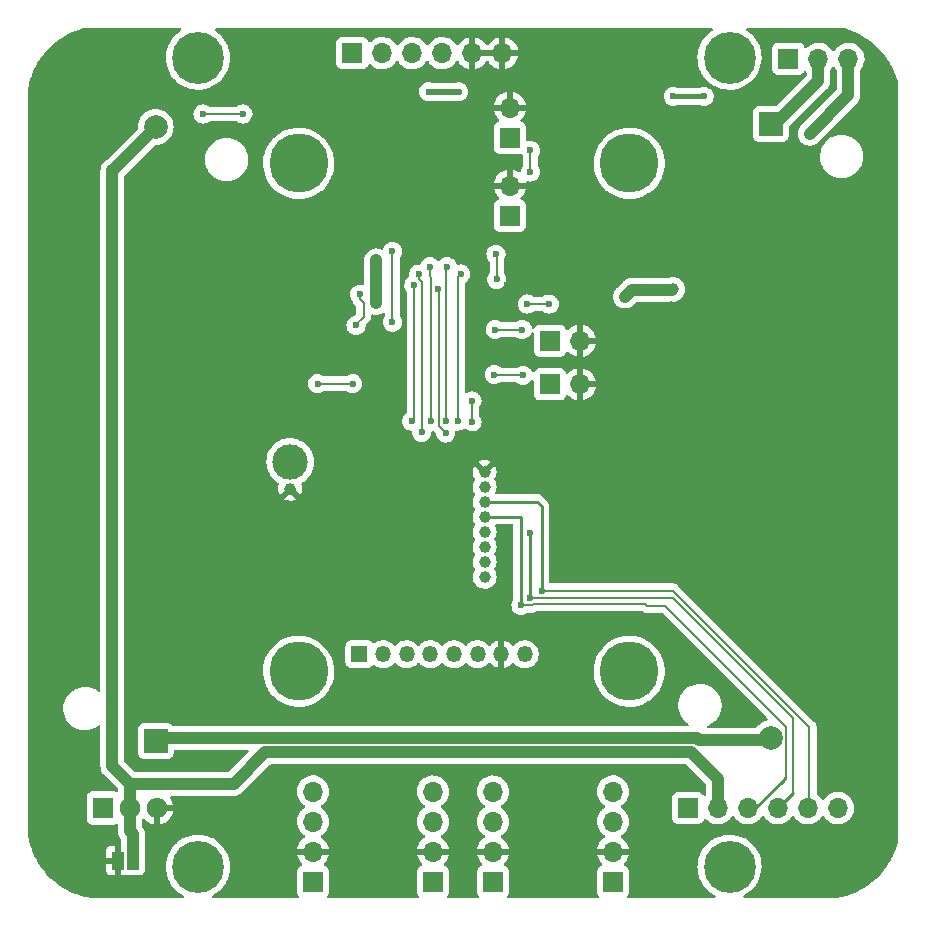
<source format=gbr>
%TF.GenerationSoftware,KiCad,Pcbnew,6.0.11-2627ca5db0~126~ubuntu22.04.1*%
%TF.CreationDate,2023-07-16T16:11:05+02:00*%
%TF.ProjectId,HB-UNI-SEN-BATT_ATMega1284P_E07-868MS10_FUEL4EP,48422d55-4e49-42d5-9345-4e2d42415454,rev?*%
%TF.SameCoordinates,Original*%
%TF.FileFunction,Copper,L2,Bot*%
%TF.FilePolarity,Positive*%
%FSLAX46Y46*%
G04 Gerber Fmt 4.6, Leading zero omitted, Abs format (unit mm)*
G04 Created by KiCad (PCBNEW 6.0.11-2627ca5db0~126~ubuntu22.04.1) date 2023-07-16 16:11:05*
%MOMM*%
%LPD*%
G01*
G04 APERTURE LIST*
%TA.AperFunction,ComponentPad*%
%ADD10R,1.700000X1.700000*%
%TD*%
%TA.AperFunction,ComponentPad*%
%ADD11O,1.700000X1.700000*%
%TD*%
%TA.AperFunction,ComponentPad*%
%ADD12R,1.717500X1.800000*%
%TD*%
%TA.AperFunction,ComponentPad*%
%ADD13O,1.717500X1.800000*%
%TD*%
%TA.AperFunction,SMDPad,CuDef*%
%ADD14R,1.000000X1.500000*%
%TD*%
%TA.AperFunction,ComponentPad*%
%ADD15C,1.000000*%
%TD*%
%TA.AperFunction,ComponentPad*%
%ADD16C,3.000000*%
%TD*%
%TA.AperFunction,ComponentPad*%
%ADD17C,0.700000*%
%TD*%
%TA.AperFunction,ComponentPad*%
%ADD18C,4.400000*%
%TD*%
%TA.AperFunction,ComponentPad*%
%ADD19R,2.000000X2.000000*%
%TD*%
%TA.AperFunction,ComponentPad*%
%ADD20C,2.000000*%
%TD*%
%TA.AperFunction,ComponentPad*%
%ADD21R,1.350000X1.350000*%
%TD*%
%TA.AperFunction,ComponentPad*%
%ADD22O,1.350000X1.350000*%
%TD*%
%TA.AperFunction,ComponentPad*%
%ADD23C,5.000000*%
%TD*%
%TA.AperFunction,ViaPad*%
%ADD24C,1.000000*%
%TD*%
%TA.AperFunction,ViaPad*%
%ADD25C,0.600000*%
%TD*%
%TA.AperFunction,Conductor*%
%ADD26C,0.200000*%
%TD*%
%TA.AperFunction,Conductor*%
%ADD27C,0.250000*%
%TD*%
%TA.AperFunction,Conductor*%
%ADD28C,0.500000*%
%TD*%
%TA.AperFunction,Conductor*%
%ADD29C,0.400000*%
%TD*%
%TA.AperFunction,Conductor*%
%ADD30C,1.000000*%
%TD*%
G04 APERTURE END LIST*
D10*
%TO.P,J7,1,Pin_1*%
%TO.N,VCC*%
X35890000Y-74003000D03*
D11*
%TO.P,J7,2,Pin_2*%
%TO.N,GND*%
X35890000Y-71463000D03*
%TO.P,J7,3,Pin_3*%
%TO.N,/SCL*%
X35890000Y-68923000D03*
%TO.P,J7,4,Pin_4*%
%TO.N,/SDA*%
X35890000Y-66383000D03*
%TD*%
D10*
%TO.P,J3,1,Pin_1*%
%TO.N,/A1*%
X45796000Y-31902500D03*
D11*
%TO.P,J3,2,Pin_2*%
%TO.N,GND*%
X48336000Y-31902500D03*
%TD*%
D10*
%TO.P,J4,1,Pin_1*%
%TO.N,/A3*%
X45796000Y-28219500D03*
D11*
%TO.P,J4,2,Pin_2*%
%TO.N,GND*%
X48336000Y-28219500D03*
%TD*%
D10*
%TO.P,J5,1,Pin_1*%
%TO.N,VCC*%
X57480000Y-67780000D03*
D11*
%TO.P,J5,2,Pin_2*%
%TO.N,/minusBAT*%
X60020000Y-67780000D03*
%TO.P,J5,3,Pin_3*%
%TO.N,/MOSI*%
X62560000Y-67780000D03*
%TO.P,J5,4,Pin_4*%
%TO.N,/SCK*%
X65100000Y-67780000D03*
%TO.P,J5,5,Pin_5*%
%TO.N,/MISO*%
X67640000Y-67780000D03*
%TO.P,J5,6,Pin_6*%
%TO.N,/RSETB*%
X70180000Y-67780000D03*
%TD*%
D12*
%TO.P,Q1,1,G*%
%TO.N,Net-(Q1-Pad1)*%
X7950000Y-67780000D03*
D13*
%TO.P,Q1,2,D*%
%TO.N,/minusBAT*%
X10240000Y-67780000D03*
%TO.P,Q1,3,S*%
%TO.N,GND*%
X12530000Y-67780000D03*
%TD*%
D10*
%TO.P,J10,1,Pin_1*%
%TO.N,VCC*%
X65989000Y-4343500D03*
D11*
%TO.P,J10,2,Pin_2*%
%TO.N,/plusBAT*%
X68529000Y-4343500D03*
%TO.P,J10,3,Pin_3*%
%TO.N,/minusBAT*%
X71069000Y-4343500D03*
%TD*%
D14*
%TO.P,JP1,1,A*%
%TO.N,/minusBAT*%
X10500000Y-72225000D03*
%TO.P,JP1,2,B*%
%TO.N,GND*%
X9200000Y-72225000D03*
%TD*%
D15*
%TO.P,Module1,1A,GND*%
%TO.N,GND*%
X23800000Y-40750000D03*
%TO.P,Module1,1C,VCC*%
%TO.N,VCC*%
X40260000Y-48200000D03*
D16*
%TO.P,Module1,2A,ANT*%
%TO.N,unconnected-(Module1-Pad2A)*%
X23800000Y-38470000D03*
D15*
%TO.P,Module1,2C,GDO0*%
%TO.N,/D2*%
X40260000Y-46930000D03*
%TO.P,Module1,3C,~{CSN}*%
%TO.N,/SS*%
X40260000Y-45660000D03*
%TO.P,Module1,4C,SCK*%
%TO.N,/SCK*%
X40260000Y-44390000D03*
%TO.P,Module1,5C,MOSI*%
%TO.N,/MOSI*%
X40260000Y-43120000D03*
%TO.P,Module1,6C,MISO/GDO1*%
%TO.N,/MISO*%
X40260000Y-41850000D03*
%TO.P,Module1,7C,GDO2*%
%TO.N,unconnected-(Module1-Pad7C)*%
X40260000Y-40580000D03*
%TO.P,Module1,8C,GND*%
%TO.N,GND*%
X40260000Y-39310000D03*
%TD*%
D10*
%TO.P,J8,1,Pin_1*%
%TO.N,VCC*%
X40970000Y-74003000D03*
D11*
%TO.P,J8,2,Pin_2*%
%TO.N,GND*%
X40970000Y-71463000D03*
%TO.P,J8,3,Pin_3*%
%TO.N,/SCL*%
X40970000Y-68923000D03*
%TO.P,J8,4,Pin_4*%
%TO.N,/SDA*%
X40970000Y-66383000D03*
%TD*%
D17*
%TO.P,H2,1*%
%TO.N,N/C*%
X59200000Y-4250000D03*
X62272800Y-2977200D03*
X59727200Y-2977200D03*
X61000000Y-6050000D03*
X62800000Y-4250000D03*
X62272800Y-5522800D03*
X61000000Y-2450000D03*
D18*
X61000000Y-4250000D03*
D17*
X59727200Y-5522800D03*
%TD*%
%TO.P,H4,1*%
%TO.N,N/C*%
X59200000Y-72750000D03*
D18*
X61000000Y-72750000D03*
D17*
X59727200Y-71477200D03*
X62272800Y-74022800D03*
X59727200Y-74022800D03*
X61000000Y-74550000D03*
X62800000Y-72750000D03*
X61000000Y-70950000D03*
X62272800Y-71477200D03*
%TD*%
%TO.P,H1,1*%
%TO.N,N/C*%
X17800000Y-4250000D03*
D18*
X16000000Y-4250000D03*
D17*
X17272800Y-5522800D03*
X14727200Y-2977200D03*
X14200000Y-4250000D03*
X16000000Y-2450000D03*
X16000000Y-6050000D03*
X17272800Y-2977200D03*
X14727200Y-5522800D03*
%TD*%
%TO.P,H3,1*%
%TO.N,N/C*%
X14200000Y-72750000D03*
X16000000Y-74550000D03*
X17272800Y-71477200D03*
X14727200Y-74022800D03*
X17800000Y-72750000D03*
X16000000Y-70950000D03*
X14727200Y-71477200D03*
D18*
X16000000Y-72750000D03*
D17*
X17272800Y-74022800D03*
%TD*%
D19*
%TO.P,BT2,1,+*%
%TO.N,/conBAT*%
X12420000Y-62100000D03*
D20*
%TO.P,BT2,2,-*%
%TO.N,/minusBAT*%
X12420000Y-10110000D03*
%TD*%
D10*
%TO.P,J12,1,Pin_1*%
%TO.N,/DTR*%
X29070100Y-3860900D03*
D11*
%TO.P,J12,2,Pin_2*%
%TO.N,/TXD0*%
X31610100Y-3860900D03*
%TO.P,J12,3,Pin_3*%
%TO.N,/RXD0*%
X34150100Y-3860900D03*
%TO.P,J12,4,Pin_4*%
%TO.N,VCC*%
X36690100Y-3860900D03*
%TO.P,J12,5,Pin_5*%
%TO.N,GND*%
X39230100Y-3860900D03*
%TO.P,J12,6,Pin_6*%
X41770100Y-3860900D03*
%TD*%
D19*
%TO.P,BT1,1,+*%
%TO.N,/plusBAT*%
X64490000Y-9860000D03*
D20*
%TO.P,BT1,2,-*%
%TO.N,/conBAT*%
X64490000Y-61850000D03*
%TD*%
D21*
%TO.P,J11,1,Pin_1*%
%TO.N,/D7*%
X29667000Y-54750000D03*
D22*
%TO.P,J11,2,Pin_2*%
%TO.N,/D6*%
X31667000Y-54750000D03*
%TO.P,J11,3,Pin_3*%
%TO.N,/MISO*%
X33667000Y-54750000D03*
%TO.P,J11,4,Pin_4*%
%TO.N,/D5*%
X35667000Y-54750000D03*
%TO.P,J11,5,Pin_5*%
%TO.N,/SCK*%
X37667000Y-54750000D03*
%TO.P,J11,6,Pin_6*%
%TO.N,/MOSI*%
X39667000Y-54750000D03*
%TO.P,J11,7,Pin_7*%
%TO.N,GND*%
X41667000Y-54750000D03*
%TO.P,J11,8,Pin_8*%
%TO.N,VCC*%
X43667000Y-54750000D03*
%TD*%
D10*
%TO.P,J1,1,Pin_1*%
%TO.N,/PB0_T0*%
X42400000Y-11011000D03*
D11*
%TO.P,J1,2,Pin_2*%
%TO.N,GND*%
X42400000Y-8471000D03*
%TD*%
D10*
%TO.P,J6,1,Pin_1*%
%TO.N,VCC*%
X25730000Y-74000000D03*
D11*
%TO.P,J6,2,Pin_2*%
%TO.N,GND*%
X25730000Y-71460000D03*
%TO.P,J6,3,Pin_3*%
%TO.N,/SCL*%
X25730000Y-68920000D03*
%TO.P,J6,4,Pin_4*%
%TO.N,/SDA*%
X25730000Y-66380000D03*
%TD*%
D10*
%TO.P,J2,1,Pin_1*%
%TO.N,/PB1_T1*%
X42400000Y-17615000D03*
D11*
%TO.P,J2,2,Pin_2*%
%TO.N,GND*%
X42400000Y-15075000D03*
%TD*%
D10*
%TO.P,J9,1,Pin_1*%
%TO.N,VCC*%
X51130000Y-74000000D03*
D11*
%TO.P,J9,2,Pin_2*%
%TO.N,GND*%
X51130000Y-71460000D03*
%TO.P,J9,3,Pin_3*%
%TO.N,/SCL*%
X51130000Y-68920000D03*
%TO.P,J9,4,Pin_4*%
%TO.N,/SDA*%
X51130000Y-66380000D03*
%TD*%
D23*
%TO.P,H5,1*%
%TO.N,N/C*%
X24510800Y-13200000D03*
%TD*%
%TO.P,H6,1*%
%TO.N,N/C*%
X24510800Y-56200000D03*
%TD*%
%TO.P,H7,1*%
%TO.N,N/C*%
X52510800Y-13200000D03*
%TD*%
%TO.P,H8,1*%
%TO.N,N/C*%
X52510800Y-56200000D03*
%TD*%
D24*
%TO.N,GND*%
X55956000Y-20790000D03*
D25*
X42176500Y-23520500D03*
X31572000Y-27330500D03*
X33822962Y-20551762D03*
D24*
X56083000Y-27013000D03*
X56083000Y-25362000D03*
D25*
X32651500Y-13106500D03*
X6172000Y-3391000D03*
D24*
X55956000Y-19520000D03*
D25*
X33416000Y-16220500D03*
X52878600Y-2625000D03*
X32651500Y-11519000D03*
X22809000Y-2629000D03*
X39065000Y-10376000D03*
D24*
X55956000Y-18123000D03*
D25*
%TO.N,/SS*%
X38239500Y-22568000D03*
X37998006Y-35014000D03*
%TO.N,/D2*%
X32461000Y-20645302D03*
X39192000Y-35077500D03*
X32461000Y-26645300D03*
X39192000Y-33318110D03*
%TO.N,/A0*%
X43446500Y-27267000D03*
X41160500Y-27267000D03*
%TO.N,/A1*%
X43510004Y-31140500D03*
X41097000Y-31077002D03*
%TO.N,/A3*%
X45732500Y-25108000D03*
X43891000Y-25108000D03*
%TO.N,/MOSI*%
X43340000Y-50630000D03*
X36969500Y-35014000D03*
X37096500Y-21933000D03*
%TO.N,/SCK*%
X44070000Y-49960000D03*
X35763000Y-35014000D03*
X35636000Y-21933000D03*
X44070000Y-44490000D03*
%TO.N,/MISO*%
X36969500Y-36030000D03*
X45097500Y-49365000D03*
X36345499Y-23838000D03*
%TO.N,VCC*%
X58851600Y-7531200D03*
X31064000Y-25108000D03*
X56235400Y-7531200D03*
X31082364Y-21406636D03*
X35534400Y-7124800D03*
X38074400Y-7124800D03*
D24*
%TO.N,/minusBAT*%
X67779700Y-10680800D03*
%TO.N,/plusBAT*%
X56210000Y-23838000D03*
X52146000Y-24473000D03*
D25*
%TO.N,/D5*%
X34683500Y-22568000D03*
X34937500Y-35966500D03*
%TO.N,/D6*%
X34073997Y-35014000D03*
X34274000Y-23495300D03*
%TO.N,/D7*%
X29679800Y-24295300D03*
X29382602Y-26922012D03*
%TO.N,/CONFIG*%
X26117301Y-31845301D03*
X29089199Y-31845301D03*
X16420000Y-9018000D03*
X19800000Y-9018000D03*
%TO.N,/PB0_T0*%
X41287500Y-23012500D03*
X44145000Y-12090500D03*
X44145000Y-13932000D03*
X41220565Y-20891718D03*
%TD*%
D26*
%TO.N,/SS*%
X37998006Y-22809494D02*
X38239500Y-22568000D01*
X37998006Y-35014000D02*
X37998006Y-22809494D01*
%TO.N,/D2*%
X32461000Y-26645300D02*
X32461000Y-20645302D01*
X39192000Y-35077500D02*
X39192000Y-33318110D01*
%TO.N,/A0*%
X43446500Y-27267000D02*
X41160500Y-27267000D01*
%TO.N,/A1*%
X43510004Y-31140500D02*
X41160498Y-31140500D01*
X41160498Y-31140500D02*
X41097000Y-31077002D01*
%TO.N,/A3*%
X45732500Y-25108000D02*
X43891000Y-25108000D01*
%TO.N,/MOSI*%
X65790001Y-65184999D02*
X65790001Y-60883947D01*
X53989802Y-50635000D02*
X53854801Y-50499999D01*
X53854801Y-50499999D02*
X44418003Y-50499999D01*
D27*
X63195000Y-67780000D02*
X65608000Y-65367000D01*
X43340000Y-50630000D02*
X43340000Y-43110000D01*
D26*
X44418003Y-50499999D02*
X44288002Y-50630000D01*
D27*
X62560000Y-67780000D02*
X63195000Y-67780000D01*
D26*
X36969500Y-22060000D02*
X37096500Y-21933000D01*
X44288002Y-50630000D02*
X43340000Y-50630000D01*
D27*
X65608000Y-65367000D02*
X65735000Y-65240000D01*
D26*
X55541054Y-50635000D02*
X53989802Y-50635000D01*
X65608000Y-65367000D02*
X65790001Y-65184999D01*
D27*
X43340000Y-43110000D02*
X40220000Y-43110000D01*
D26*
X36969500Y-35014000D02*
X36969500Y-22060000D01*
X65790001Y-60883947D02*
X55541054Y-50635000D01*
%TO.N,/SCK*%
X35636000Y-21933000D02*
X35636000Y-22758500D01*
X56176054Y-50000000D02*
X44110000Y-50000000D01*
X35745499Y-34996499D02*
X35763000Y-35014000D01*
D27*
X44070000Y-44490000D02*
X44070000Y-49960000D01*
D26*
X35745499Y-22867999D02*
X35745499Y-34996499D01*
D27*
X66370000Y-66510000D02*
X65100000Y-67780000D01*
D26*
X66370000Y-60193946D02*
X56176054Y-50000000D01*
X35636000Y-22758500D02*
X35745499Y-22867999D01*
X44110000Y-50000000D02*
X44070000Y-49960000D01*
X66370000Y-66510000D02*
X66370000Y-60193946D01*
%TO.N,/MISO*%
X36363001Y-34725999D02*
X36369499Y-34732497D01*
X67767000Y-60922000D02*
X67767000Y-67653000D01*
D27*
X44700000Y-41830000D02*
X40280000Y-41830000D01*
X45080000Y-49170000D02*
X45080000Y-42210000D01*
D26*
X36363001Y-23855502D02*
X36363001Y-34725999D01*
D27*
X45080000Y-42210000D02*
X44700000Y-41830000D01*
D26*
X36345499Y-23838000D02*
X36363001Y-23855502D01*
X36369499Y-34732497D02*
X36369499Y-35429999D01*
X36369499Y-35429999D02*
X36969500Y-36030000D01*
X56210000Y-49365000D02*
X45275000Y-49365000D01*
X56210000Y-49365000D02*
X67767000Y-60922000D01*
X45275000Y-49365000D02*
X45080000Y-49170000D01*
D28*
%TO.N,VCC*%
X38074400Y-7124800D02*
X35534400Y-7124800D01*
D29*
X58851600Y-7531200D02*
X56235400Y-7531200D01*
D30*
X31082364Y-21406636D02*
X31082364Y-25026136D01*
%TO.N,/minusBAT*%
X10500000Y-70000000D02*
X10250000Y-69750000D01*
X19007000Y-65740000D02*
X21696990Y-63050010D01*
X71069000Y-4343500D02*
X71069000Y-7391500D01*
X10240000Y-67780000D02*
X10240000Y-67823350D01*
X8750000Y-64250000D02*
X8750000Y-13779700D01*
X10250000Y-67833350D02*
X10250000Y-69750000D01*
X8800800Y-13779700D02*
X12458500Y-10122000D01*
X60020000Y-65354300D02*
X60020000Y-67805400D01*
X10240000Y-67780000D02*
X10240000Y-65740000D01*
X57715710Y-63050010D02*
X60020000Y-65354300D01*
X10240000Y-67823350D02*
X10250000Y-67833350D01*
X8750000Y-13779700D02*
X8800800Y-13779700D01*
X10500000Y-72225000D02*
X10500000Y-70000000D01*
X10240000Y-65740000D02*
X19007000Y-65740000D01*
X21696990Y-63050010D02*
X57715710Y-63050010D01*
X71069000Y-7391500D02*
X67779700Y-10680800D01*
X10240000Y-65740000D02*
X8750000Y-64250000D01*
D29*
%TO.N,/plusBAT*%
X56146500Y-23901500D02*
X56210000Y-23838000D01*
D30*
X68529000Y-6185000D02*
X64592000Y-10122000D01*
X52717500Y-23901500D02*
X56146500Y-23901500D01*
X52146000Y-24473000D02*
X52717500Y-23901500D01*
X68529000Y-4343500D02*
X68529000Y-6185000D01*
D26*
%TO.N,/D5*%
X34683500Y-23016798D02*
X34937500Y-23270798D01*
X34683500Y-22568000D02*
X34683500Y-23016798D01*
X34937500Y-23270798D02*
X34937500Y-35966500D01*
%TO.N,/D6*%
X34274000Y-23495300D02*
X34273999Y-34725999D01*
X34273999Y-34725999D02*
X34273999Y-34813998D01*
X34273999Y-34813998D02*
X34073997Y-35014000D01*
%TO.N,/D7*%
X29679800Y-24719564D02*
X30013101Y-25052865D01*
X30013101Y-26183301D02*
X29246902Y-26949500D01*
X29679800Y-24295300D02*
X29679800Y-24719564D01*
X30013101Y-25052865D02*
X30013101Y-26183301D01*
X29246902Y-26949500D02*
X29355114Y-26949500D01*
X29355114Y-26949500D02*
X29382602Y-26922012D01*
%TO.N,/CONFIG*%
X19800000Y-9018000D02*
X16420000Y-9018000D01*
X29089199Y-31845301D02*
X26117301Y-31845301D01*
%TO.N,/PB0_T0*%
X41287500Y-23012500D02*
X41287500Y-20980500D01*
X44145000Y-13932000D02*
X44145000Y-12090500D01*
D30*
%TO.N,/conBAT*%
X58412770Y-62050000D02*
X58212770Y-61850000D01*
X12673500Y-61850000D02*
X12458500Y-62065000D01*
X64490000Y-62050000D02*
X58412770Y-62050000D01*
X58212770Y-61850000D02*
X12673500Y-61850000D01*
%TD*%
%TA.AperFunction,Conductor*%
%TO.N,GND*%
G36*
X14531412Y-1760002D02*
G01*
X14577905Y-1813658D01*
X14588009Y-1883932D01*
X14558515Y-1948512D01*
X14527714Y-1974285D01*
X14478074Y-2003817D01*
X14478068Y-2003821D01*
X14474814Y-2005757D01*
X14216244Y-2205243D01*
X13983513Y-2434347D01*
X13981149Y-2437314D01*
X13981146Y-2437317D01*
X13822448Y-2636471D01*
X13779991Y-2689751D01*
X13608626Y-2967757D01*
X13607037Y-2971204D01*
X13495735Y-3212639D01*
X13471902Y-3264336D01*
X13470741Y-3267940D01*
X13470741Y-3267941D01*
X13462196Y-3294477D01*
X13371797Y-3575192D01*
X13371079Y-3578903D01*
X13371078Y-3578907D01*
X13310482Y-3892105D01*
X13310481Y-3892114D01*
X13309763Y-3895824D01*
X13309496Y-3899600D01*
X13309495Y-3899605D01*
X13286966Y-4217796D01*
X13286698Y-4221585D01*
X13286887Y-4225377D01*
X13302353Y-4536044D01*
X13302936Y-4547759D01*
X13303577Y-4551490D01*
X13303578Y-4551498D01*
X13354862Y-4849953D01*
X13358241Y-4869619D01*
X13359329Y-4873258D01*
X13359330Y-4873261D01*
X13448218Y-5170479D01*
X13451814Y-5182504D01*
X13453327Y-5185975D01*
X13453329Y-5185981D01*
X13506280Y-5307470D01*
X13582297Y-5481881D01*
X13584220Y-5485152D01*
X13584222Y-5485156D01*
X13626317Y-5556761D01*
X13747802Y-5763414D01*
X13750103Y-5766429D01*
X13943631Y-6020012D01*
X13943636Y-6020017D01*
X13945931Y-6023025D01*
X14007860Y-6086597D01*
X14113137Y-6194666D01*
X14173814Y-6256953D01*
X14246635Y-6315607D01*
X14425196Y-6459431D01*
X14425201Y-6459435D01*
X14428149Y-6461809D01*
X14705253Y-6634627D01*
X15001112Y-6772903D01*
X15116801Y-6810828D01*
X15287012Y-6866626D01*
X15311440Y-6874634D01*
X15631742Y-6938346D01*
X15635514Y-6938633D01*
X15635522Y-6938634D01*
X15953602Y-6962829D01*
X15953607Y-6962829D01*
X15957379Y-6963116D01*
X16283633Y-6948586D01*
X16289844Y-6947552D01*
X16602037Y-6895590D01*
X16602042Y-6895589D01*
X16605778Y-6894967D01*
X16919149Y-6803034D01*
X16922616Y-6801544D01*
X16922620Y-6801543D01*
X17215721Y-6675616D01*
X17215723Y-6675615D01*
X17219205Y-6674119D01*
X17501601Y-6510091D01*
X17762245Y-6313324D01*
X17939045Y-6142889D01*
X17994632Y-6089303D01*
X17994635Y-6089300D01*
X17997363Y-6086670D01*
X18203549Y-5833410D01*
X18205570Y-5830207D01*
X18375788Y-5560428D01*
X18375790Y-5560425D01*
X18377815Y-5557215D01*
X18517638Y-5262084D01*
X18519507Y-5256482D01*
X18619790Y-4955897D01*
X18619792Y-4955891D01*
X18620992Y-4952293D01*
X18660487Y-4759034D01*
X27711600Y-4759034D01*
X27718355Y-4821216D01*
X27769485Y-4957605D01*
X27856839Y-5074161D01*
X27973395Y-5161515D01*
X28109784Y-5212645D01*
X28171966Y-5219400D01*
X29968234Y-5219400D01*
X30030416Y-5212645D01*
X30166805Y-5161515D01*
X30283361Y-5074161D01*
X30370715Y-4957605D01*
X30392899Y-4898429D01*
X30414698Y-4840282D01*
X30457340Y-4783518D01*
X30523902Y-4758818D01*
X30593250Y-4774026D01*
X30627917Y-4802014D01*
X30656350Y-4834838D01*
X30828226Y-4977532D01*
X31021100Y-5090238D01*
X31229792Y-5169930D01*
X31234860Y-5170961D01*
X31234863Y-5170962D01*
X31329962Y-5190310D01*
X31448697Y-5214467D01*
X31453872Y-5214657D01*
X31453874Y-5214657D01*
X31666773Y-5222464D01*
X31666777Y-5222464D01*
X31671937Y-5222653D01*
X31677057Y-5221997D01*
X31677059Y-5221997D01*
X31888388Y-5194925D01*
X31888389Y-5194925D01*
X31893516Y-5194268D01*
X31898466Y-5192783D01*
X32102529Y-5131561D01*
X32102534Y-5131559D01*
X32107484Y-5130074D01*
X32308094Y-5031796D01*
X32489960Y-4902073D01*
X32542263Y-4849953D01*
X32634126Y-4758410D01*
X32648196Y-4744389D01*
X32778553Y-4562977D01*
X32779876Y-4563928D01*
X32826745Y-4520757D01*
X32896680Y-4508525D01*
X32962126Y-4536044D01*
X32989975Y-4567894D01*
X33050087Y-4665988D01*
X33196350Y-4834838D01*
X33368226Y-4977532D01*
X33561100Y-5090238D01*
X33769792Y-5169930D01*
X33774860Y-5170961D01*
X33774863Y-5170962D01*
X33869962Y-5190310D01*
X33988697Y-5214467D01*
X33993872Y-5214657D01*
X33993874Y-5214657D01*
X34206773Y-5222464D01*
X34206777Y-5222464D01*
X34211937Y-5222653D01*
X34217057Y-5221997D01*
X34217059Y-5221997D01*
X34428388Y-5194925D01*
X34428389Y-5194925D01*
X34433516Y-5194268D01*
X34438466Y-5192783D01*
X34642529Y-5131561D01*
X34642534Y-5131559D01*
X34647484Y-5130074D01*
X34848094Y-5031796D01*
X35029960Y-4902073D01*
X35082263Y-4849953D01*
X35174126Y-4758410D01*
X35188196Y-4744389D01*
X35318553Y-4562977D01*
X35319876Y-4563928D01*
X35366745Y-4520757D01*
X35436680Y-4508525D01*
X35502126Y-4536044D01*
X35529975Y-4567894D01*
X35590087Y-4665988D01*
X35736350Y-4834838D01*
X35908226Y-4977532D01*
X36101100Y-5090238D01*
X36309792Y-5169930D01*
X36314860Y-5170961D01*
X36314863Y-5170962D01*
X36409962Y-5190310D01*
X36528697Y-5214467D01*
X36533872Y-5214657D01*
X36533874Y-5214657D01*
X36746773Y-5222464D01*
X36746777Y-5222464D01*
X36751937Y-5222653D01*
X36757057Y-5221997D01*
X36757059Y-5221997D01*
X36968388Y-5194925D01*
X36968389Y-5194925D01*
X36973516Y-5194268D01*
X36978466Y-5192783D01*
X37182529Y-5131561D01*
X37182534Y-5131559D01*
X37187484Y-5130074D01*
X37388094Y-5031796D01*
X37569960Y-4902073D01*
X37622263Y-4849953D01*
X37714126Y-4758410D01*
X37728196Y-4744389D01*
X37858553Y-4562977D01*
X37859740Y-4563830D01*
X37907060Y-4520262D01*
X37976997Y-4508045D01*
X38042438Y-4535578D01*
X38070266Y-4567411D01*
X38127794Y-4661288D01*
X38133877Y-4669599D01*
X38273313Y-4830567D01*
X38280680Y-4837783D01*
X38444534Y-4973816D01*
X38452981Y-4979731D01*
X38636856Y-5087179D01*
X38646142Y-5091629D01*
X38845101Y-5167603D01*
X38854999Y-5170479D01*
X38958350Y-5191506D01*
X38972399Y-5190310D01*
X38976100Y-5179965D01*
X38976100Y-5179417D01*
X39484100Y-5179417D01*
X39488164Y-5193259D01*
X39501578Y-5195293D01*
X39508284Y-5194434D01*
X39518362Y-5192292D01*
X39722355Y-5131091D01*
X39731942Y-5127333D01*
X39923195Y-5033639D01*
X39932045Y-5028364D01*
X40105428Y-4904692D01*
X40113300Y-4898039D01*
X40264152Y-4747712D01*
X40270830Y-4739865D01*
X40398122Y-4562719D01*
X40399247Y-4563527D01*
X40446769Y-4519776D01*
X40516707Y-4507561D01*
X40582146Y-4535097D01*
X40609970Y-4566928D01*
X40667790Y-4661283D01*
X40673877Y-4669599D01*
X40813313Y-4830567D01*
X40820680Y-4837783D01*
X40984534Y-4973816D01*
X40992981Y-4979731D01*
X41176856Y-5087179D01*
X41186142Y-5091629D01*
X41385101Y-5167603D01*
X41394999Y-5170479D01*
X41498350Y-5191506D01*
X41512399Y-5190310D01*
X41516100Y-5179965D01*
X41516100Y-5179417D01*
X42024100Y-5179417D01*
X42028164Y-5193259D01*
X42041578Y-5195293D01*
X42048284Y-5194434D01*
X42058362Y-5192292D01*
X42262355Y-5131091D01*
X42271942Y-5127333D01*
X42463195Y-5033639D01*
X42472045Y-5028364D01*
X42645428Y-4904692D01*
X42653300Y-4898039D01*
X42804152Y-4747712D01*
X42810830Y-4739865D01*
X42935103Y-4566920D01*
X42940413Y-4558083D01*
X43034770Y-4367167D01*
X43038569Y-4357572D01*
X43100477Y-4153810D01*
X43102655Y-4143737D01*
X43104086Y-4132862D01*
X43101875Y-4118678D01*
X43088717Y-4114900D01*
X42042215Y-4114900D01*
X42026976Y-4119375D01*
X42025771Y-4120765D01*
X42024100Y-4128448D01*
X42024100Y-5179417D01*
X41516100Y-5179417D01*
X41516100Y-4133015D01*
X41511625Y-4117776D01*
X41510235Y-4116571D01*
X41502552Y-4114900D01*
X39502215Y-4114900D01*
X39486976Y-4119375D01*
X39485771Y-4120765D01*
X39484100Y-4128448D01*
X39484100Y-5179417D01*
X38976100Y-5179417D01*
X38976100Y-3588785D01*
X39484100Y-3588785D01*
X39488575Y-3604024D01*
X39489965Y-3605229D01*
X39497648Y-3606900D01*
X41497985Y-3606900D01*
X41513224Y-3602425D01*
X41514429Y-3601035D01*
X41516100Y-3593352D01*
X41516100Y-3588785D01*
X42024100Y-3588785D01*
X42028575Y-3604024D01*
X42029965Y-3605229D01*
X42037648Y-3606900D01*
X43088444Y-3606900D01*
X43101975Y-3602927D01*
X43103280Y-3593847D01*
X43061314Y-3426775D01*
X43057994Y-3417024D01*
X42973072Y-3221714D01*
X42968205Y-3212639D01*
X42852526Y-3033826D01*
X42846236Y-3025657D01*
X42702906Y-2868140D01*
X42695373Y-2861115D01*
X42528239Y-2729122D01*
X42519652Y-2723417D01*
X42333217Y-2620499D01*
X42323805Y-2616269D01*
X42123059Y-2545180D01*
X42113088Y-2542546D01*
X42041937Y-2529872D01*
X42028640Y-2531332D01*
X42024100Y-2545889D01*
X42024100Y-3588785D01*
X41516100Y-3588785D01*
X41516100Y-2544002D01*
X41512182Y-2530658D01*
X41497906Y-2528671D01*
X41459424Y-2534560D01*
X41449388Y-2536951D01*
X41246968Y-2603112D01*
X41237459Y-2607109D01*
X41048563Y-2705442D01*
X41039838Y-2710936D01*
X40869533Y-2838805D01*
X40861826Y-2845648D01*
X40714690Y-2999617D01*
X40708204Y-3007627D01*
X40603293Y-3161421D01*
X40548382Y-3206424D01*
X40477857Y-3214595D01*
X40414110Y-3183341D01*
X40393413Y-3158857D01*
X40312527Y-3033826D01*
X40306236Y-3025657D01*
X40162906Y-2868140D01*
X40155373Y-2861115D01*
X39988239Y-2729122D01*
X39979652Y-2723417D01*
X39793217Y-2620499D01*
X39783805Y-2616269D01*
X39583059Y-2545180D01*
X39573088Y-2542546D01*
X39501937Y-2529872D01*
X39488640Y-2531332D01*
X39484100Y-2545889D01*
X39484100Y-3588785D01*
X38976100Y-3588785D01*
X38976100Y-2544002D01*
X38972182Y-2530658D01*
X38957906Y-2528671D01*
X38919424Y-2534560D01*
X38909388Y-2536951D01*
X38706968Y-2603112D01*
X38697459Y-2607109D01*
X38508563Y-2705442D01*
X38499838Y-2710936D01*
X38329533Y-2838805D01*
X38321826Y-2845648D01*
X38174690Y-2999617D01*
X38168209Y-3007622D01*
X38063598Y-3160974D01*
X38008687Y-3205976D01*
X37938162Y-3214147D01*
X37874415Y-3182893D01*
X37853718Y-3158409D01*
X37772922Y-3033517D01*
X37772920Y-3033514D01*
X37770114Y-3029177D01*
X37619770Y-2863951D01*
X37615719Y-2860752D01*
X37615715Y-2860748D01*
X37448514Y-2728700D01*
X37448510Y-2728698D01*
X37444459Y-2725498D01*
X37408128Y-2705442D01*
X37379703Y-2689751D01*
X37248889Y-2617538D01*
X37244020Y-2615814D01*
X37244016Y-2615812D01*
X37043187Y-2544695D01*
X37043183Y-2544694D01*
X37038312Y-2542969D01*
X37033219Y-2542062D01*
X37033216Y-2542061D01*
X36823473Y-2504700D01*
X36823467Y-2504699D01*
X36818384Y-2503794D01*
X36744552Y-2502892D01*
X36600181Y-2501128D01*
X36600179Y-2501128D01*
X36595011Y-2501065D01*
X36374191Y-2534855D01*
X36161856Y-2604257D01*
X35963707Y-2707407D01*
X35959574Y-2710510D01*
X35959571Y-2710512D01*
X35789200Y-2838430D01*
X35785065Y-2841535D01*
X35781493Y-2845273D01*
X35645769Y-2987300D01*
X35630729Y-3003038D01*
X35523301Y-3160521D01*
X35468393Y-3205521D01*
X35397868Y-3213692D01*
X35334121Y-3182438D01*
X35313424Y-3157954D01*
X35232922Y-3033517D01*
X35232920Y-3033514D01*
X35230114Y-3029177D01*
X35079770Y-2863951D01*
X35075719Y-2860752D01*
X35075715Y-2860748D01*
X34908514Y-2728700D01*
X34908510Y-2728698D01*
X34904459Y-2725498D01*
X34868128Y-2705442D01*
X34839703Y-2689751D01*
X34708889Y-2617538D01*
X34704020Y-2615814D01*
X34704016Y-2615812D01*
X34503187Y-2544695D01*
X34503183Y-2544694D01*
X34498312Y-2542969D01*
X34493219Y-2542062D01*
X34493216Y-2542061D01*
X34283473Y-2504700D01*
X34283467Y-2504699D01*
X34278384Y-2503794D01*
X34204552Y-2502892D01*
X34060181Y-2501128D01*
X34060179Y-2501128D01*
X34055011Y-2501065D01*
X33834191Y-2534855D01*
X33621856Y-2604257D01*
X33423707Y-2707407D01*
X33419574Y-2710510D01*
X33419571Y-2710512D01*
X33249200Y-2838430D01*
X33245065Y-2841535D01*
X33241493Y-2845273D01*
X33105769Y-2987300D01*
X33090729Y-3003038D01*
X32983301Y-3160521D01*
X32928393Y-3205521D01*
X32857868Y-3213692D01*
X32794121Y-3182438D01*
X32773424Y-3157954D01*
X32692922Y-3033517D01*
X32692920Y-3033514D01*
X32690114Y-3029177D01*
X32539770Y-2863951D01*
X32535719Y-2860752D01*
X32535715Y-2860748D01*
X32368514Y-2728700D01*
X32368510Y-2728698D01*
X32364459Y-2725498D01*
X32328128Y-2705442D01*
X32299703Y-2689751D01*
X32168889Y-2617538D01*
X32164020Y-2615814D01*
X32164016Y-2615812D01*
X31963187Y-2544695D01*
X31963183Y-2544694D01*
X31958312Y-2542969D01*
X31953219Y-2542062D01*
X31953216Y-2542061D01*
X31743473Y-2504700D01*
X31743467Y-2504699D01*
X31738384Y-2503794D01*
X31664552Y-2502892D01*
X31520181Y-2501128D01*
X31520179Y-2501128D01*
X31515011Y-2501065D01*
X31294191Y-2534855D01*
X31081856Y-2604257D01*
X30883707Y-2707407D01*
X30879574Y-2710510D01*
X30879571Y-2710512D01*
X30709200Y-2838430D01*
X30705065Y-2841535D01*
X30625552Y-2924741D01*
X30624383Y-2925964D01*
X30562859Y-2961394D01*
X30491946Y-2957937D01*
X30434160Y-2916691D01*
X30415307Y-2883143D01*
X30373867Y-2772603D01*
X30370715Y-2764195D01*
X30283361Y-2647639D01*
X30166805Y-2560285D01*
X30030416Y-2509155D01*
X29968234Y-2502400D01*
X28171966Y-2502400D01*
X28109784Y-2509155D01*
X27973395Y-2560285D01*
X27856839Y-2647639D01*
X27769485Y-2764195D01*
X27718355Y-2900584D01*
X27711600Y-2962766D01*
X27711600Y-4759034D01*
X18660487Y-4759034D01*
X18686381Y-4632329D01*
X18686861Y-4626439D01*
X18707948Y-4367167D01*
X18712856Y-4306826D01*
X18713451Y-4250000D01*
X18711510Y-4217796D01*
X18694026Y-3927793D01*
X18694026Y-3927789D01*
X18693798Y-3924015D01*
X18689313Y-3899454D01*
X18635805Y-3606473D01*
X18635804Y-3606469D01*
X18635125Y-3602751D01*
X18630789Y-3588785D01*
X18574829Y-3408564D01*
X18538282Y-3290863D01*
X18404670Y-2992869D01*
X18236226Y-2713084D01*
X18233899Y-2710100D01*
X18233894Y-2710093D01*
X18037726Y-2458558D01*
X18037724Y-2458556D01*
X18035390Y-2455563D01*
X17805070Y-2224034D01*
X17548603Y-2021852D01*
X17545378Y-2019887D01*
X17545366Y-2019879D01*
X17469407Y-1973604D01*
X17421638Y-1921082D01*
X17409849Y-1851071D01*
X17437781Y-1785800D01*
X17496568Y-1745992D01*
X17534961Y-1740000D01*
X59463291Y-1740000D01*
X59531412Y-1760002D01*
X59577905Y-1813658D01*
X59588009Y-1883932D01*
X59558515Y-1948512D01*
X59527714Y-1974285D01*
X59478074Y-2003817D01*
X59478068Y-2003821D01*
X59474814Y-2005757D01*
X59216244Y-2205243D01*
X58983513Y-2434347D01*
X58981149Y-2437314D01*
X58981146Y-2437317D01*
X58822448Y-2636471D01*
X58779991Y-2689751D01*
X58608626Y-2967757D01*
X58607037Y-2971204D01*
X58495735Y-3212639D01*
X58471902Y-3264336D01*
X58470741Y-3267940D01*
X58470741Y-3267941D01*
X58462196Y-3294477D01*
X58371797Y-3575192D01*
X58371079Y-3578903D01*
X58371078Y-3578907D01*
X58310482Y-3892105D01*
X58310481Y-3892114D01*
X58309763Y-3895824D01*
X58309496Y-3899600D01*
X58309495Y-3899605D01*
X58286966Y-4217796D01*
X58286698Y-4221585D01*
X58286887Y-4225377D01*
X58302353Y-4536044D01*
X58302936Y-4547759D01*
X58303577Y-4551490D01*
X58303578Y-4551498D01*
X58354862Y-4849953D01*
X58358241Y-4869619D01*
X58359329Y-4873258D01*
X58359330Y-4873261D01*
X58448218Y-5170479D01*
X58451814Y-5182504D01*
X58453327Y-5185975D01*
X58453329Y-5185981D01*
X58506280Y-5307470D01*
X58582297Y-5481881D01*
X58584220Y-5485152D01*
X58584222Y-5485156D01*
X58626317Y-5556761D01*
X58747802Y-5763414D01*
X58750103Y-5766429D01*
X58943631Y-6020012D01*
X58943636Y-6020017D01*
X58945931Y-6023025D01*
X59007860Y-6086597D01*
X59113137Y-6194666D01*
X59173814Y-6256953D01*
X59246635Y-6315607D01*
X59425196Y-6459431D01*
X59425201Y-6459435D01*
X59428149Y-6461809D01*
X59705253Y-6634627D01*
X60001112Y-6772903D01*
X60116801Y-6810828D01*
X60287012Y-6866626D01*
X60311440Y-6874634D01*
X60631742Y-6938346D01*
X60635514Y-6938633D01*
X60635522Y-6938634D01*
X60953602Y-6962829D01*
X60953607Y-6962829D01*
X60957379Y-6963116D01*
X61283633Y-6948586D01*
X61289844Y-6947552D01*
X61602037Y-6895590D01*
X61602042Y-6895589D01*
X61605778Y-6894967D01*
X61919149Y-6803034D01*
X61922616Y-6801544D01*
X61922620Y-6801543D01*
X62215721Y-6675616D01*
X62215723Y-6675615D01*
X62219205Y-6674119D01*
X62501601Y-6510091D01*
X62762245Y-6313324D01*
X62939045Y-6142889D01*
X62994632Y-6089303D01*
X62994635Y-6089300D01*
X62997363Y-6086670D01*
X63203549Y-5833410D01*
X63205570Y-5830207D01*
X63375788Y-5560428D01*
X63375790Y-5560425D01*
X63377815Y-5557215D01*
X63517638Y-5262084D01*
X63519507Y-5256482D01*
X63619790Y-4955897D01*
X63619792Y-4955891D01*
X63620992Y-4952293D01*
X63686381Y-4632329D01*
X63686861Y-4626439D01*
X63707948Y-4367167D01*
X63712856Y-4306826D01*
X63713451Y-4250000D01*
X63711510Y-4217796D01*
X63694026Y-3927793D01*
X63694026Y-3927789D01*
X63693798Y-3924015D01*
X63689313Y-3899454D01*
X63635805Y-3606473D01*
X63635804Y-3606469D01*
X63635125Y-3602751D01*
X63630789Y-3588785D01*
X63574829Y-3408564D01*
X63538282Y-3290863D01*
X63404670Y-2992869D01*
X63236226Y-2713084D01*
X63233899Y-2710100D01*
X63233894Y-2710093D01*
X63037726Y-2458558D01*
X63037724Y-2458556D01*
X63035390Y-2455563D01*
X62805070Y-2224034D01*
X62548603Y-2021852D01*
X62545378Y-2019887D01*
X62545366Y-2019879D01*
X62469407Y-1973604D01*
X62421638Y-1921082D01*
X62409849Y-1851071D01*
X62437781Y-1785800D01*
X62496568Y-1745992D01*
X62534961Y-1740000D01*
X70684465Y-1740000D01*
X70717075Y-1744293D01*
X70775702Y-1760002D01*
X70908857Y-1795681D01*
X70917861Y-1798459D01*
X71367168Y-1955678D01*
X71375908Y-1959108D01*
X71812229Y-2149473D01*
X71820718Y-2153561D01*
X72014185Y-2255811D01*
X72241598Y-2376002D01*
X72249743Y-2380705D01*
X72652813Y-2633971D01*
X72660578Y-2639265D01*
X73043602Y-2921950D01*
X73050947Y-2927807D01*
X73411769Y-3238320D01*
X73418676Y-3244729D01*
X73755271Y-3581324D01*
X73761679Y-3588230D01*
X74072193Y-3949053D01*
X74078050Y-3956398D01*
X74360735Y-4339422D01*
X74366029Y-4347187D01*
X74612971Y-4740192D01*
X74619291Y-4750250D01*
X74623998Y-4758402D01*
X74728377Y-4955897D01*
X74846439Y-5179282D01*
X74850525Y-5187768D01*
X75040892Y-5624092D01*
X75044322Y-5632832D01*
X75096937Y-5783197D01*
X75201541Y-6082139D01*
X75204319Y-6091143D01*
X75245618Y-6245270D01*
X75255707Y-6282924D01*
X75260000Y-6315535D01*
X75260000Y-70684465D01*
X75255707Y-70717075D01*
X75253123Y-70726720D01*
X75204319Y-70908857D01*
X75201541Y-70917861D01*
X75089889Y-71236946D01*
X75044326Y-71367157D01*
X75040892Y-71375908D01*
X74869850Y-71767941D01*
X74850527Y-71812229D01*
X74846439Y-71820718D01*
X74773000Y-71959672D01*
X74663943Y-72166020D01*
X74624003Y-72241590D01*
X74619295Y-72249743D01*
X74366029Y-72652813D01*
X74360735Y-72660578D01*
X74078050Y-73043602D01*
X74072193Y-73050947D01*
X73831425Y-73330724D01*
X73761680Y-73411769D01*
X73755271Y-73418676D01*
X73418676Y-73755271D01*
X73411770Y-73761679D01*
X73050947Y-74072193D01*
X73043602Y-74078050D01*
X72660578Y-74360735D01*
X72652813Y-74366029D01*
X72249743Y-74619295D01*
X72241598Y-74623998D01*
X72014185Y-74744189D01*
X71820718Y-74846439D01*
X71812232Y-74850525D01*
X71375908Y-75040892D01*
X71367168Y-75044322D01*
X71022158Y-75165046D01*
X70917861Y-75201541D01*
X70908857Y-75204319D01*
X70864289Y-75216261D01*
X70540450Y-75303034D01*
X70449041Y-75327527D01*
X70439857Y-75329623D01*
X70079511Y-75397803D01*
X70056087Y-75400000D01*
X62298110Y-75400000D01*
X62229989Y-75379998D01*
X62183496Y-75326342D01*
X62173392Y-75256068D01*
X62202886Y-75191488D01*
X62234825Y-75165046D01*
X62501601Y-75010091D01*
X62762245Y-74813324D01*
X62997363Y-74586670D01*
X63080601Y-74484429D01*
X63201155Y-74336351D01*
X63201158Y-74336347D01*
X63203549Y-74333410D01*
X63333191Y-74127940D01*
X63375788Y-74060428D01*
X63375790Y-74060425D01*
X63377815Y-74057215D01*
X63517638Y-73762084D01*
X63620992Y-73452293D01*
X63686381Y-73132329D01*
X63692956Y-73051498D01*
X63712674Y-72809061D01*
X63712856Y-72806826D01*
X63713451Y-72750000D01*
X63711510Y-72717796D01*
X63694026Y-72427793D01*
X63694026Y-72427789D01*
X63693798Y-72424015D01*
X63688650Y-72395824D01*
X63635805Y-72106473D01*
X63635804Y-72106469D01*
X63635125Y-72102751D01*
X63627722Y-72078907D01*
X63539404Y-71794477D01*
X63538282Y-71790863D01*
X63404670Y-71492869D01*
X63236226Y-71213084D01*
X63233899Y-71210100D01*
X63233894Y-71210093D01*
X63037726Y-70958558D01*
X63037724Y-70958556D01*
X63035390Y-70955563D01*
X62805070Y-70724034D01*
X62548603Y-70521852D01*
X62269705Y-70351945D01*
X62266261Y-70350379D01*
X62266257Y-70350377D01*
X62121924Y-70284753D01*
X61972414Y-70216775D01*
X61661037Y-70118300D01*
X61360799Y-70061840D01*
X61343809Y-70058645D01*
X61343807Y-70058645D01*
X61340086Y-70057945D01*
X61014208Y-70036586D01*
X61010428Y-70036794D01*
X61010427Y-70036794D01*
X60958861Y-70039632D01*
X60688124Y-70054532D01*
X60684397Y-70055193D01*
X60684393Y-70055193D01*
X60528768Y-70082774D01*
X60366557Y-70111522D01*
X60362941Y-70112624D01*
X60362933Y-70112626D01*
X60072331Y-70201195D01*
X60054167Y-70206731D01*
X59755477Y-70338781D01*
X59730041Y-70353914D01*
X59478074Y-70503817D01*
X59478068Y-70503821D01*
X59474814Y-70505757D01*
X59471812Y-70508073D01*
X59343939Y-70606727D01*
X59216244Y-70705243D01*
X59125449Y-70794623D01*
X59004789Y-70913403D01*
X58983513Y-70934347D01*
X58981149Y-70937314D01*
X58981146Y-70937317D01*
X58909720Y-71026951D01*
X58779991Y-71189751D01*
X58608626Y-71467757D01*
X58607037Y-71471204D01*
X58485444Y-71734962D01*
X58471902Y-71764336D01*
X58470741Y-71767940D01*
X58470741Y-71767941D01*
X58462196Y-71794477D01*
X58371797Y-72075192D01*
X58371079Y-72078903D01*
X58371078Y-72078907D01*
X58310482Y-72392105D01*
X58310481Y-72392114D01*
X58309763Y-72395824D01*
X58309496Y-72399600D01*
X58309495Y-72399605D01*
X58288270Y-72699385D01*
X58286698Y-72721585D01*
X58286887Y-72725377D01*
X58302729Y-73043591D01*
X58302936Y-73047759D01*
X58303577Y-73051490D01*
X58303578Y-73051498D01*
X58352853Y-73338261D01*
X58358241Y-73369619D01*
X58359329Y-73373258D01*
X58359330Y-73373261D01*
X58390279Y-73476745D01*
X58451814Y-73682504D01*
X58453327Y-73685975D01*
X58453329Y-73685981D01*
X58486499Y-73762084D01*
X58582297Y-73981881D01*
X58584220Y-73985152D01*
X58584222Y-73985156D01*
X58626584Y-74057215D01*
X58747802Y-74263414D01*
X58750103Y-74266429D01*
X58943631Y-74520012D01*
X58943636Y-74520017D01*
X58945931Y-74523025D01*
X59173814Y-74756953D01*
X59246635Y-74815607D01*
X59425196Y-74959431D01*
X59425201Y-74959435D01*
X59428149Y-74961809D01*
X59705253Y-75134627D01*
X59712036Y-75137797D01*
X59759225Y-75159852D01*
X59812469Y-75206815D01*
X59831870Y-75275110D01*
X59811269Y-75343052D01*
X59757206Y-75389070D01*
X59705875Y-75400000D01*
X52455198Y-75400000D01*
X52387077Y-75379998D01*
X52340584Y-75326342D01*
X52330480Y-75256068D01*
X52354372Y-75198435D01*
X52383289Y-75159852D01*
X52430615Y-75096705D01*
X52481745Y-74960316D01*
X52488500Y-74898134D01*
X52488500Y-73101866D01*
X52481745Y-73039684D01*
X52430615Y-72903295D01*
X52343261Y-72786739D01*
X52226705Y-72699385D01*
X52115689Y-72657767D01*
X52107687Y-72654767D01*
X52050923Y-72612125D01*
X52026223Y-72545564D01*
X52041430Y-72476215D01*
X52062977Y-72447535D01*
X52164052Y-72346812D01*
X52170730Y-72338965D01*
X52295003Y-72166020D01*
X52300313Y-72157183D01*
X52394670Y-71966267D01*
X52398469Y-71956672D01*
X52460377Y-71752910D01*
X52462555Y-71742837D01*
X52463986Y-71731962D01*
X52461775Y-71717778D01*
X52448617Y-71714000D01*
X49813225Y-71714000D01*
X49799694Y-71717973D01*
X49798257Y-71727966D01*
X49828565Y-71862446D01*
X49831645Y-71872275D01*
X49911770Y-72069603D01*
X49916413Y-72078794D01*
X50027694Y-72260388D01*
X50033777Y-72268699D01*
X50173213Y-72429667D01*
X50180577Y-72436879D01*
X50185522Y-72440985D01*
X50225156Y-72499889D01*
X50226653Y-72570870D01*
X50189537Y-72631392D01*
X50149264Y-72655910D01*
X50041705Y-72696232D01*
X50041704Y-72696233D01*
X50033295Y-72699385D01*
X49916739Y-72786739D01*
X49829385Y-72903295D01*
X49778255Y-73039684D01*
X49771500Y-73101866D01*
X49771500Y-74898134D01*
X49778255Y-74960316D01*
X49829385Y-75096705D01*
X49876712Y-75159852D01*
X49905628Y-75198435D01*
X49930476Y-75264941D01*
X49915423Y-75334323D01*
X49865249Y-75384554D01*
X49804802Y-75400000D01*
X42297447Y-75400000D01*
X42229326Y-75379998D01*
X42182833Y-75326342D01*
X42172729Y-75256068D01*
X42196621Y-75198435D01*
X42225537Y-75159852D01*
X42270615Y-75099705D01*
X42321745Y-74963316D01*
X42328500Y-74901134D01*
X42328500Y-73104866D01*
X42321745Y-73042684D01*
X42270615Y-72906295D01*
X42183261Y-72789739D01*
X42066705Y-72702385D01*
X41947687Y-72657767D01*
X41890923Y-72615125D01*
X41866223Y-72548564D01*
X41881430Y-72479215D01*
X41902977Y-72450535D01*
X42004052Y-72349812D01*
X42010730Y-72341965D01*
X42135003Y-72169020D01*
X42140313Y-72160183D01*
X42234670Y-71969267D01*
X42238469Y-71959672D01*
X42300377Y-71755910D01*
X42302555Y-71745837D01*
X42303986Y-71734962D01*
X42301775Y-71720778D01*
X42288617Y-71717000D01*
X39653225Y-71717000D01*
X39639694Y-71720973D01*
X39638257Y-71730966D01*
X39668565Y-71865446D01*
X39671645Y-71875275D01*
X39751770Y-72072603D01*
X39756413Y-72081794D01*
X39867694Y-72263388D01*
X39873777Y-72271699D01*
X40013213Y-72432667D01*
X40020577Y-72439879D01*
X40025522Y-72443985D01*
X40065156Y-72502889D01*
X40066653Y-72573870D01*
X40029537Y-72634392D01*
X39989264Y-72658910D01*
X39881705Y-72699232D01*
X39881704Y-72699233D01*
X39873295Y-72702385D01*
X39756739Y-72789739D01*
X39669385Y-72906295D01*
X39618255Y-73042684D01*
X39611500Y-73104866D01*
X39611500Y-74901134D01*
X39618255Y-74963316D01*
X39669385Y-75099705D01*
X39714463Y-75159852D01*
X39743379Y-75198435D01*
X39768227Y-75264941D01*
X39753174Y-75334324D01*
X39703000Y-75384554D01*
X39642553Y-75400000D01*
X37217447Y-75400000D01*
X37149326Y-75379998D01*
X37102833Y-75326342D01*
X37092729Y-75256068D01*
X37116621Y-75198435D01*
X37145537Y-75159852D01*
X37190615Y-75099705D01*
X37241745Y-74963316D01*
X37248500Y-74901134D01*
X37248500Y-73104866D01*
X37241745Y-73042684D01*
X37190615Y-72906295D01*
X37103261Y-72789739D01*
X36986705Y-72702385D01*
X36867687Y-72657767D01*
X36810923Y-72615125D01*
X36786223Y-72548564D01*
X36801430Y-72479215D01*
X36822977Y-72450535D01*
X36924052Y-72349812D01*
X36930730Y-72341965D01*
X37055003Y-72169020D01*
X37060313Y-72160183D01*
X37154670Y-71969267D01*
X37158469Y-71959672D01*
X37220377Y-71755910D01*
X37222555Y-71745837D01*
X37223986Y-71734962D01*
X37221775Y-71720778D01*
X37208617Y-71717000D01*
X34573225Y-71717000D01*
X34559694Y-71720973D01*
X34558257Y-71730966D01*
X34588565Y-71865446D01*
X34591645Y-71875275D01*
X34671770Y-72072603D01*
X34676413Y-72081794D01*
X34787694Y-72263388D01*
X34793777Y-72271699D01*
X34933213Y-72432667D01*
X34940577Y-72439879D01*
X34945522Y-72443985D01*
X34985156Y-72502889D01*
X34986653Y-72573870D01*
X34949537Y-72634392D01*
X34909264Y-72658910D01*
X34801705Y-72699232D01*
X34801704Y-72699233D01*
X34793295Y-72702385D01*
X34676739Y-72789739D01*
X34589385Y-72906295D01*
X34538255Y-73042684D01*
X34531500Y-73104866D01*
X34531500Y-74901134D01*
X34538255Y-74963316D01*
X34589385Y-75099705D01*
X34634463Y-75159852D01*
X34663379Y-75198435D01*
X34688227Y-75264941D01*
X34673174Y-75334324D01*
X34623000Y-75384554D01*
X34562553Y-75400000D01*
X27055198Y-75400000D01*
X26987077Y-75379998D01*
X26940584Y-75326342D01*
X26930480Y-75256068D01*
X26954372Y-75198435D01*
X26983289Y-75159852D01*
X27030615Y-75096705D01*
X27081745Y-74960316D01*
X27088500Y-74898134D01*
X27088500Y-73101866D01*
X27081745Y-73039684D01*
X27030615Y-72903295D01*
X26943261Y-72786739D01*
X26826705Y-72699385D01*
X26715689Y-72657767D01*
X26707687Y-72654767D01*
X26650923Y-72612125D01*
X26626223Y-72545564D01*
X26641430Y-72476215D01*
X26662977Y-72447535D01*
X26764052Y-72346812D01*
X26770730Y-72338965D01*
X26895003Y-72166020D01*
X26900313Y-72157183D01*
X26994670Y-71966267D01*
X26998469Y-71956672D01*
X27060377Y-71752910D01*
X27062555Y-71742837D01*
X27063986Y-71731962D01*
X27061775Y-71717778D01*
X27048617Y-71714000D01*
X24413225Y-71714000D01*
X24399694Y-71717973D01*
X24398257Y-71727966D01*
X24428565Y-71862446D01*
X24431645Y-71872275D01*
X24511770Y-72069603D01*
X24516413Y-72078794D01*
X24627694Y-72260388D01*
X24633777Y-72268699D01*
X24773213Y-72429667D01*
X24780577Y-72436879D01*
X24785522Y-72440985D01*
X24825156Y-72499889D01*
X24826653Y-72570870D01*
X24789537Y-72631392D01*
X24749264Y-72655910D01*
X24641705Y-72696232D01*
X24641704Y-72696233D01*
X24633295Y-72699385D01*
X24516739Y-72786739D01*
X24429385Y-72903295D01*
X24378255Y-73039684D01*
X24371500Y-73101866D01*
X24371500Y-74898134D01*
X24378255Y-74960316D01*
X24429385Y-75096705D01*
X24476712Y-75159852D01*
X24505628Y-75198435D01*
X24530476Y-75264941D01*
X24515423Y-75334323D01*
X24465249Y-75384554D01*
X24404802Y-75400000D01*
X17298110Y-75400000D01*
X17229989Y-75379998D01*
X17183496Y-75326342D01*
X17173392Y-75256068D01*
X17202886Y-75191488D01*
X17234825Y-75165046D01*
X17501601Y-75010091D01*
X17762245Y-74813324D01*
X17997363Y-74586670D01*
X18080601Y-74484429D01*
X18201155Y-74336351D01*
X18201158Y-74336347D01*
X18203549Y-74333410D01*
X18333191Y-74127940D01*
X18375788Y-74060428D01*
X18375790Y-74060425D01*
X18377815Y-74057215D01*
X18517638Y-73762084D01*
X18620992Y-73452293D01*
X18686381Y-73132329D01*
X18692956Y-73051498D01*
X18712674Y-72809061D01*
X18712856Y-72806826D01*
X18713451Y-72750000D01*
X18711510Y-72717796D01*
X18694026Y-72427793D01*
X18694026Y-72427789D01*
X18693798Y-72424015D01*
X18688650Y-72395824D01*
X18635805Y-72106473D01*
X18635804Y-72106469D01*
X18635125Y-72102751D01*
X18627722Y-72078907D01*
X18539404Y-71794477D01*
X18538282Y-71790863D01*
X18404670Y-71492869D01*
X18236226Y-71213084D01*
X18233899Y-71210100D01*
X18233894Y-71210093D01*
X18037726Y-70958558D01*
X18037724Y-70958556D01*
X18035390Y-70955563D01*
X17805070Y-70724034D01*
X17548603Y-70521852D01*
X17269705Y-70351945D01*
X17266261Y-70350379D01*
X17266257Y-70350377D01*
X17121924Y-70284753D01*
X16972414Y-70216775D01*
X16661037Y-70118300D01*
X16360799Y-70061840D01*
X16343809Y-70058645D01*
X16343807Y-70058645D01*
X16340086Y-70057945D01*
X16014208Y-70036586D01*
X16010428Y-70036794D01*
X16010427Y-70036794D01*
X15958861Y-70039632D01*
X15688124Y-70054532D01*
X15684397Y-70055193D01*
X15684393Y-70055193D01*
X15528768Y-70082774D01*
X15366557Y-70111522D01*
X15362941Y-70112624D01*
X15362933Y-70112626D01*
X15072331Y-70201195D01*
X15054167Y-70206731D01*
X14755477Y-70338781D01*
X14730041Y-70353914D01*
X14478074Y-70503817D01*
X14478068Y-70503821D01*
X14474814Y-70505757D01*
X14471812Y-70508073D01*
X14343939Y-70606727D01*
X14216244Y-70705243D01*
X14125449Y-70794623D01*
X14004789Y-70913403D01*
X13983513Y-70934347D01*
X13981149Y-70937314D01*
X13981146Y-70937317D01*
X13909720Y-71026951D01*
X13779991Y-71189751D01*
X13608626Y-71467757D01*
X13607037Y-71471204D01*
X13485444Y-71734962D01*
X13471902Y-71764336D01*
X13470741Y-71767940D01*
X13470741Y-71767941D01*
X13462196Y-71794477D01*
X13371797Y-72075192D01*
X13371079Y-72078903D01*
X13371078Y-72078907D01*
X13310482Y-72392105D01*
X13310481Y-72392114D01*
X13309763Y-72395824D01*
X13309496Y-72399600D01*
X13309495Y-72399605D01*
X13288270Y-72699385D01*
X13286698Y-72721585D01*
X13286887Y-72725377D01*
X13302729Y-73043591D01*
X13302936Y-73047759D01*
X13303577Y-73051490D01*
X13303578Y-73051498D01*
X13352853Y-73338261D01*
X13358241Y-73369619D01*
X13359329Y-73373258D01*
X13359330Y-73373261D01*
X13390279Y-73476745D01*
X13451814Y-73682504D01*
X13453327Y-73685975D01*
X13453329Y-73685981D01*
X13486499Y-73762084D01*
X13582297Y-73981881D01*
X13584220Y-73985152D01*
X13584222Y-73985156D01*
X13626584Y-74057215D01*
X13747802Y-74263414D01*
X13750103Y-74266429D01*
X13943631Y-74520012D01*
X13943636Y-74520017D01*
X13945931Y-74523025D01*
X14173814Y-74756953D01*
X14246635Y-74815607D01*
X14425196Y-74959431D01*
X14425201Y-74959435D01*
X14428149Y-74961809D01*
X14705253Y-75134627D01*
X14712036Y-75137797D01*
X14759225Y-75159852D01*
X14812469Y-75206815D01*
X14831870Y-75275110D01*
X14811269Y-75343052D01*
X14757206Y-75389070D01*
X14705875Y-75400000D01*
X6943913Y-75400000D01*
X6920489Y-75397803D01*
X6560143Y-75329623D01*
X6550959Y-75327527D01*
X6459551Y-75303034D01*
X6135711Y-75216261D01*
X6091143Y-75204319D01*
X6082139Y-75201541D01*
X5977842Y-75165046D01*
X5632832Y-75044322D01*
X5624092Y-75040892D01*
X5187768Y-74850525D01*
X5179282Y-74846439D01*
X4985815Y-74744189D01*
X4758402Y-74623998D01*
X4750257Y-74619295D01*
X4347187Y-74366029D01*
X4339422Y-74360735D01*
X3956398Y-74078050D01*
X3949053Y-74072193D01*
X3588230Y-73761679D01*
X3581324Y-73755271D01*
X3244729Y-73418676D01*
X3238320Y-73411769D01*
X3168575Y-73330724D01*
X2927807Y-73050947D01*
X2921950Y-73043602D01*
X2904287Y-73019669D01*
X8192001Y-73019669D01*
X8192371Y-73026490D01*
X8197895Y-73077352D01*
X8201521Y-73092604D01*
X8246676Y-73213054D01*
X8255214Y-73228649D01*
X8331715Y-73330724D01*
X8344276Y-73343285D01*
X8446351Y-73419786D01*
X8461946Y-73428324D01*
X8582394Y-73473478D01*
X8597649Y-73477105D01*
X8648514Y-73482631D01*
X8655328Y-73483000D01*
X8927885Y-73483000D01*
X8943124Y-73478525D01*
X8944329Y-73477135D01*
X8946000Y-73469452D01*
X8946000Y-72497115D01*
X8941525Y-72481876D01*
X8940135Y-72480671D01*
X8932452Y-72479000D01*
X8210116Y-72479000D01*
X8194877Y-72483475D01*
X8193672Y-72484865D01*
X8192001Y-72492548D01*
X8192001Y-73019669D01*
X2904287Y-73019669D01*
X2639265Y-72660578D01*
X2633971Y-72652813D01*
X2380705Y-72249743D01*
X2375997Y-72241590D01*
X2336058Y-72166020D01*
X2227000Y-71959672D01*
X2223413Y-71952885D01*
X8192000Y-71952885D01*
X8196475Y-71968124D01*
X8197865Y-71969329D01*
X8205548Y-71971000D01*
X8927885Y-71971000D01*
X8943124Y-71966525D01*
X8944329Y-71965135D01*
X8946000Y-71957452D01*
X8946000Y-70985116D01*
X8941525Y-70969877D01*
X8940135Y-70968672D01*
X8932452Y-70967001D01*
X8655331Y-70967001D01*
X8648510Y-70967371D01*
X8597648Y-70972895D01*
X8582396Y-70976521D01*
X8461946Y-71021676D01*
X8446351Y-71030214D01*
X8344276Y-71106715D01*
X8331715Y-71119276D01*
X8255214Y-71221351D01*
X8246676Y-71236946D01*
X8201522Y-71357394D01*
X8197895Y-71372649D01*
X8192369Y-71423514D01*
X8192000Y-71430328D01*
X8192000Y-71952885D01*
X2223413Y-71952885D01*
X2153561Y-71820718D01*
X2149473Y-71812229D01*
X2130150Y-71767941D01*
X1959108Y-71375908D01*
X1955674Y-71367157D01*
X1910112Y-71236946D01*
X1798459Y-70917861D01*
X1795681Y-70908857D01*
X1678153Y-70470240D01*
X1672472Y-70449038D01*
X1670377Y-70439855D01*
X1625788Y-70204195D01*
X1602197Y-70079511D01*
X1600000Y-70056087D01*
X1600000Y-59461940D01*
X4594793Y-59461940D01*
X4631442Y-59731232D01*
X4632751Y-59735722D01*
X4632752Y-59735728D01*
X4665144Y-59846857D01*
X4707493Y-59992150D01*
X4709451Y-59996397D01*
X4709452Y-59996400D01*
X4752329Y-60089407D01*
X4821274Y-60238960D01*
X4855274Y-60290819D01*
X4967720Y-60462328D01*
X4967724Y-60462333D01*
X4970286Y-60466241D01*
X5018211Y-60519936D01*
X5143419Y-60660220D01*
X5151256Y-60669001D01*
X5360207Y-60842784D01*
X5425031Y-60882120D01*
X5588554Y-60981349D01*
X5588559Y-60981351D01*
X5592551Y-60983774D01*
X5843182Y-61088872D01*
X6106594Y-61155770D01*
X6332322Y-61178500D01*
X6493991Y-61178500D01*
X6496316Y-61178327D01*
X6496322Y-61178327D01*
X6691375Y-61163832D01*
X6691379Y-61163831D01*
X6696027Y-61163486D01*
X6961101Y-61103506D01*
X6995773Y-61090023D01*
X7210044Y-61006698D01*
X7210046Y-61006697D01*
X7214397Y-61005005D01*
X7248379Y-60985583D01*
X7397421Y-60900398D01*
X7450351Y-60870146D01*
X7537494Y-60801448D01*
X7603374Y-60774983D01*
X7673103Y-60788336D01*
X7724544Y-60837268D01*
X7741500Y-60900398D01*
X7741500Y-64188157D01*
X7740763Y-64201764D01*
X7736676Y-64239388D01*
X7737213Y-64245523D01*
X7741050Y-64289388D01*
X7741379Y-64294214D01*
X7741500Y-64296686D01*
X7741500Y-64299769D01*
X7741801Y-64302837D01*
X7745690Y-64342506D01*
X7745812Y-64343819D01*
X7753913Y-64436413D01*
X7755400Y-64441532D01*
X7755920Y-64446833D01*
X7782791Y-64535834D01*
X7783126Y-64536967D01*
X7803540Y-64607229D01*
X7809091Y-64626336D01*
X7811544Y-64631068D01*
X7813084Y-64636169D01*
X7815978Y-64641612D01*
X7856731Y-64718260D01*
X7857343Y-64719426D01*
X7862109Y-64728620D01*
X7900108Y-64801926D01*
X7903431Y-64806089D01*
X7905934Y-64810796D01*
X7964755Y-64882918D01*
X7965446Y-64883774D01*
X7996738Y-64922973D01*
X7999242Y-64925477D01*
X7999884Y-64926195D01*
X8003585Y-64930528D01*
X8030935Y-64964062D01*
X8035682Y-64967989D01*
X8035684Y-64967991D01*
X8066262Y-64993287D01*
X8075042Y-65001277D01*
X9194595Y-66120829D01*
X9228620Y-66183141D01*
X9231500Y-66209924D01*
X9231500Y-66314587D01*
X9211498Y-66382708D01*
X9157842Y-66429201D01*
X9087568Y-66439305D01*
X9055718Y-66428683D01*
X9055455Y-66429385D01*
X8919066Y-66378255D01*
X8856884Y-66371500D01*
X7043116Y-66371500D01*
X6980934Y-66378255D01*
X6844545Y-66429385D01*
X6727989Y-66516739D01*
X6640635Y-66633295D01*
X6589505Y-66769684D01*
X6582750Y-66831866D01*
X6582750Y-68728134D01*
X6589505Y-68790316D01*
X6640635Y-68926705D01*
X6727989Y-69043261D01*
X6844545Y-69130615D01*
X6980934Y-69181745D01*
X7043116Y-69188500D01*
X8856884Y-69188500D01*
X8919066Y-69181745D01*
X9055455Y-69130615D01*
X9057901Y-69128782D01*
X9124346Y-69114249D01*
X9190894Y-69138984D01*
X9233506Y-69195771D01*
X9241500Y-69239938D01*
X9241500Y-69688157D01*
X9240763Y-69701764D01*
X9237480Y-69731990D01*
X9236676Y-69739388D01*
X9237213Y-69745523D01*
X9241050Y-69789388D01*
X9241379Y-69794214D01*
X9241500Y-69796686D01*
X9241500Y-69799769D01*
X9242293Y-69807857D01*
X9245690Y-69842506D01*
X9245812Y-69843819D01*
X9253913Y-69936413D01*
X9255400Y-69941532D01*
X9255920Y-69946833D01*
X9282791Y-70035834D01*
X9283126Y-70036967D01*
X9306913Y-70118839D01*
X9309091Y-70126336D01*
X9311544Y-70131068D01*
X9313084Y-70136169D01*
X9315978Y-70141612D01*
X9356731Y-70218260D01*
X9357343Y-70219426D01*
X9381987Y-70266967D01*
X9400108Y-70301926D01*
X9403431Y-70306089D01*
X9405934Y-70310796D01*
X9409828Y-70315570D01*
X9409829Y-70315572D01*
X9463143Y-70380941D01*
X9490697Y-70446373D01*
X9491500Y-70460577D01*
X9491500Y-70884521D01*
X9471498Y-70952642D01*
X9460724Y-70967034D01*
X9455671Y-70972865D01*
X9454000Y-70980548D01*
X9454000Y-73464884D01*
X9458475Y-73480123D01*
X9459865Y-73481328D01*
X9467548Y-73482999D01*
X9744669Y-73482999D01*
X9751490Y-73482629D01*
X9802349Y-73477105D01*
X9819764Y-73472965D01*
X9878058Y-73472966D01*
X9882284Y-73473971D01*
X9889684Y-73476745D01*
X9951866Y-73483500D01*
X11048134Y-73483500D01*
X11110316Y-73476745D01*
X11246705Y-73425615D01*
X11363261Y-73338261D01*
X11450615Y-73221705D01*
X11501745Y-73085316D01*
X11508500Y-73023134D01*
X11508500Y-70061840D01*
X11509237Y-70048232D01*
X11512659Y-70016736D01*
X11512659Y-70016732D01*
X11513324Y-70010611D01*
X11509524Y-69967171D01*
X11508950Y-69960609D01*
X11508621Y-69955784D01*
X11508500Y-69953313D01*
X11508500Y-69950231D01*
X11504309Y-69907489D01*
X11504187Y-69906174D01*
X11496623Y-69819719D01*
X11496087Y-69813587D01*
X11494600Y-69808468D01*
X11494080Y-69803167D01*
X11467218Y-69714194D01*
X11466862Y-69712994D01*
X11440909Y-69623663D01*
X11438455Y-69618929D01*
X11436916Y-69613831D01*
X11434021Y-69608386D01*
X11393316Y-69531831D01*
X11392702Y-69530663D01*
X11352726Y-69453541D01*
X11352725Y-69453540D01*
X11349892Y-69448074D01*
X11346569Y-69443911D01*
X11344066Y-69439204D01*
X11336113Y-69429453D01*
X11286858Y-69369060D01*
X11259303Y-69303629D01*
X11258500Y-69289424D01*
X11258500Y-68783119D01*
X11278502Y-68714998D01*
X11332158Y-68668505D01*
X11402432Y-68658401D01*
X11467012Y-68687895D01*
X11475670Y-68696148D01*
X11617402Y-68844722D01*
X11625372Y-68851774D01*
X11802901Y-68983858D01*
X11811931Y-68989457D01*
X12009178Y-69089743D01*
X12019039Y-69093746D01*
X12230353Y-69159362D01*
X12240733Y-69161644D01*
X12258043Y-69163939D01*
X12272207Y-69161743D01*
X12276000Y-69148556D01*
X12276000Y-69146383D01*
X12784000Y-69146383D01*
X12787973Y-69159914D01*
X12798580Y-69161439D01*
X12918943Y-69136184D01*
X12929141Y-69133124D01*
X13134934Y-69051853D01*
X13144466Y-69047122D01*
X13333636Y-68932330D01*
X13342226Y-68926066D01*
X13387597Y-68886695D01*
X24367251Y-68886695D01*
X24367548Y-68891848D01*
X24367548Y-68891851D01*
X24373011Y-68986590D01*
X24380110Y-69109715D01*
X24381247Y-69114761D01*
X24381248Y-69114767D01*
X24391813Y-69161644D01*
X24429222Y-69327639D01*
X24513266Y-69534616D01*
X24629987Y-69725088D01*
X24776250Y-69893938D01*
X24948126Y-70036632D01*
X24984175Y-70057697D01*
X25021955Y-70079774D01*
X25070679Y-70131412D01*
X25083750Y-70201195D01*
X25057019Y-70266967D01*
X25016562Y-70300327D01*
X25008457Y-70304546D01*
X24999738Y-70310036D01*
X24829433Y-70437905D01*
X24821726Y-70444748D01*
X24674590Y-70598717D01*
X24668104Y-70606727D01*
X24548098Y-70782649D01*
X24543000Y-70791623D01*
X24453338Y-70984783D01*
X24449775Y-70994470D01*
X24394389Y-71194183D01*
X24395912Y-71202607D01*
X24408292Y-71206000D01*
X27048344Y-71206000D01*
X27061875Y-71202027D01*
X27063180Y-71192947D01*
X27021214Y-71025875D01*
X27017894Y-71016124D01*
X26932972Y-70820814D01*
X26928105Y-70811739D01*
X26812426Y-70632926D01*
X26806136Y-70624757D01*
X26662806Y-70467240D01*
X26655273Y-70460215D01*
X26488139Y-70328222D01*
X26479556Y-70322520D01*
X26442602Y-70302120D01*
X26392631Y-70251687D01*
X26377859Y-70182245D01*
X26402975Y-70115839D01*
X26430327Y-70089232D01*
X26474190Y-70057945D01*
X26609860Y-69961173D01*
X26620841Y-69950231D01*
X26756744Y-69814801D01*
X26768096Y-69803489D01*
X26827594Y-69720689D01*
X26895435Y-69626277D01*
X26898453Y-69622077D01*
X26902529Y-69613831D01*
X26995136Y-69426453D01*
X26995137Y-69426451D01*
X26997430Y-69421811D01*
X27037652Y-69289424D01*
X27060865Y-69213023D01*
X27060865Y-69213021D01*
X27062370Y-69208069D01*
X27091529Y-68986590D01*
X27091611Y-68983240D01*
X27093074Y-68923365D01*
X27093074Y-68923361D01*
X27093156Y-68920000D01*
X27090665Y-68889695D01*
X34527251Y-68889695D01*
X34527548Y-68894848D01*
X34527548Y-68894851D01*
X34532838Y-68986590D01*
X34540110Y-69112715D01*
X34541247Y-69117761D01*
X34541248Y-69117767D01*
X34555667Y-69181745D01*
X34589222Y-69330639D01*
X34637423Y-69449345D01*
X34670657Y-69531190D01*
X34673266Y-69537616D01*
X34722181Y-69617438D01*
X34781513Y-69714259D01*
X34789987Y-69728088D01*
X34936250Y-69896938D01*
X35013622Y-69961173D01*
X35100532Y-70033327D01*
X35108126Y-70039632D01*
X35139041Y-70057697D01*
X35181955Y-70082774D01*
X35230679Y-70134412D01*
X35243750Y-70204195D01*
X35217019Y-70269967D01*
X35176562Y-70303327D01*
X35168457Y-70307546D01*
X35159738Y-70313036D01*
X34989433Y-70440905D01*
X34981726Y-70447748D01*
X34834590Y-70601717D01*
X34828104Y-70609727D01*
X34708098Y-70785649D01*
X34703000Y-70794623D01*
X34613338Y-70987783D01*
X34609775Y-70997470D01*
X34554389Y-71197183D01*
X34555912Y-71205607D01*
X34568292Y-71209000D01*
X37208344Y-71209000D01*
X37221875Y-71205027D01*
X37223180Y-71195947D01*
X37181214Y-71028875D01*
X37177894Y-71019124D01*
X37092972Y-70823814D01*
X37088105Y-70814739D01*
X36972426Y-70635926D01*
X36966136Y-70627757D01*
X36822806Y-70470240D01*
X36815273Y-70463215D01*
X36648139Y-70331222D01*
X36639556Y-70325520D01*
X36602602Y-70305120D01*
X36552631Y-70254687D01*
X36537859Y-70185245D01*
X36562975Y-70118839D01*
X36590327Y-70092232D01*
X36638743Y-70057697D01*
X36769860Y-69964173D01*
X36778279Y-69955784D01*
X36890635Y-69843819D01*
X36928096Y-69806489D01*
X36936917Y-69794214D01*
X37055435Y-69629277D01*
X37058453Y-69625077D01*
X37062229Y-69617438D01*
X37155136Y-69429453D01*
X37155137Y-69429451D01*
X37157430Y-69424811D01*
X37222370Y-69211069D01*
X37251529Y-68989590D01*
X37252419Y-68953173D01*
X37253074Y-68926365D01*
X37253074Y-68926361D01*
X37253156Y-68923000D01*
X37250418Y-68889695D01*
X39607251Y-68889695D01*
X39607548Y-68894848D01*
X39607548Y-68894851D01*
X39612838Y-68986590D01*
X39620110Y-69112715D01*
X39621247Y-69117761D01*
X39621248Y-69117767D01*
X39635667Y-69181745D01*
X39669222Y-69330639D01*
X39717423Y-69449345D01*
X39750657Y-69531190D01*
X39753266Y-69537616D01*
X39802181Y-69617438D01*
X39861513Y-69714259D01*
X39869987Y-69728088D01*
X40016250Y-69896938D01*
X40093622Y-69961173D01*
X40180532Y-70033327D01*
X40188126Y-70039632D01*
X40219041Y-70057697D01*
X40261955Y-70082774D01*
X40310679Y-70134412D01*
X40323750Y-70204195D01*
X40297019Y-70269967D01*
X40256562Y-70303327D01*
X40248457Y-70307546D01*
X40239738Y-70313036D01*
X40069433Y-70440905D01*
X40061726Y-70447748D01*
X39914590Y-70601717D01*
X39908104Y-70609727D01*
X39788098Y-70785649D01*
X39783000Y-70794623D01*
X39693338Y-70987783D01*
X39689775Y-70997470D01*
X39634389Y-71197183D01*
X39635912Y-71205607D01*
X39648292Y-71209000D01*
X42288344Y-71209000D01*
X42301875Y-71205027D01*
X42303180Y-71195947D01*
X42261214Y-71028875D01*
X42257894Y-71019124D01*
X42172972Y-70823814D01*
X42168105Y-70814739D01*
X42052426Y-70635926D01*
X42046136Y-70627757D01*
X41902806Y-70470240D01*
X41895273Y-70463215D01*
X41728139Y-70331222D01*
X41719556Y-70325520D01*
X41682602Y-70305120D01*
X41632631Y-70254687D01*
X41617859Y-70185245D01*
X41642975Y-70118839D01*
X41670327Y-70092232D01*
X41718743Y-70057697D01*
X41849860Y-69964173D01*
X41858279Y-69955784D01*
X41970635Y-69843819D01*
X42008096Y-69806489D01*
X42016917Y-69794214D01*
X42135435Y-69629277D01*
X42138453Y-69625077D01*
X42142229Y-69617438D01*
X42235136Y-69429453D01*
X42235137Y-69429451D01*
X42237430Y-69424811D01*
X42302370Y-69211069D01*
X42331529Y-68989590D01*
X42332419Y-68953173D01*
X42333074Y-68926365D01*
X42333074Y-68926361D01*
X42333156Y-68923000D01*
X42330171Y-68886695D01*
X49767251Y-68886695D01*
X49767548Y-68891848D01*
X49767548Y-68891851D01*
X49773011Y-68986590D01*
X49780110Y-69109715D01*
X49781247Y-69114761D01*
X49781248Y-69114767D01*
X49791813Y-69161644D01*
X49829222Y-69327639D01*
X49913266Y-69534616D01*
X50029987Y-69725088D01*
X50176250Y-69893938D01*
X50348126Y-70036632D01*
X50384175Y-70057697D01*
X50421955Y-70079774D01*
X50470679Y-70131412D01*
X50483750Y-70201195D01*
X50457019Y-70266967D01*
X50416562Y-70300327D01*
X50408457Y-70304546D01*
X50399738Y-70310036D01*
X50229433Y-70437905D01*
X50221726Y-70444748D01*
X50074590Y-70598717D01*
X50068104Y-70606727D01*
X49948098Y-70782649D01*
X49943000Y-70791623D01*
X49853338Y-70984783D01*
X49849775Y-70994470D01*
X49794389Y-71194183D01*
X49795912Y-71202607D01*
X49808292Y-71206000D01*
X52448344Y-71206000D01*
X52461875Y-71202027D01*
X52463180Y-71192947D01*
X52421214Y-71025875D01*
X52417894Y-71016124D01*
X52332972Y-70820814D01*
X52328105Y-70811739D01*
X52212426Y-70632926D01*
X52206136Y-70624757D01*
X52062806Y-70467240D01*
X52055273Y-70460215D01*
X51888139Y-70328222D01*
X51879556Y-70322520D01*
X51842602Y-70302120D01*
X51792631Y-70251687D01*
X51777859Y-70182245D01*
X51802975Y-70115839D01*
X51830327Y-70089232D01*
X51874190Y-70057945D01*
X52009860Y-69961173D01*
X52020841Y-69950231D01*
X52156744Y-69814801D01*
X52168096Y-69803489D01*
X52227594Y-69720689D01*
X52295435Y-69626277D01*
X52298453Y-69622077D01*
X52302529Y-69613831D01*
X52395136Y-69426453D01*
X52395137Y-69426451D01*
X52397430Y-69421811D01*
X52437652Y-69289424D01*
X52460865Y-69213023D01*
X52460865Y-69213021D01*
X52462370Y-69208069D01*
X52491529Y-68986590D01*
X52491611Y-68983240D01*
X52493074Y-68923365D01*
X52493074Y-68923361D01*
X52493156Y-68920000D01*
X52474852Y-68697361D01*
X52420431Y-68480702D01*
X52331354Y-68275840D01*
X52265037Y-68173330D01*
X52212822Y-68092617D01*
X52212820Y-68092614D01*
X52210014Y-68088277D01*
X52059670Y-67923051D01*
X52055619Y-67919852D01*
X52055615Y-67919848D01*
X51888414Y-67787800D01*
X51888410Y-67787798D01*
X51884359Y-67784598D01*
X51843053Y-67761796D01*
X51793084Y-67711364D01*
X51778312Y-67641921D01*
X51803428Y-67575516D01*
X51830780Y-67548909D01*
X51899864Y-67499632D01*
X52009860Y-67421173D01*
X52168096Y-67263489D01*
X52227594Y-67180689D01*
X52295435Y-67086277D01*
X52298453Y-67082077D01*
X52305795Y-67067223D01*
X52395136Y-66886453D01*
X52395137Y-66886451D01*
X52397430Y-66881811D01*
X52433745Y-66762285D01*
X52460865Y-66673023D01*
X52460865Y-66673021D01*
X52462370Y-66668069D01*
X52491529Y-66446590D01*
X52491909Y-66431029D01*
X52493074Y-66383365D01*
X52493074Y-66383361D01*
X52493156Y-66380000D01*
X52474852Y-66157361D01*
X52420431Y-65940702D01*
X52331354Y-65735840D01*
X52291906Y-65674862D01*
X52212822Y-65552617D01*
X52212820Y-65552614D01*
X52210014Y-65548277D01*
X52059670Y-65383051D01*
X52055619Y-65379852D01*
X52055615Y-65379848D01*
X51888414Y-65247800D01*
X51888410Y-65247798D01*
X51884359Y-65244598D01*
X51862647Y-65232612D01*
X51832136Y-65215769D01*
X51688789Y-65136638D01*
X51683920Y-65134914D01*
X51683916Y-65134912D01*
X51483087Y-65063795D01*
X51483083Y-65063794D01*
X51478212Y-65062069D01*
X51473119Y-65061162D01*
X51473116Y-65061161D01*
X51263373Y-65023800D01*
X51263367Y-65023799D01*
X51258284Y-65022894D01*
X51184452Y-65021992D01*
X51040081Y-65020228D01*
X51040079Y-65020228D01*
X51034911Y-65020165D01*
X50814091Y-65053955D01*
X50601756Y-65123357D01*
X50403607Y-65226507D01*
X50399474Y-65229610D01*
X50399471Y-65229612D01*
X50285866Y-65314909D01*
X50224965Y-65360635D01*
X50070629Y-65522138D01*
X50067715Y-65526410D01*
X50067714Y-65526411D01*
X50052798Y-65548277D01*
X49944743Y-65706680D01*
X49850688Y-65909305D01*
X49790989Y-66124570D01*
X49767251Y-66346695D01*
X49767548Y-66351848D01*
X49767548Y-66351851D01*
X49775520Y-66490116D01*
X49780110Y-66569715D01*
X49781247Y-66574761D01*
X49781248Y-66574767D01*
X49796333Y-66641703D01*
X49829222Y-66787639D01*
X49913266Y-66994616D01*
X50029987Y-67185088D01*
X50176250Y-67353938D01*
X50348126Y-67496632D01*
X50358117Y-67502470D01*
X50421445Y-67539476D01*
X50470169Y-67591114D01*
X50483240Y-67660897D01*
X50456509Y-67726669D01*
X50416055Y-67760027D01*
X50403607Y-67766507D01*
X50399474Y-67769610D01*
X50399471Y-67769612D01*
X50301408Y-67843240D01*
X50224965Y-67900635D01*
X50199894Y-67926870D01*
X50084572Y-68047548D01*
X50070629Y-68062138D01*
X50067715Y-68066410D01*
X50067714Y-68066411D01*
X50052798Y-68088277D01*
X49944743Y-68246680D01*
X49929815Y-68278840D01*
X49855074Y-68439857D01*
X49850688Y-68449305D01*
X49790989Y-68664570D01*
X49767251Y-68886695D01*
X42330171Y-68886695D01*
X42314852Y-68700361D01*
X42260431Y-68483702D01*
X42171354Y-68278840D01*
X42106578Y-68178712D01*
X42052822Y-68095617D01*
X42052820Y-68095614D01*
X42050014Y-68091277D01*
X41899670Y-67926051D01*
X41895619Y-67922852D01*
X41895615Y-67922848D01*
X41728414Y-67790800D01*
X41728410Y-67790798D01*
X41724359Y-67787598D01*
X41683053Y-67764796D01*
X41633084Y-67714364D01*
X41618312Y-67644921D01*
X41643428Y-67578516D01*
X41670780Y-67551909D01*
X41740091Y-67502470D01*
X41849860Y-67424173D01*
X42008096Y-67266489D01*
X42067594Y-67183689D01*
X42135435Y-67089277D01*
X42138453Y-67085077D01*
X42142229Y-67077438D01*
X42235136Y-66889453D01*
X42235137Y-66889451D01*
X42237430Y-66884811D01*
X42296101Y-66691703D01*
X42300865Y-66676023D01*
X42300865Y-66676021D01*
X42302370Y-66671069D01*
X42331529Y-66449590D01*
X42332206Y-66421869D01*
X42333074Y-66386365D01*
X42333074Y-66386361D01*
X42333156Y-66383000D01*
X42314852Y-66160361D01*
X42260431Y-65943702D01*
X42171354Y-65738840D01*
X42050014Y-65551277D01*
X41899670Y-65386051D01*
X41895619Y-65382852D01*
X41895615Y-65382848D01*
X41728414Y-65250800D01*
X41728410Y-65250798D01*
X41724359Y-65247598D01*
X41718925Y-65244598D01*
X41579962Y-65167887D01*
X41528789Y-65139638D01*
X41523920Y-65137914D01*
X41523916Y-65137912D01*
X41323087Y-65066795D01*
X41323083Y-65066794D01*
X41318212Y-65065069D01*
X41313119Y-65064162D01*
X41313116Y-65064161D01*
X41103373Y-65026800D01*
X41103367Y-65026799D01*
X41098284Y-65025894D01*
X41024452Y-65024992D01*
X40880081Y-65023228D01*
X40880079Y-65023228D01*
X40874911Y-65023165D01*
X40654091Y-65056955D01*
X40441756Y-65126357D01*
X40243607Y-65229507D01*
X40239474Y-65232610D01*
X40239471Y-65232612D01*
X40069100Y-65360530D01*
X40064965Y-65363635D01*
X39910629Y-65525138D01*
X39784743Y-65709680D01*
X39690688Y-65912305D01*
X39630989Y-66127570D01*
X39607251Y-66349695D01*
X39607548Y-66354848D01*
X39607548Y-66354851D01*
X39617171Y-66521750D01*
X39620110Y-66572715D01*
X39621247Y-66577761D01*
X39621248Y-66577767D01*
X39635617Y-66641526D01*
X39669222Y-66790639D01*
X39753266Y-66997616D01*
X39755965Y-67002020D01*
X39831095Y-67124621D01*
X39869987Y-67188088D01*
X40016250Y-67356938D01*
X40092846Y-67420529D01*
X40180532Y-67493327D01*
X40188126Y-67499632D01*
X40256311Y-67539476D01*
X40261445Y-67542476D01*
X40310169Y-67594114D01*
X40323240Y-67663897D01*
X40296509Y-67729669D01*
X40256055Y-67763027D01*
X40243607Y-67769507D01*
X40239474Y-67772610D01*
X40239471Y-67772612D01*
X40073096Y-67897530D01*
X40064965Y-67903635D01*
X39910629Y-68065138D01*
X39784743Y-68249680D01*
X39769003Y-68283590D01*
X39716444Y-68396819D01*
X39690688Y-68452305D01*
X39630989Y-68667570D01*
X39607251Y-68889695D01*
X37250418Y-68889695D01*
X37234852Y-68700361D01*
X37180431Y-68483702D01*
X37091354Y-68278840D01*
X37026578Y-68178712D01*
X36972822Y-68095617D01*
X36972820Y-68095614D01*
X36970014Y-68091277D01*
X36819670Y-67926051D01*
X36815619Y-67922852D01*
X36815615Y-67922848D01*
X36648414Y-67790800D01*
X36648410Y-67790798D01*
X36644359Y-67787598D01*
X36603053Y-67764796D01*
X36553084Y-67714364D01*
X36538312Y-67644921D01*
X36563428Y-67578516D01*
X36590780Y-67551909D01*
X36660091Y-67502470D01*
X36769860Y-67424173D01*
X36928096Y-67266489D01*
X36987594Y-67183689D01*
X37055435Y-67089277D01*
X37058453Y-67085077D01*
X37062229Y-67077438D01*
X37155136Y-66889453D01*
X37155137Y-66889451D01*
X37157430Y-66884811D01*
X37216101Y-66691703D01*
X37220865Y-66676023D01*
X37220865Y-66676021D01*
X37222370Y-66671069D01*
X37251529Y-66449590D01*
X37252206Y-66421869D01*
X37253074Y-66386365D01*
X37253074Y-66386361D01*
X37253156Y-66383000D01*
X37234852Y-66160361D01*
X37180431Y-65943702D01*
X37091354Y-65738840D01*
X36970014Y-65551277D01*
X36819670Y-65386051D01*
X36815619Y-65382852D01*
X36815615Y-65382848D01*
X36648414Y-65250800D01*
X36648410Y-65250798D01*
X36644359Y-65247598D01*
X36638925Y-65244598D01*
X36499962Y-65167887D01*
X36448789Y-65139638D01*
X36443920Y-65137914D01*
X36443916Y-65137912D01*
X36243087Y-65066795D01*
X36243083Y-65066794D01*
X36238212Y-65065069D01*
X36233119Y-65064162D01*
X36233116Y-65064161D01*
X36023373Y-65026800D01*
X36023367Y-65026799D01*
X36018284Y-65025894D01*
X35944452Y-65024992D01*
X35800081Y-65023228D01*
X35800079Y-65023228D01*
X35794911Y-65023165D01*
X35574091Y-65056955D01*
X35361756Y-65126357D01*
X35163607Y-65229507D01*
X35159474Y-65232610D01*
X35159471Y-65232612D01*
X34989100Y-65360530D01*
X34984965Y-65363635D01*
X34830629Y-65525138D01*
X34704743Y-65709680D01*
X34610688Y-65912305D01*
X34550989Y-66127570D01*
X34527251Y-66349695D01*
X34527548Y-66354848D01*
X34527548Y-66354851D01*
X34537171Y-66521750D01*
X34540110Y-66572715D01*
X34541247Y-66577761D01*
X34541248Y-66577767D01*
X34555617Y-66641526D01*
X34589222Y-66790639D01*
X34673266Y-66997616D01*
X34675965Y-67002020D01*
X34751095Y-67124621D01*
X34789987Y-67188088D01*
X34936250Y-67356938D01*
X35012846Y-67420529D01*
X35100532Y-67493327D01*
X35108126Y-67499632D01*
X35176311Y-67539476D01*
X35181445Y-67542476D01*
X35230169Y-67594114D01*
X35243240Y-67663897D01*
X35216509Y-67729669D01*
X35176055Y-67763027D01*
X35163607Y-67769507D01*
X35159474Y-67772610D01*
X35159471Y-67772612D01*
X34993096Y-67897530D01*
X34984965Y-67903635D01*
X34830629Y-68065138D01*
X34704743Y-68249680D01*
X34689003Y-68283590D01*
X34636444Y-68396819D01*
X34610688Y-68452305D01*
X34550989Y-68667570D01*
X34527251Y-68889695D01*
X27090665Y-68889695D01*
X27074852Y-68697361D01*
X27020431Y-68480702D01*
X26931354Y-68275840D01*
X26865037Y-68173330D01*
X26812822Y-68092617D01*
X26812820Y-68092614D01*
X26810014Y-68088277D01*
X26659670Y-67923051D01*
X26655619Y-67919852D01*
X26655615Y-67919848D01*
X26488414Y-67787800D01*
X26488410Y-67787798D01*
X26484359Y-67784598D01*
X26443053Y-67761796D01*
X26393084Y-67711364D01*
X26378312Y-67641921D01*
X26403428Y-67575516D01*
X26430780Y-67548909D01*
X26499864Y-67499632D01*
X26609860Y-67421173D01*
X26768096Y-67263489D01*
X26827594Y-67180689D01*
X26895435Y-67086277D01*
X26898453Y-67082077D01*
X26905795Y-67067223D01*
X26995136Y-66886453D01*
X26995137Y-66886451D01*
X26997430Y-66881811D01*
X27033745Y-66762285D01*
X27060865Y-66673023D01*
X27060865Y-66673021D01*
X27062370Y-66668069D01*
X27091529Y-66446590D01*
X27091909Y-66431029D01*
X27093074Y-66383365D01*
X27093074Y-66383361D01*
X27093156Y-66380000D01*
X27074852Y-66157361D01*
X27020431Y-65940702D01*
X26931354Y-65735840D01*
X26891906Y-65674862D01*
X26812822Y-65552617D01*
X26812820Y-65552614D01*
X26810014Y-65548277D01*
X26659670Y-65383051D01*
X26655619Y-65379852D01*
X26655615Y-65379848D01*
X26488414Y-65247800D01*
X26488410Y-65247798D01*
X26484359Y-65244598D01*
X26462647Y-65232612D01*
X26432136Y-65215769D01*
X26288789Y-65136638D01*
X26283920Y-65134914D01*
X26283916Y-65134912D01*
X26083087Y-65063795D01*
X26083083Y-65063794D01*
X26078212Y-65062069D01*
X26073119Y-65061162D01*
X26073116Y-65061161D01*
X25863373Y-65023800D01*
X25863367Y-65023799D01*
X25858284Y-65022894D01*
X25784452Y-65021992D01*
X25640081Y-65020228D01*
X25640079Y-65020228D01*
X25634911Y-65020165D01*
X25414091Y-65053955D01*
X25201756Y-65123357D01*
X25003607Y-65226507D01*
X24999474Y-65229610D01*
X24999471Y-65229612D01*
X24885866Y-65314909D01*
X24824965Y-65360635D01*
X24670629Y-65522138D01*
X24667715Y-65526410D01*
X24667714Y-65526411D01*
X24652798Y-65548277D01*
X24544743Y-65706680D01*
X24450688Y-65909305D01*
X24390989Y-66124570D01*
X24367251Y-66346695D01*
X24367548Y-66351848D01*
X24367548Y-66351851D01*
X24375520Y-66490116D01*
X24380110Y-66569715D01*
X24381247Y-66574761D01*
X24381248Y-66574767D01*
X24396333Y-66641703D01*
X24429222Y-66787639D01*
X24513266Y-66994616D01*
X24629987Y-67185088D01*
X24776250Y-67353938D01*
X24948126Y-67496632D01*
X24958117Y-67502470D01*
X25021445Y-67539476D01*
X25070169Y-67591114D01*
X25083240Y-67660897D01*
X25056509Y-67726669D01*
X25016055Y-67760027D01*
X25003607Y-67766507D01*
X24999474Y-67769610D01*
X24999471Y-67769612D01*
X24901408Y-67843240D01*
X24824965Y-67900635D01*
X24799894Y-67926870D01*
X24684572Y-68047548D01*
X24670629Y-68062138D01*
X24667715Y-68066410D01*
X24667714Y-68066411D01*
X24652798Y-68088277D01*
X24544743Y-68246680D01*
X24529815Y-68278840D01*
X24455074Y-68439857D01*
X24450688Y-68449305D01*
X24390989Y-68664570D01*
X24367251Y-68886695D01*
X13387597Y-68886695D01*
X13509348Y-68781046D01*
X13516768Y-68773416D01*
X13657062Y-68602313D01*
X13663088Y-68593546D01*
X13772548Y-68401252D01*
X13777013Y-68391588D01*
X13852510Y-68183597D01*
X13855281Y-68173330D01*
X13877253Y-68051826D01*
X13875835Y-68038587D01*
X13861196Y-68034000D01*
X12802115Y-68034000D01*
X12786876Y-68038475D01*
X12785671Y-68039865D01*
X12784000Y-68047548D01*
X12784000Y-69146383D01*
X12276000Y-69146383D01*
X12276000Y-67652000D01*
X12296002Y-67583879D01*
X12349658Y-67537386D01*
X12402000Y-67526000D01*
X13865525Y-67526000D01*
X13880205Y-67521690D01*
X13882130Y-67510595D01*
X13880742Y-67502470D01*
X13825152Y-67288292D01*
X13821619Y-67278262D01*
X13730736Y-67076509D01*
X13725567Y-67067223D01*
X13643192Y-66944867D01*
X13621741Y-66877189D01*
X13640285Y-66808657D01*
X13692936Y-66761029D01*
X13747712Y-66748500D01*
X18945157Y-66748500D01*
X18958764Y-66749237D01*
X18990262Y-66752659D01*
X18990267Y-66752659D01*
X18996388Y-66753324D01*
X19022638Y-66751027D01*
X19046388Y-66748950D01*
X19051214Y-66748621D01*
X19053686Y-66748500D01*
X19056769Y-66748500D01*
X19068738Y-66747326D01*
X19099506Y-66744310D01*
X19100819Y-66744188D01*
X19145084Y-66740315D01*
X19193413Y-66736087D01*
X19198532Y-66734600D01*
X19203833Y-66734080D01*
X19292834Y-66707209D01*
X19293967Y-66706874D01*
X19377414Y-66682630D01*
X19377418Y-66682628D01*
X19383336Y-66680909D01*
X19388068Y-66678456D01*
X19393169Y-66676916D01*
X19419457Y-66662939D01*
X19475260Y-66633269D01*
X19476426Y-66632657D01*
X19553453Y-66592729D01*
X19558926Y-66589892D01*
X19563089Y-66586569D01*
X19567796Y-66584066D01*
X19639918Y-66525245D01*
X19640774Y-66524554D01*
X19679973Y-66493262D01*
X19682477Y-66490758D01*
X19683195Y-66490116D01*
X19687528Y-66486415D01*
X19721062Y-66459065D01*
X19725290Y-66453955D01*
X19750287Y-66423738D01*
X19758277Y-66414958D01*
X20912761Y-65260474D01*
X22077819Y-64095415D01*
X22140131Y-64061390D01*
X22166914Y-64058510D01*
X57245785Y-64058510D01*
X57313906Y-64078512D01*
X57334880Y-64095415D01*
X58974595Y-65735129D01*
X59008620Y-65797441D01*
X59011500Y-65824224D01*
X59011500Y-66615144D01*
X58991498Y-66683265D01*
X58937842Y-66729758D01*
X58867568Y-66739862D01*
X58802988Y-66710368D01*
X58780946Y-66683047D01*
X58780615Y-66683295D01*
X58749311Y-66641526D01*
X58693261Y-66566739D01*
X58576705Y-66479385D01*
X58440316Y-66428255D01*
X58378134Y-66421500D01*
X56581866Y-66421500D01*
X56519684Y-66428255D01*
X56383295Y-66479385D01*
X56266739Y-66566739D01*
X56179385Y-66683295D01*
X56128255Y-66819684D01*
X56121500Y-66881866D01*
X56121500Y-68678134D01*
X56128255Y-68740316D01*
X56179385Y-68876705D01*
X56266739Y-68993261D01*
X56383295Y-69080615D01*
X56519684Y-69131745D01*
X56581866Y-69138500D01*
X58378134Y-69138500D01*
X58440316Y-69131745D01*
X58576705Y-69080615D01*
X58693261Y-68993261D01*
X58780615Y-68876705D01*
X58816476Y-68781046D01*
X58824598Y-68759382D01*
X58867240Y-68702618D01*
X58933802Y-68677918D01*
X59003150Y-68693126D01*
X59037817Y-68721114D01*
X59066250Y-68753938D01*
X59238126Y-68896632D01*
X59431000Y-69009338D01*
X59435825Y-69011180D01*
X59435826Y-69011181D01*
X59461385Y-69020941D01*
X59639692Y-69089030D01*
X59644760Y-69090061D01*
X59644763Y-69090062D01*
X59715960Y-69104547D01*
X59858597Y-69133567D01*
X59863772Y-69133757D01*
X59863774Y-69133757D01*
X60076673Y-69141564D01*
X60076677Y-69141564D01*
X60081837Y-69141753D01*
X60086957Y-69141097D01*
X60086959Y-69141097D01*
X60298288Y-69114025D01*
X60298289Y-69114025D01*
X60303416Y-69113368D01*
X60315592Y-69109715D01*
X60512429Y-69050661D01*
X60512434Y-69050659D01*
X60517384Y-69049174D01*
X60717994Y-68950896D01*
X60899860Y-68821173D01*
X60940128Y-68781046D01*
X61029142Y-68692342D01*
X61058096Y-68663489D01*
X61188453Y-68482077D01*
X61189776Y-68483028D01*
X61236645Y-68439857D01*
X61306580Y-68427625D01*
X61372026Y-68455144D01*
X61399875Y-68486994D01*
X61459987Y-68585088D01*
X61606250Y-68753938D01*
X61778126Y-68896632D01*
X61971000Y-69009338D01*
X61975825Y-69011180D01*
X61975826Y-69011181D01*
X62001385Y-69020941D01*
X62179692Y-69089030D01*
X62184760Y-69090061D01*
X62184763Y-69090062D01*
X62255960Y-69104547D01*
X62398597Y-69133567D01*
X62403772Y-69133757D01*
X62403774Y-69133757D01*
X62616673Y-69141564D01*
X62616677Y-69141564D01*
X62621837Y-69141753D01*
X62626957Y-69141097D01*
X62626959Y-69141097D01*
X62838288Y-69114025D01*
X62838289Y-69114025D01*
X62843416Y-69113368D01*
X62855592Y-69109715D01*
X63052429Y-69050661D01*
X63052434Y-69050659D01*
X63057384Y-69049174D01*
X63257994Y-68950896D01*
X63439860Y-68821173D01*
X63480128Y-68781046D01*
X63569142Y-68692342D01*
X63598096Y-68663489D01*
X63728453Y-68482077D01*
X63729776Y-68483028D01*
X63776645Y-68439857D01*
X63846580Y-68427625D01*
X63912026Y-68455144D01*
X63939875Y-68486994D01*
X63999987Y-68585088D01*
X64146250Y-68753938D01*
X64318126Y-68896632D01*
X64511000Y-69009338D01*
X64515825Y-69011180D01*
X64515826Y-69011181D01*
X64541385Y-69020941D01*
X64719692Y-69089030D01*
X64724760Y-69090061D01*
X64724763Y-69090062D01*
X64795960Y-69104547D01*
X64938597Y-69133567D01*
X64943772Y-69133757D01*
X64943774Y-69133757D01*
X65156673Y-69141564D01*
X65156677Y-69141564D01*
X65161837Y-69141753D01*
X65166957Y-69141097D01*
X65166959Y-69141097D01*
X65378288Y-69114025D01*
X65378289Y-69114025D01*
X65383416Y-69113368D01*
X65395592Y-69109715D01*
X65592429Y-69050661D01*
X65592434Y-69050659D01*
X65597384Y-69049174D01*
X65797994Y-68950896D01*
X65979860Y-68821173D01*
X66020128Y-68781046D01*
X66109142Y-68692342D01*
X66138096Y-68663489D01*
X66268453Y-68482077D01*
X66269776Y-68483028D01*
X66316645Y-68439857D01*
X66386580Y-68427625D01*
X66452026Y-68455144D01*
X66479875Y-68486994D01*
X66539987Y-68585088D01*
X66686250Y-68753938D01*
X66858126Y-68896632D01*
X67051000Y-69009338D01*
X67055825Y-69011180D01*
X67055826Y-69011181D01*
X67081385Y-69020941D01*
X67259692Y-69089030D01*
X67264760Y-69090061D01*
X67264763Y-69090062D01*
X67335960Y-69104547D01*
X67478597Y-69133567D01*
X67483772Y-69133757D01*
X67483774Y-69133757D01*
X67696673Y-69141564D01*
X67696677Y-69141564D01*
X67701837Y-69141753D01*
X67706957Y-69141097D01*
X67706959Y-69141097D01*
X67918288Y-69114025D01*
X67918289Y-69114025D01*
X67923416Y-69113368D01*
X67935592Y-69109715D01*
X68132429Y-69050661D01*
X68132434Y-69050659D01*
X68137384Y-69049174D01*
X68337994Y-68950896D01*
X68519860Y-68821173D01*
X68560128Y-68781046D01*
X68649142Y-68692342D01*
X68678096Y-68663489D01*
X68808453Y-68482077D01*
X68809776Y-68483028D01*
X68856645Y-68439857D01*
X68926580Y-68427625D01*
X68992026Y-68455144D01*
X69019875Y-68486994D01*
X69079987Y-68585088D01*
X69226250Y-68753938D01*
X69398126Y-68896632D01*
X69591000Y-69009338D01*
X69595825Y-69011180D01*
X69595826Y-69011181D01*
X69621385Y-69020941D01*
X69799692Y-69089030D01*
X69804760Y-69090061D01*
X69804763Y-69090062D01*
X69875960Y-69104547D01*
X70018597Y-69133567D01*
X70023772Y-69133757D01*
X70023774Y-69133757D01*
X70236673Y-69141564D01*
X70236677Y-69141564D01*
X70241837Y-69141753D01*
X70246957Y-69141097D01*
X70246959Y-69141097D01*
X70458288Y-69114025D01*
X70458289Y-69114025D01*
X70463416Y-69113368D01*
X70475592Y-69109715D01*
X70672429Y-69050661D01*
X70672434Y-69050659D01*
X70677384Y-69049174D01*
X70877994Y-68950896D01*
X71059860Y-68821173D01*
X71100128Y-68781046D01*
X71189142Y-68692342D01*
X71218096Y-68663489D01*
X71348453Y-68482077D01*
X71369320Y-68439857D01*
X71445136Y-68286453D01*
X71445137Y-68286451D01*
X71447430Y-68281811D01*
X71506230Y-68088277D01*
X71510865Y-68073023D01*
X71510865Y-68073021D01*
X71512370Y-68068069D01*
X71541529Y-67846590D01*
X71542892Y-67790800D01*
X71543074Y-67783365D01*
X71543074Y-67783361D01*
X71543156Y-67780000D01*
X71524852Y-67557361D01*
X71470431Y-67340702D01*
X71381354Y-67135840D01*
X71286895Y-66989829D01*
X71262822Y-66952617D01*
X71262820Y-66952614D01*
X71260014Y-66948277D01*
X71109670Y-66783051D01*
X71105619Y-66779852D01*
X71105615Y-66779848D01*
X70938414Y-66647800D01*
X70938410Y-66647798D01*
X70934359Y-66644598D01*
X70915500Y-66634187D01*
X70835259Y-66589892D01*
X70738789Y-66536638D01*
X70733920Y-66534914D01*
X70733916Y-66534912D01*
X70533087Y-66463795D01*
X70533083Y-66463794D01*
X70528212Y-66462069D01*
X70523119Y-66461162D01*
X70523116Y-66461161D01*
X70313373Y-66423800D01*
X70313367Y-66423799D01*
X70308284Y-66422894D01*
X70234452Y-66421992D01*
X70090081Y-66420228D01*
X70090079Y-66420228D01*
X70084911Y-66420165D01*
X69864091Y-66453955D01*
X69651756Y-66523357D01*
X69621443Y-66539137D01*
X69531192Y-66586119D01*
X69453607Y-66626507D01*
X69449474Y-66629610D01*
X69449471Y-66629612D01*
X69284702Y-66753324D01*
X69274965Y-66760635D01*
X69244586Y-66792425D01*
X69151864Y-66889453D01*
X69120629Y-66922138D01*
X69013201Y-67079621D01*
X68958293Y-67124621D01*
X68887768Y-67132792D01*
X68824021Y-67101538D01*
X68803324Y-67077054D01*
X68722822Y-66952617D01*
X68722820Y-66952614D01*
X68720014Y-66948277D01*
X68569670Y-66783051D01*
X68565619Y-66779852D01*
X68565615Y-66779848D01*
X68473687Y-66707248D01*
X68423407Y-66667539D01*
X68382345Y-66609623D01*
X68375500Y-66568658D01*
X68375500Y-60970136D01*
X68376578Y-60953690D01*
X68379672Y-60930188D01*
X68380750Y-60922000D01*
X68375500Y-60882120D01*
X68375500Y-60882115D01*
X68369032Y-60832988D01*
X68360916Y-60771336D01*
X68360915Y-60771334D01*
X68359838Y-60763150D01*
X68352863Y-60746310D01*
X68298524Y-60615124D01*
X68292890Y-60607781D01*
X68225483Y-60519936D01*
X68225477Y-60519928D01*
X68225474Y-60519925D01*
X68200987Y-60488013D01*
X68194432Y-60482983D01*
X68175621Y-60468548D01*
X68163230Y-60457681D01*
X56674315Y-48968766D01*
X56663448Y-48956375D01*
X56649013Y-48937563D01*
X56643987Y-48931013D01*
X56612075Y-48906526D01*
X56612072Y-48906523D01*
X56516876Y-48833476D01*
X56368851Y-48772162D01*
X56360664Y-48771084D01*
X56360663Y-48771084D01*
X56349458Y-48769609D01*
X56318262Y-48765502D01*
X56249885Y-48756500D01*
X56249882Y-48756500D01*
X56249874Y-48756499D01*
X56218189Y-48752328D01*
X56210000Y-48751250D01*
X56178307Y-48755422D01*
X56161864Y-48756500D01*
X45839500Y-48756500D01*
X45771379Y-48736498D01*
X45724886Y-48682842D01*
X45713500Y-48630500D01*
X45713500Y-42288767D01*
X45714027Y-42277584D01*
X45715702Y-42270091D01*
X45713562Y-42202014D01*
X45713500Y-42198055D01*
X45713500Y-42170144D01*
X45712995Y-42166144D01*
X45712062Y-42154301D01*
X45710922Y-42118029D01*
X45710673Y-42110110D01*
X45705022Y-42090658D01*
X45701014Y-42071306D01*
X45699467Y-42059063D01*
X45698474Y-42051203D01*
X45695556Y-42043832D01*
X45682200Y-42010097D01*
X45678355Y-41998870D01*
X45677721Y-41996687D01*
X45666018Y-41956407D01*
X45655707Y-41938972D01*
X45647012Y-41921224D01*
X45639552Y-41902383D01*
X45613564Y-41866613D01*
X45607048Y-41856693D01*
X45594722Y-41835851D01*
X45584542Y-41818638D01*
X45578936Y-41813031D01*
X45570220Y-41804315D01*
X45557379Y-41789281D01*
X45550131Y-41779305D01*
X45550130Y-41779304D01*
X45545472Y-41772893D01*
X45511407Y-41744712D01*
X45502626Y-41736722D01*
X45203647Y-41437742D01*
X45196113Y-41429463D01*
X45192000Y-41422982D01*
X45142347Y-41376355D01*
X45139506Y-41373601D01*
X45119770Y-41353865D01*
X45116573Y-41351385D01*
X45107551Y-41343680D01*
X45081100Y-41318841D01*
X45075321Y-41313414D01*
X45068375Y-41309595D01*
X45068372Y-41309593D01*
X45057566Y-41303652D01*
X45041047Y-41292801D01*
X45040583Y-41292441D01*
X45025041Y-41280386D01*
X45017772Y-41277241D01*
X45017768Y-41277238D01*
X44984463Y-41262826D01*
X44973813Y-41257609D01*
X44935060Y-41236305D01*
X44915437Y-41231267D01*
X44896734Y-41224863D01*
X44885420Y-41219967D01*
X44885419Y-41219967D01*
X44878145Y-41216819D01*
X44870322Y-41215580D01*
X44870312Y-41215577D01*
X44834476Y-41209901D01*
X44822856Y-41207495D01*
X44787711Y-41198472D01*
X44787710Y-41198472D01*
X44780030Y-41196500D01*
X44759776Y-41196500D01*
X44740065Y-41194949D01*
X44727886Y-41193020D01*
X44720057Y-41191780D01*
X44712165Y-41192526D01*
X44676039Y-41195941D01*
X44664181Y-41196500D01*
X41286188Y-41196500D01*
X41218067Y-41176498D01*
X41171574Y-41122842D01*
X41161470Y-41052568D01*
X41176632Y-41008263D01*
X41182722Y-40997542D01*
X41185769Y-40992179D01*
X41248197Y-40804513D01*
X41272985Y-40608295D01*
X41273380Y-40580000D01*
X41254080Y-40383167D01*
X41248111Y-40363395D01*
X41220891Y-40273241D01*
X41196916Y-40193831D01*
X41104066Y-40019204D01*
X41100170Y-40014427D01*
X41099404Y-40013274D01*
X41078366Y-39945466D01*
X41094795Y-39881308D01*
X41182262Y-39727337D01*
X41187256Y-39716121D01*
X41245759Y-39540253D01*
X41248479Y-39528281D01*
X41272039Y-39341784D01*
X41272531Y-39334757D01*
X41272828Y-39313523D01*
X41272533Y-39306494D01*
X41254188Y-39119397D01*
X41251805Y-39107362D01*
X41198233Y-38929924D01*
X41193559Y-38918584D01*
X41138562Y-38815148D01*
X41128702Y-38805067D01*
X41121575Y-38807635D01*
X40395980Y-39533230D01*
X40333668Y-39567256D01*
X40293715Y-39569445D01*
X40279352Y-39567935D01*
X40273203Y-39567289D01*
X40273202Y-39567289D01*
X40267075Y-39566645D01*
X40225357Y-39570442D01*
X40155706Y-39556695D01*
X40124845Y-39534055D01*
X39403121Y-38812331D01*
X39390741Y-38805571D01*
X39384353Y-38810353D01*
X39331997Y-38905586D01*
X39327166Y-38916858D01*
X39271120Y-39093538D01*
X39268570Y-39105532D01*
X39247909Y-39289733D01*
X39247738Y-39302002D01*
X39263248Y-39486705D01*
X39265461Y-39498764D01*
X39316554Y-39676945D01*
X39321066Y-39688342D01*
X39405794Y-39853207D01*
X39412432Y-39863507D01*
X39414131Y-39865650D01*
X39414667Y-39866975D01*
X39415774Y-39868692D01*
X39415448Y-39868902D01*
X39440770Y-39931460D01*
X39427600Y-40001224D01*
X39423979Y-40007316D01*
X39423846Y-40007474D01*
X39423370Y-40008341D01*
X39423364Y-40008350D01*
X39372435Y-40100991D01*
X39328567Y-40180787D01*
X39326706Y-40186654D01*
X39326705Y-40186656D01*
X39276772Y-40344065D01*
X39268765Y-40369306D01*
X39246719Y-40565851D01*
X39247235Y-40571995D01*
X39262478Y-40753523D01*
X39263268Y-40762934D01*
X39264967Y-40768858D01*
X39313687Y-40938764D01*
X39317783Y-40953050D01*
X39320602Y-40958535D01*
X39400778Y-41114539D01*
X39408187Y-41128956D01*
X39412016Y-41133787D01*
X39413839Y-41136088D01*
X39414414Y-41137509D01*
X39415353Y-41138966D01*
X39415076Y-41139144D01*
X39440474Y-41201898D01*
X39427301Y-41271662D01*
X39423846Y-41277474D01*
X39328567Y-41450787D01*
X39268765Y-41639306D01*
X39246719Y-41835851D01*
X39247235Y-41841995D01*
X39260408Y-41998870D01*
X39263268Y-42032934D01*
X39274271Y-42071306D01*
X39311186Y-42200042D01*
X39317783Y-42223050D01*
X39408187Y-42398956D01*
X39412016Y-42403787D01*
X39413839Y-42406088D01*
X39414414Y-42407509D01*
X39415353Y-42408966D01*
X39415076Y-42409144D01*
X39440474Y-42471898D01*
X39427301Y-42541662D01*
X39423846Y-42547474D01*
X39328567Y-42720787D01*
X39326706Y-42726654D01*
X39326705Y-42726656D01*
X39293469Y-42831428D01*
X39268765Y-42909306D01*
X39246719Y-43105851D01*
X39263268Y-43302934D01*
X39317783Y-43493050D01*
X39408187Y-43668956D01*
X39412016Y-43673787D01*
X39413839Y-43676088D01*
X39414414Y-43677509D01*
X39415353Y-43678966D01*
X39415076Y-43679144D01*
X39440474Y-43741898D01*
X39427301Y-43811662D01*
X39423846Y-43817474D01*
X39328567Y-43990787D01*
X39326706Y-43996654D01*
X39326705Y-43996656D01*
X39270627Y-44173436D01*
X39268765Y-44179306D01*
X39246719Y-44375851D01*
X39263268Y-44572934D01*
X39317783Y-44763050D01*
X39408187Y-44938956D01*
X39412016Y-44943787D01*
X39413839Y-44946088D01*
X39414414Y-44947509D01*
X39415353Y-44948966D01*
X39415076Y-44949144D01*
X39440474Y-45011898D01*
X39427301Y-45081662D01*
X39423846Y-45087474D01*
X39328567Y-45260787D01*
X39326706Y-45266654D01*
X39326705Y-45266656D01*
X39270627Y-45443436D01*
X39268765Y-45449306D01*
X39246719Y-45645851D01*
X39263268Y-45842934D01*
X39317783Y-46033050D01*
X39408187Y-46208956D01*
X39412016Y-46213787D01*
X39413839Y-46216088D01*
X39414414Y-46217509D01*
X39415353Y-46218966D01*
X39415076Y-46219144D01*
X39440474Y-46281898D01*
X39427301Y-46351662D01*
X39423846Y-46357474D01*
X39328567Y-46530787D01*
X39326706Y-46536654D01*
X39326705Y-46536656D01*
X39270627Y-46713436D01*
X39268765Y-46719306D01*
X39246719Y-46915851D01*
X39263268Y-47112934D01*
X39317783Y-47303050D01*
X39408187Y-47478956D01*
X39412016Y-47483787D01*
X39413839Y-47486088D01*
X39414414Y-47487509D01*
X39415353Y-47488966D01*
X39415076Y-47489144D01*
X39440474Y-47551898D01*
X39427301Y-47621662D01*
X39423846Y-47627474D01*
X39328567Y-47800787D01*
X39326706Y-47806654D01*
X39326705Y-47806656D01*
X39270627Y-47983436D01*
X39268765Y-47989306D01*
X39246719Y-48185851D01*
X39263268Y-48382934D01*
X39317783Y-48573050D01*
X39408187Y-48748956D01*
X39531035Y-48903953D01*
X39681650Y-49032136D01*
X39854294Y-49128624D01*
X40042392Y-49189740D01*
X40238777Y-49213158D01*
X40244912Y-49212686D01*
X40244914Y-49212686D01*
X40429830Y-49198457D01*
X40429834Y-49198456D01*
X40435972Y-49197984D01*
X40626463Y-49144798D01*
X40631967Y-49142018D01*
X40631969Y-49142017D01*
X40797495Y-49058404D01*
X40797497Y-49058403D01*
X40802996Y-49055625D01*
X40958847Y-48933861D01*
X41088078Y-48784145D01*
X41185769Y-48612179D01*
X41248197Y-48424513D01*
X41272985Y-48228295D01*
X41273380Y-48200000D01*
X41254080Y-48003167D01*
X41196916Y-47813831D01*
X41104066Y-47639204D01*
X41100167Y-47634424D01*
X41099715Y-47633743D01*
X41078676Y-47565935D01*
X41095105Y-47501775D01*
X41182723Y-47347542D01*
X41182725Y-47347537D01*
X41185769Y-47342179D01*
X41248197Y-47154513D01*
X41272985Y-46958295D01*
X41273380Y-46930000D01*
X41254080Y-46733167D01*
X41196916Y-46543831D01*
X41104066Y-46369204D01*
X41100167Y-46364424D01*
X41099715Y-46363743D01*
X41078676Y-46295935D01*
X41095105Y-46231775D01*
X41182723Y-46077542D01*
X41182725Y-46077537D01*
X41185769Y-46072179D01*
X41248197Y-45884513D01*
X41272985Y-45688295D01*
X41273380Y-45660000D01*
X41254080Y-45463167D01*
X41196916Y-45273831D01*
X41104066Y-45099204D01*
X41100167Y-45094424D01*
X41099715Y-45093743D01*
X41078676Y-45025935D01*
X41095105Y-44961775D01*
X41182723Y-44807542D01*
X41182725Y-44807537D01*
X41185769Y-44802179D01*
X41248197Y-44614513D01*
X41272985Y-44418295D01*
X41273380Y-44390000D01*
X41254080Y-44193167D01*
X41196916Y-44003831D01*
X41194024Y-43998392D01*
X41194022Y-43998387D01*
X41156944Y-43928652D01*
X41142625Y-43859115D01*
X41168173Y-43792875D01*
X41225478Y-43750962D01*
X41268196Y-43743500D01*
X42580500Y-43743500D01*
X42648621Y-43763502D01*
X42695114Y-43817158D01*
X42706500Y-43869500D01*
X42706500Y-50083331D01*
X42686411Y-50151586D01*
X42615054Y-50262310D01*
X42615050Y-50262319D01*
X42611235Y-50268238D01*
X42549197Y-50438685D01*
X42526463Y-50618640D01*
X42544163Y-50799160D01*
X42601418Y-50971273D01*
X42695380Y-51126424D01*
X42700269Y-51131487D01*
X42700270Y-51131488D01*
X42734104Y-51166524D01*
X42821382Y-51256902D01*
X42973159Y-51356222D01*
X42979763Y-51358678D01*
X42979765Y-51358679D01*
X43136558Y-51416990D01*
X43136560Y-51416990D01*
X43143168Y-51419448D01*
X43226995Y-51430633D01*
X43315980Y-51442507D01*
X43315984Y-51442507D01*
X43322961Y-51443438D01*
X43329972Y-51442800D01*
X43329976Y-51442800D01*
X43472459Y-51429832D01*
X43503600Y-51426998D01*
X43510302Y-51424820D01*
X43510304Y-51424820D01*
X43669409Y-51373124D01*
X43669412Y-51373123D01*
X43676108Y-51370947D01*
X43831912Y-51278069D01*
X43837013Y-51273212D01*
X43842626Y-51268951D01*
X43843385Y-51269952D01*
X43900090Y-51240762D01*
X43923860Y-51238500D01*
X44239866Y-51238500D01*
X44256309Y-51239578D01*
X44288002Y-51243750D01*
X44296191Y-51242672D01*
X44327876Y-51238501D01*
X44327886Y-51238500D01*
X44327887Y-51238500D01*
X44427459Y-51225391D01*
X44438666Y-51223916D01*
X44438668Y-51223915D01*
X44446853Y-51222838D01*
X44594878Y-51161524D01*
X44630048Y-51134537D01*
X44696268Y-51108936D01*
X44706752Y-51108499D01*
X53564536Y-51108499D01*
X53632657Y-51128501D01*
X53641240Y-51134537D01*
X53682926Y-51166524D01*
X53744240Y-51191921D01*
X53823322Y-51224678D01*
X53823325Y-51224679D01*
X53830952Y-51227838D01*
X53949917Y-51243500D01*
X53949922Y-51243500D01*
X53949931Y-51243501D01*
X53981614Y-51247672D01*
X53989802Y-51248750D01*
X54021495Y-51244578D01*
X54037938Y-51243500D01*
X55236815Y-51243500D01*
X55304936Y-51263502D01*
X55325910Y-51280405D01*
X64213288Y-60167783D01*
X64247314Y-60230095D01*
X64242249Y-60300910D01*
X64199702Y-60357746D01*
X64153609Y-60379396D01*
X64022406Y-60410895D01*
X64017835Y-60412788D01*
X64017833Y-60412789D01*
X63807611Y-60499865D01*
X63807607Y-60499867D01*
X63803037Y-60501760D01*
X63798817Y-60504346D01*
X63604798Y-60623241D01*
X63604792Y-60623245D01*
X63600584Y-60625824D01*
X63478364Y-60730210D01*
X63430212Y-60771336D01*
X63420031Y-60780031D01*
X63416823Y-60783787D01*
X63367531Y-60841500D01*
X63265824Y-60960584D01*
X63253107Y-60981336D01*
X63200462Y-61028966D01*
X63145676Y-61041500D01*
X59193615Y-61041500D01*
X59125494Y-61021498D01*
X59079001Y-60967842D01*
X59068897Y-60897568D01*
X59098391Y-60832988D01*
X59147948Y-60798067D01*
X59280044Y-60746698D01*
X59280046Y-60746697D01*
X59284397Y-60745005D01*
X59298860Y-60736739D01*
X59372141Y-60694855D01*
X59520351Y-60610146D01*
X59733780Y-60441892D01*
X59919996Y-60243939D01*
X59929600Y-60230095D01*
X60072244Y-60024474D01*
X60072247Y-60024469D01*
X60074906Y-60020636D01*
X60088954Y-59992150D01*
X60193044Y-59781077D01*
X60193045Y-59781074D01*
X60195109Y-59776889D01*
X60277964Y-59518052D01*
X60321649Y-59249811D01*
X60325207Y-58978060D01*
X60288558Y-58708768D01*
X60274030Y-58658923D01*
X60228861Y-58503958D01*
X60212507Y-58447850D01*
X60197606Y-58415526D01*
X60100683Y-58205286D01*
X60098726Y-58201040D01*
X60064726Y-58149181D01*
X59952280Y-57977672D01*
X59952276Y-57977667D01*
X59949714Y-57973759D01*
X59768744Y-57770999D01*
X59559793Y-57597216D01*
X59435017Y-57521500D01*
X59331446Y-57458651D01*
X59331441Y-57458649D01*
X59327449Y-57456226D01*
X59076818Y-57351128D01*
X58813406Y-57284230D01*
X58587678Y-57261500D01*
X58426009Y-57261500D01*
X58423684Y-57261673D01*
X58423678Y-57261673D01*
X58228625Y-57276168D01*
X58228621Y-57276169D01*
X58223973Y-57276514D01*
X57958899Y-57336494D01*
X57954547Y-57338186D01*
X57954545Y-57338187D01*
X57709956Y-57433302D01*
X57709954Y-57433303D01*
X57705603Y-57434995D01*
X57701549Y-57437312D01*
X57701547Y-57437313D01*
X57617859Y-57485145D01*
X57469649Y-57569854D01*
X57256220Y-57738108D01*
X57070004Y-57936061D01*
X57067338Y-57939904D01*
X56917756Y-58155526D01*
X56917753Y-58155531D01*
X56915094Y-58159364D01*
X56913028Y-58163553D01*
X56913027Y-58163555D01*
X56841546Y-58308505D01*
X56794891Y-58403111D01*
X56712036Y-58661948D01*
X56668351Y-58930189D01*
X56668290Y-58934866D01*
X56664857Y-59197090D01*
X56664793Y-59201940D01*
X56701442Y-59471232D01*
X56777493Y-59732150D01*
X56891274Y-59978960D01*
X56893837Y-59982869D01*
X57037720Y-60202328D01*
X57037724Y-60202333D01*
X57040286Y-60206241D01*
X57221256Y-60409001D01*
X57430207Y-60582784D01*
X57471401Y-60607781D01*
X57519262Y-60660220D01*
X57531174Y-60730210D01*
X57503356Y-60795530D01*
X57444640Y-60835441D01*
X57406036Y-60841500D01*
X13924802Y-60841500D01*
X13856681Y-60821498D01*
X13823976Y-60791065D01*
X13821931Y-60788336D01*
X13783261Y-60736739D01*
X13666705Y-60649385D01*
X13530316Y-60598255D01*
X13468134Y-60591500D01*
X11371866Y-60591500D01*
X11309684Y-60598255D01*
X11173295Y-60649385D01*
X11056739Y-60736739D01*
X10969385Y-60853295D01*
X10918255Y-60989684D01*
X10911500Y-61051866D01*
X10911500Y-63148134D01*
X10918255Y-63210316D01*
X10969385Y-63346705D01*
X11056739Y-63463261D01*
X11173295Y-63550615D01*
X11309684Y-63601745D01*
X11371866Y-63608500D01*
X13468134Y-63608500D01*
X13530316Y-63601745D01*
X13666705Y-63550615D01*
X13783261Y-63463261D01*
X13870615Y-63346705D01*
X13921745Y-63210316D01*
X13928500Y-63148134D01*
X13928500Y-62984500D01*
X13948502Y-62916379D01*
X14002158Y-62869886D01*
X14054500Y-62858500D01*
X20158075Y-62858500D01*
X20226196Y-62878502D01*
X20272689Y-62932158D01*
X20282793Y-63002432D01*
X20253299Y-63067012D01*
X20247170Y-63073595D01*
X18626171Y-64694595D01*
X18563859Y-64728620D01*
X18537076Y-64731500D01*
X10709926Y-64731500D01*
X10641805Y-64711498D01*
X10620831Y-64694596D01*
X9795405Y-63869171D01*
X9761380Y-63806858D01*
X9758500Y-63780075D01*
X9758500Y-56105341D01*
X21498688Y-56105341D01*
X21498783Y-56108971D01*
X21498783Y-56108972D01*
X21501167Y-56200000D01*
X21507770Y-56452171D01*
X21556656Y-56795660D01*
X21644697Y-57131253D01*
X21770727Y-57454503D01*
X21772424Y-57457708D01*
X21920888Y-57738108D01*
X21933075Y-57761126D01*
X21935125Y-57764109D01*
X21935127Y-57764112D01*
X22127533Y-58044064D01*
X22127539Y-58044071D01*
X22129590Y-58047056D01*
X22357666Y-58308505D01*
X22360351Y-58310948D01*
X22570068Y-58501775D01*
X22614281Y-58542006D01*
X22896033Y-58744466D01*
X23199188Y-58913200D01*
X23519728Y-59045972D01*
X23523222Y-59046967D01*
X23523224Y-59046968D01*
X23849903Y-59140025D01*
X23849908Y-59140026D01*
X23853404Y-59141022D01*
X24050104Y-59173233D01*
X24192212Y-59196504D01*
X24192219Y-59196505D01*
X24195793Y-59197090D01*
X24369076Y-59205262D01*
X24538731Y-59213263D01*
X24538732Y-59213263D01*
X24542358Y-59213434D01*
X24551215Y-59212830D01*
X24884873Y-59190084D01*
X24884881Y-59190083D01*
X24888504Y-59189836D01*
X24892079Y-59189173D01*
X24892082Y-59189173D01*
X25226079Y-59127270D01*
X25226083Y-59127269D01*
X25229644Y-59126609D01*
X25561256Y-59024592D01*
X25878945Y-58885136D01*
X26123311Y-58742341D01*
X26175360Y-58711926D01*
X26175362Y-58711925D01*
X26178500Y-58710091D01*
X26186250Y-58704272D01*
X26453044Y-58503958D01*
X26453048Y-58503955D01*
X26455951Y-58501775D01*
X26707619Y-58262950D01*
X26930170Y-57996783D01*
X26967533Y-57939904D01*
X27080448Y-57768006D01*
X27120653Y-57706799D01*
X27213849Y-57521500D01*
X27274917Y-57400080D01*
X27274920Y-57400072D01*
X27276544Y-57396844D01*
X27317927Y-57283761D01*
X27394529Y-57074437D01*
X27394530Y-57074433D01*
X27395777Y-57071026D01*
X27396622Y-57067504D01*
X27396625Y-57067496D01*
X27475924Y-56737191D01*
X27475925Y-56737187D01*
X27476771Y-56733662D01*
X27510835Y-56452171D01*
X27518116Y-56392004D01*
X27518116Y-56391997D01*
X27518452Y-56389225D01*
X27524399Y-56200000D01*
X27524238Y-56197204D01*
X27518941Y-56105341D01*
X49498688Y-56105341D01*
X49498783Y-56108971D01*
X49498783Y-56108972D01*
X49501167Y-56200000D01*
X49507770Y-56452171D01*
X49556656Y-56795660D01*
X49644697Y-57131253D01*
X49770727Y-57454503D01*
X49772424Y-57457708D01*
X49920888Y-57738108D01*
X49933075Y-57761126D01*
X49935125Y-57764109D01*
X49935127Y-57764112D01*
X50127533Y-58044064D01*
X50127539Y-58044071D01*
X50129590Y-58047056D01*
X50357666Y-58308505D01*
X50360351Y-58310948D01*
X50570068Y-58501775D01*
X50614281Y-58542006D01*
X50896033Y-58744466D01*
X51199188Y-58913200D01*
X51519728Y-59045972D01*
X51523222Y-59046967D01*
X51523224Y-59046968D01*
X51849903Y-59140025D01*
X51849908Y-59140026D01*
X51853404Y-59141022D01*
X52050104Y-59173233D01*
X52192212Y-59196504D01*
X52192219Y-59196505D01*
X52195793Y-59197090D01*
X52369076Y-59205262D01*
X52538731Y-59213263D01*
X52538732Y-59213263D01*
X52542358Y-59213434D01*
X52551215Y-59212830D01*
X52884873Y-59190084D01*
X52884881Y-59190083D01*
X52888504Y-59189836D01*
X52892079Y-59189173D01*
X52892082Y-59189173D01*
X53226079Y-59127270D01*
X53226083Y-59127269D01*
X53229644Y-59126609D01*
X53561256Y-59024592D01*
X53878945Y-58885136D01*
X54123311Y-58742341D01*
X54175360Y-58711926D01*
X54175362Y-58711925D01*
X54178500Y-58710091D01*
X54186250Y-58704272D01*
X54453044Y-58503958D01*
X54453048Y-58503955D01*
X54455951Y-58501775D01*
X54707619Y-58262950D01*
X54930170Y-57996783D01*
X54967533Y-57939904D01*
X55080448Y-57768006D01*
X55120653Y-57706799D01*
X55213849Y-57521500D01*
X55274917Y-57400080D01*
X55274920Y-57400072D01*
X55276544Y-57396844D01*
X55317927Y-57283761D01*
X55394529Y-57074437D01*
X55394530Y-57074433D01*
X55395777Y-57071026D01*
X55396622Y-57067504D01*
X55396625Y-57067496D01*
X55475924Y-56737191D01*
X55475925Y-56737187D01*
X55476771Y-56733662D01*
X55510835Y-56452171D01*
X55518116Y-56392004D01*
X55518116Y-56391997D01*
X55518452Y-56389225D01*
X55524399Y-56200000D01*
X55524238Y-56197204D01*
X55504636Y-55857246D01*
X55504635Y-55857241D01*
X55504427Y-55853626D01*
X55482124Y-55725834D01*
X55445400Y-55515415D01*
X55445398Y-55515408D01*
X55444776Y-55511842D01*
X55434920Y-55478567D01*
X55395143Y-55344285D01*
X55346237Y-55179180D01*
X55307063Y-55087337D01*
X55211540Y-54863386D01*
X55211538Y-54863383D01*
X55210116Y-54860048D01*
X55160369Y-54772831D01*
X55040008Y-54561816D01*
X55038217Y-54558676D01*
X54832818Y-54279060D01*
X54596642Y-54024904D01*
X54332819Y-53799578D01*
X54321895Y-53792237D01*
X54246534Y-53741597D01*
X54044847Y-53606069D01*
X53736541Y-53446940D01*
X53411989Y-53324302D01*
X53408468Y-53323418D01*
X53408463Y-53323416D01*
X53247178Y-53282904D01*
X53075492Y-53239780D01*
X53053276Y-53236855D01*
X52735115Y-53194968D01*
X52735107Y-53194967D01*
X52731511Y-53194494D01*
X52586845Y-53192221D01*
X52388246Y-53189101D01*
X52388242Y-53189101D01*
X52384604Y-53189044D01*
X52380990Y-53189405D01*
X52380984Y-53189405D01*
X52137643Y-53213694D01*
X52039369Y-53223503D01*
X51700383Y-53297414D01*
X51696956Y-53298587D01*
X51696950Y-53298589D01*
X51618096Y-53325587D01*
X51372139Y-53409797D01*
X51058988Y-53559163D01*
X51055909Y-53561094D01*
X51055908Y-53561095D01*
X51045116Y-53567865D01*
X50765079Y-53743532D01*
X50762243Y-53745804D01*
X50762236Y-53745809D01*
X50659992Y-53827722D01*
X50494309Y-53960459D01*
X50250266Y-54207071D01*
X50248025Y-54209929D01*
X50191532Y-54281978D01*
X50036186Y-54480098D01*
X50034293Y-54483187D01*
X50034291Y-54483190D01*
X49988033Y-54558676D01*
X49854905Y-54775921D01*
X49853380Y-54779206D01*
X49853378Y-54779210D01*
X49814305Y-54863386D01*
X49708827Y-55090620D01*
X49599887Y-55420023D01*
X49599151Y-55423578D01*
X49599150Y-55423581D01*
X49530265Y-55756214D01*
X49529530Y-55759764D01*
X49498688Y-56105341D01*
X27518941Y-56105341D01*
X27504636Y-55857246D01*
X27504635Y-55857241D01*
X27504427Y-55853626D01*
X27482124Y-55725834D01*
X27445400Y-55515415D01*
X27445398Y-55515408D01*
X27444776Y-55511842D01*
X27434920Y-55478567D01*
X27433311Y-55473134D01*
X28483500Y-55473134D01*
X28490255Y-55535316D01*
X28541385Y-55671705D01*
X28628739Y-55788261D01*
X28745295Y-55875615D01*
X28881684Y-55926745D01*
X28943866Y-55933500D01*
X30390134Y-55933500D01*
X30452316Y-55926745D01*
X30588705Y-55875615D01*
X30705261Y-55788261D01*
X30762214Y-55712269D01*
X30819073Y-55669754D01*
X30889892Y-55664728D01*
X30933042Y-55683069D01*
X31053228Y-55763375D01*
X31099863Y-55794536D01*
X31105171Y-55796817D01*
X31105172Y-55796817D01*
X31294409Y-55878119D01*
X31294412Y-55878120D01*
X31299712Y-55880397D01*
X31305342Y-55881671D01*
X31412908Y-55906011D01*
X31511860Y-55928402D01*
X31517631Y-55928629D01*
X31517633Y-55928629D01*
X31590620Y-55931496D01*
X31729205Y-55936941D01*
X31944466Y-55905730D01*
X31949930Y-55903875D01*
X31949935Y-55903874D01*
X32144963Y-55837671D01*
X32144968Y-55837669D01*
X32150435Y-55835813D01*
X32156296Y-55832531D01*
X32248166Y-55781081D01*
X32340213Y-55729532D01*
X32507446Y-55590446D01*
X32567252Y-55518537D01*
X32626189Y-55478953D01*
X32697171Y-55477517D01*
X32759913Y-55517258D01*
X32763204Y-55521914D01*
X32767346Y-55525949D01*
X32767348Y-55525951D01*
X32833554Y-55590446D01*
X32919009Y-55673692D01*
X32923813Y-55676902D01*
X32976743Y-55712269D01*
X33099863Y-55794536D01*
X33105171Y-55796817D01*
X33105172Y-55796817D01*
X33294409Y-55878119D01*
X33294412Y-55878120D01*
X33299712Y-55880397D01*
X33305342Y-55881671D01*
X33412908Y-55906011D01*
X33511860Y-55928402D01*
X33517631Y-55928629D01*
X33517633Y-55928629D01*
X33590620Y-55931496D01*
X33729205Y-55936941D01*
X33944466Y-55905730D01*
X33949930Y-55903875D01*
X33949935Y-55903874D01*
X34144963Y-55837671D01*
X34144968Y-55837669D01*
X34150435Y-55835813D01*
X34156296Y-55832531D01*
X34248166Y-55781081D01*
X34340213Y-55729532D01*
X34507446Y-55590446D01*
X34567252Y-55518537D01*
X34626189Y-55478953D01*
X34697171Y-55477517D01*
X34759913Y-55517258D01*
X34763204Y-55521914D01*
X34767346Y-55525949D01*
X34767348Y-55525951D01*
X34833554Y-55590446D01*
X34919009Y-55673692D01*
X34923813Y-55676902D01*
X34976743Y-55712269D01*
X35099863Y-55794536D01*
X35105171Y-55796817D01*
X35105172Y-55796817D01*
X35294409Y-55878119D01*
X35294412Y-55878120D01*
X35299712Y-55880397D01*
X35305342Y-55881671D01*
X35412908Y-55906011D01*
X35511860Y-55928402D01*
X35517631Y-55928629D01*
X35517633Y-55928629D01*
X35590620Y-55931496D01*
X35729205Y-55936941D01*
X35944466Y-55905730D01*
X35949930Y-55903875D01*
X35949935Y-55903874D01*
X36144963Y-55837671D01*
X36144968Y-55837669D01*
X36150435Y-55835813D01*
X36156296Y-55832531D01*
X36248166Y-55781081D01*
X36340213Y-55729532D01*
X36507446Y-55590446D01*
X36567252Y-55518537D01*
X36626189Y-55478953D01*
X36697171Y-55477517D01*
X36759913Y-55517258D01*
X36763204Y-55521914D01*
X36767346Y-55525949D01*
X36767348Y-55525951D01*
X36833554Y-55590446D01*
X36919009Y-55673692D01*
X36923813Y-55676902D01*
X36976743Y-55712269D01*
X37099863Y-55794536D01*
X37105171Y-55796817D01*
X37105172Y-55796817D01*
X37294409Y-55878119D01*
X37294412Y-55878120D01*
X37299712Y-55880397D01*
X37305342Y-55881671D01*
X37412908Y-55906011D01*
X37511860Y-55928402D01*
X37517631Y-55928629D01*
X37517633Y-55928629D01*
X37590620Y-55931496D01*
X37729205Y-55936941D01*
X37944466Y-55905730D01*
X37949930Y-55903875D01*
X37949935Y-55903874D01*
X38144963Y-55837671D01*
X38144968Y-55837669D01*
X38150435Y-55835813D01*
X38156296Y-55832531D01*
X38248166Y-55781081D01*
X38340213Y-55729532D01*
X38507446Y-55590446D01*
X38567252Y-55518537D01*
X38626189Y-55478953D01*
X38697171Y-55477517D01*
X38759913Y-55517258D01*
X38763204Y-55521914D01*
X38767346Y-55525949D01*
X38767348Y-55525951D01*
X38833554Y-55590446D01*
X38919009Y-55673692D01*
X38923813Y-55676902D01*
X38976743Y-55712269D01*
X39099863Y-55794536D01*
X39105171Y-55796817D01*
X39105172Y-55796817D01*
X39294409Y-55878119D01*
X39294412Y-55878120D01*
X39299712Y-55880397D01*
X39305342Y-55881671D01*
X39412908Y-55906011D01*
X39511860Y-55928402D01*
X39517631Y-55928629D01*
X39517633Y-55928629D01*
X39590620Y-55931496D01*
X39729205Y-55936941D01*
X39944466Y-55905730D01*
X39949930Y-55903875D01*
X39949935Y-55903874D01*
X40144963Y-55837671D01*
X40144968Y-55837669D01*
X40150435Y-55835813D01*
X40156296Y-55832531D01*
X40248166Y-55781081D01*
X40340213Y-55729532D01*
X40507446Y-55590446D01*
X40567578Y-55518145D01*
X40626515Y-55478561D01*
X40697497Y-55477125D01*
X40760264Y-55516885D01*
X40767720Y-55525615D01*
X40915191Y-55669275D01*
X40924124Y-55676509D01*
X41095299Y-55790884D01*
X41105409Y-55796374D01*
X41294566Y-55877642D01*
X41305499Y-55881194D01*
X41395332Y-55901521D01*
X41409405Y-55900632D01*
X41413000Y-55891233D01*
X41413000Y-55890512D01*
X41921000Y-55890512D01*
X41924966Y-55904018D01*
X41938883Y-55906011D01*
X41949817Y-55903386D01*
X42144763Y-55837210D01*
X42155272Y-55832531D01*
X42334882Y-55731944D01*
X42344375Y-55725420D01*
X42502653Y-55593782D01*
X42510782Y-55585653D01*
X42566923Y-55518151D01*
X42625861Y-55478567D01*
X42696843Y-55477131D01*
X42759607Y-55516888D01*
X42759868Y-55517193D01*
X42763204Y-55521914D01*
X42919009Y-55673692D01*
X42923813Y-55676902D01*
X42976743Y-55712269D01*
X43099863Y-55794536D01*
X43105171Y-55796817D01*
X43105172Y-55796817D01*
X43294409Y-55878119D01*
X43294412Y-55878120D01*
X43299712Y-55880397D01*
X43305342Y-55881671D01*
X43412908Y-55906011D01*
X43511860Y-55928402D01*
X43517631Y-55928629D01*
X43517633Y-55928629D01*
X43590620Y-55931496D01*
X43729205Y-55936941D01*
X43944466Y-55905730D01*
X43949930Y-55903875D01*
X43949935Y-55903874D01*
X44144963Y-55837671D01*
X44144968Y-55837669D01*
X44150435Y-55835813D01*
X44156296Y-55832531D01*
X44248166Y-55781081D01*
X44340213Y-55729532D01*
X44507446Y-55590446D01*
X44646532Y-55423213D01*
X44752813Y-55233435D01*
X44754669Y-55227968D01*
X44754671Y-55227963D01*
X44820874Y-55032935D01*
X44820875Y-55032930D01*
X44822730Y-55027466D01*
X44853941Y-54812205D01*
X44855570Y-54750000D01*
X44835667Y-54533400D01*
X44821507Y-54483190D01*
X44778195Y-54329619D01*
X44776626Y-54324055D01*
X44680423Y-54128974D01*
X44602711Y-54024904D01*
X44553733Y-53959315D01*
X44553732Y-53959314D01*
X44550280Y-53954691D01*
X44546044Y-53950775D01*
X44394796Y-53810963D01*
X44394793Y-53810961D01*
X44390556Y-53807044D01*
X44206599Y-53690976D01*
X44004572Y-53610376D01*
X43791239Y-53567941D01*
X43785464Y-53567865D01*
X43785460Y-53567865D01*
X43676419Y-53566438D01*
X43573746Y-53565094D01*
X43568049Y-53566073D01*
X43568048Y-53566073D01*
X43365065Y-53600952D01*
X43365062Y-53600953D01*
X43359375Y-53601930D01*
X43155307Y-53677214D01*
X42968376Y-53788427D01*
X42804842Y-53931842D01*
X42801270Y-53936373D01*
X42766688Y-53980240D01*
X42708807Y-54021353D01*
X42637887Y-54024647D01*
X42576444Y-53989075D01*
X42566780Y-53977622D01*
X42553364Y-53959655D01*
X42545671Y-53951111D01*
X42394490Y-53811361D01*
X42385365Y-53804360D01*
X42211255Y-53694505D01*
X42201008Y-53689284D01*
X42009793Y-53612997D01*
X41998767Y-53609730D01*
X41938770Y-53597797D01*
X41925894Y-53598949D01*
X41921000Y-53614102D01*
X41921000Y-55890512D01*
X41413000Y-55890512D01*
X41413000Y-53611337D01*
X41409194Y-53598375D01*
X41394278Y-53596439D01*
X41365202Y-53601435D01*
X41354082Y-53604415D01*
X41160940Y-53675669D01*
X41150562Y-53680619D01*
X40973639Y-53785877D01*
X40964327Y-53792643D01*
X40809547Y-53928381D01*
X40801629Y-53936725D01*
X40767317Y-53980249D01*
X40709436Y-54021361D01*
X40638516Y-54024655D01*
X40577073Y-53989083D01*
X40567410Y-53977631D01*
X40553733Y-53959315D01*
X40553732Y-53959314D01*
X40550280Y-53954691D01*
X40546044Y-53950775D01*
X40394796Y-53810963D01*
X40394793Y-53810961D01*
X40390556Y-53807044D01*
X40206599Y-53690976D01*
X40004572Y-53610376D01*
X39791239Y-53567941D01*
X39785464Y-53567865D01*
X39785460Y-53567865D01*
X39676419Y-53566438D01*
X39573746Y-53565094D01*
X39568049Y-53566073D01*
X39568048Y-53566073D01*
X39365065Y-53600952D01*
X39365062Y-53600953D01*
X39359375Y-53601930D01*
X39155307Y-53677214D01*
X38968376Y-53788427D01*
X38804842Y-53931842D01*
X38801270Y-53936372D01*
X38801269Y-53936374D01*
X38767007Y-53979834D01*
X38709125Y-54020947D01*
X38638205Y-54024239D01*
X38576763Y-53988667D01*
X38567100Y-53977215D01*
X38553737Y-53959319D01*
X38553730Y-53959312D01*
X38550280Y-53954691D01*
X38546044Y-53950775D01*
X38394796Y-53810963D01*
X38394793Y-53810961D01*
X38390556Y-53807044D01*
X38206599Y-53690976D01*
X38004572Y-53610376D01*
X37791239Y-53567941D01*
X37785464Y-53567865D01*
X37785460Y-53567865D01*
X37676419Y-53566438D01*
X37573746Y-53565094D01*
X37568049Y-53566073D01*
X37568048Y-53566073D01*
X37365065Y-53600952D01*
X37365062Y-53600953D01*
X37359375Y-53601930D01*
X37155307Y-53677214D01*
X36968376Y-53788427D01*
X36804842Y-53931842D01*
X36801270Y-53936372D01*
X36801269Y-53936374D01*
X36767007Y-53979834D01*
X36709125Y-54020947D01*
X36638205Y-54024239D01*
X36576763Y-53988667D01*
X36567100Y-53977215D01*
X36553737Y-53959319D01*
X36553730Y-53959312D01*
X36550280Y-53954691D01*
X36546044Y-53950775D01*
X36394796Y-53810963D01*
X36394793Y-53810961D01*
X36390556Y-53807044D01*
X36206599Y-53690976D01*
X36004572Y-53610376D01*
X35791239Y-53567941D01*
X35785464Y-53567865D01*
X35785460Y-53567865D01*
X35676419Y-53566438D01*
X35573746Y-53565094D01*
X35568049Y-53566073D01*
X35568048Y-53566073D01*
X35365065Y-53600952D01*
X35365062Y-53600953D01*
X35359375Y-53601930D01*
X35155307Y-53677214D01*
X34968376Y-53788427D01*
X34804842Y-53931842D01*
X34801270Y-53936372D01*
X34801269Y-53936374D01*
X34767007Y-53979834D01*
X34709125Y-54020947D01*
X34638205Y-54024239D01*
X34576763Y-53988667D01*
X34567100Y-53977215D01*
X34553737Y-53959319D01*
X34553730Y-53959312D01*
X34550280Y-53954691D01*
X34546044Y-53950775D01*
X34394796Y-53810963D01*
X34394793Y-53810961D01*
X34390556Y-53807044D01*
X34206599Y-53690976D01*
X34004572Y-53610376D01*
X33791239Y-53567941D01*
X33785464Y-53567865D01*
X33785460Y-53567865D01*
X33676419Y-53566438D01*
X33573746Y-53565094D01*
X33568049Y-53566073D01*
X33568048Y-53566073D01*
X33365065Y-53600952D01*
X33365062Y-53600953D01*
X33359375Y-53601930D01*
X33155307Y-53677214D01*
X32968376Y-53788427D01*
X32804842Y-53931842D01*
X32801270Y-53936372D01*
X32801269Y-53936374D01*
X32767007Y-53979834D01*
X32709125Y-54020947D01*
X32638205Y-54024239D01*
X32576763Y-53988667D01*
X32567100Y-53977215D01*
X32553737Y-53959319D01*
X32553730Y-53959312D01*
X32550280Y-53954691D01*
X32546044Y-53950775D01*
X32394796Y-53810963D01*
X32394793Y-53810961D01*
X32390556Y-53807044D01*
X32206599Y-53690976D01*
X32004572Y-53610376D01*
X31791239Y-53567941D01*
X31785464Y-53567865D01*
X31785460Y-53567865D01*
X31676419Y-53566438D01*
X31573746Y-53565094D01*
X31568049Y-53566073D01*
X31568048Y-53566073D01*
X31365065Y-53600952D01*
X31365062Y-53600953D01*
X31359375Y-53601930D01*
X31155307Y-53677214D01*
X30968376Y-53788427D01*
X30950662Y-53803962D01*
X30946592Y-53807531D01*
X30882188Y-53837408D01*
X30811855Y-53827722D01*
X30762689Y-53788365D01*
X30730795Y-53745809D01*
X30705261Y-53711739D01*
X30588705Y-53624385D01*
X30452316Y-53573255D01*
X30390134Y-53566500D01*
X28943866Y-53566500D01*
X28881684Y-53573255D01*
X28745295Y-53624385D01*
X28628739Y-53711739D01*
X28541385Y-53828295D01*
X28490255Y-53964684D01*
X28483500Y-54026866D01*
X28483500Y-55473134D01*
X27433311Y-55473134D01*
X27395143Y-55344285D01*
X27346237Y-55179180D01*
X27307063Y-55087337D01*
X27211540Y-54863386D01*
X27211538Y-54863383D01*
X27210116Y-54860048D01*
X27160369Y-54772831D01*
X27040008Y-54561816D01*
X27038217Y-54558676D01*
X26832818Y-54279060D01*
X26596642Y-54024904D01*
X26332819Y-53799578D01*
X26321895Y-53792237D01*
X26246534Y-53741597D01*
X26044847Y-53606069D01*
X25736541Y-53446940D01*
X25411989Y-53324302D01*
X25408468Y-53323418D01*
X25408463Y-53323416D01*
X25247178Y-53282904D01*
X25075492Y-53239780D01*
X25053276Y-53236855D01*
X24735115Y-53194968D01*
X24735107Y-53194967D01*
X24731511Y-53194494D01*
X24586845Y-53192221D01*
X24388246Y-53189101D01*
X24388242Y-53189101D01*
X24384604Y-53189044D01*
X24380990Y-53189405D01*
X24380984Y-53189405D01*
X24137643Y-53213694D01*
X24039369Y-53223503D01*
X23700383Y-53297414D01*
X23696956Y-53298587D01*
X23696950Y-53298589D01*
X23618096Y-53325587D01*
X23372139Y-53409797D01*
X23058988Y-53559163D01*
X23055909Y-53561094D01*
X23055908Y-53561095D01*
X23045116Y-53567865D01*
X22765079Y-53743532D01*
X22762243Y-53745804D01*
X22762236Y-53745809D01*
X22659992Y-53827722D01*
X22494309Y-53960459D01*
X22250266Y-54207071D01*
X22248025Y-54209929D01*
X22191532Y-54281978D01*
X22036186Y-54480098D01*
X22034293Y-54483187D01*
X22034291Y-54483190D01*
X21988033Y-54558676D01*
X21854905Y-54775921D01*
X21853380Y-54779206D01*
X21853378Y-54779210D01*
X21814305Y-54863386D01*
X21708827Y-55090620D01*
X21599887Y-55420023D01*
X21599151Y-55423578D01*
X21599150Y-55423581D01*
X21530265Y-55756214D01*
X21529530Y-55759764D01*
X21498688Y-56105341D01*
X9758500Y-56105341D01*
X9758500Y-41619132D01*
X23295698Y-41619132D01*
X23300607Y-41625690D01*
X23389118Y-41675157D01*
X23400357Y-41680067D01*
X23576641Y-41737345D01*
X23588615Y-41739978D01*
X23772676Y-41761926D01*
X23784925Y-41762183D01*
X23969742Y-41747962D01*
X23981822Y-41745831D01*
X24160345Y-41695986D01*
X24171778Y-41691552D01*
X24295507Y-41629052D01*
X24305791Y-41619407D01*
X24303553Y-41612763D01*
X23812812Y-41122022D01*
X23798868Y-41114408D01*
X23797035Y-41114539D01*
X23790420Y-41118790D01*
X23302458Y-41606752D01*
X23295698Y-41619132D01*
X9758500Y-41619132D01*
X9758500Y-38448918D01*
X21786917Y-38448918D01*
X21802682Y-38722320D01*
X21803507Y-38726525D01*
X21803508Y-38726533D01*
X21814127Y-38780657D01*
X21855405Y-38991053D01*
X21856792Y-38995103D01*
X21856793Y-38995108D01*
X21899347Y-39119397D01*
X21944112Y-39250144D01*
X22067160Y-39494799D01*
X22069586Y-39498328D01*
X22069589Y-39498334D01*
X22116981Y-39567289D01*
X22222274Y-39720490D01*
X22406582Y-39923043D01*
X22616675Y-40098707D01*
X22620316Y-40100991D01*
X22811248Y-40220763D01*
X22858326Y-40273906D01*
X22869198Y-40344065D01*
X22864394Y-40365599D01*
X22811119Y-40533541D01*
X22808570Y-40545532D01*
X22787909Y-40729733D01*
X22787738Y-40742002D01*
X22803248Y-40926705D01*
X22805461Y-40938764D01*
X22856554Y-41116945D01*
X22861066Y-41128342D01*
X22921148Y-41245250D01*
X22930865Y-41255468D01*
X22937666Y-41253124D01*
X23675645Y-40515145D01*
X23737957Y-40481119D01*
X23766718Y-40478256D01*
X23793384Y-40478675D01*
X23838364Y-40479381D01*
X23906162Y-40500450D01*
X23925480Y-40516270D01*
X24656661Y-41247451D01*
X24669041Y-41254211D01*
X24675775Y-41249170D01*
X24722262Y-41167337D01*
X24727256Y-41156121D01*
X24785759Y-40980253D01*
X24788479Y-40968281D01*
X24812039Y-40781784D01*
X24812531Y-40774757D01*
X24812828Y-40753523D01*
X24812533Y-40746494D01*
X24794188Y-40559397D01*
X24791805Y-40547362D01*
X24736451Y-40364023D01*
X24738531Y-40363395D01*
X24732101Y-40302546D01*
X24763995Y-40239117D01*
X24792487Y-40216354D01*
X24927879Y-40137237D01*
X24927880Y-40137236D01*
X24931582Y-40135073D01*
X25147089Y-39966094D01*
X25188809Y-39923043D01*
X25334686Y-39772509D01*
X25337669Y-39769431D01*
X25340202Y-39765983D01*
X25340206Y-39765978D01*
X25497257Y-39552178D01*
X25499795Y-39548723D01*
X25527154Y-39498334D01*
X25628418Y-39311830D01*
X25628419Y-39311828D01*
X25630468Y-39308054D01*
X25678869Y-39179965D01*
X25725751Y-39055895D01*
X25725752Y-39055891D01*
X25727269Y-39051877D01*
X25783208Y-38807635D01*
X25787449Y-38789117D01*
X25787450Y-38789113D01*
X25788407Y-38784933D01*
X25812751Y-38512161D01*
X25813193Y-38470000D01*
X25811223Y-38441101D01*
X39754820Y-38441101D01*
X39757274Y-38448064D01*
X40247188Y-38937978D01*
X40261132Y-38945592D01*
X40262965Y-38945461D01*
X40269580Y-38941210D01*
X40757834Y-38452956D01*
X40764594Y-38440576D01*
X40759935Y-38434353D01*
X40657924Y-38379196D01*
X40646619Y-38374444D01*
X40469554Y-38319633D01*
X40457541Y-38317167D01*
X40273199Y-38297792D01*
X40260931Y-38297707D01*
X40076345Y-38314505D01*
X40064296Y-38316803D01*
X39886483Y-38369137D01*
X39875108Y-38373732D01*
X39764969Y-38431312D01*
X39754820Y-38441101D01*
X25811223Y-38441101D01*
X25806317Y-38369137D01*
X25794859Y-38201055D01*
X25794858Y-38201049D01*
X25794567Y-38196778D01*
X25739032Y-37928612D01*
X25647617Y-37670465D01*
X25522013Y-37427112D01*
X25512040Y-37412921D01*
X25367008Y-37206562D01*
X25364545Y-37203057D01*
X25178125Y-37002445D01*
X25174810Y-36999731D01*
X25174806Y-36999728D01*
X24983077Y-36842800D01*
X24966205Y-36828990D01*
X24732704Y-36685901D01*
X24723082Y-36681677D01*
X24485873Y-36577549D01*
X24485869Y-36577548D01*
X24481945Y-36575825D01*
X24218566Y-36500800D01*
X24214324Y-36500196D01*
X24214318Y-36500195D01*
X24013834Y-36471662D01*
X23947443Y-36462213D01*
X23803589Y-36461460D01*
X23677877Y-36460802D01*
X23677871Y-36460802D01*
X23673591Y-36460780D01*
X23669347Y-36461339D01*
X23669343Y-36461339D01*
X23550302Y-36477011D01*
X23402078Y-36496525D01*
X23397938Y-36497658D01*
X23397936Y-36497658D01*
X23325008Y-36517609D01*
X23137928Y-36568788D01*
X23133980Y-36570472D01*
X22889982Y-36674546D01*
X22889978Y-36674548D01*
X22886030Y-36676232D01*
X22830236Y-36709624D01*
X22654725Y-36814664D01*
X22654721Y-36814667D01*
X22651043Y-36816868D01*
X22437318Y-36988094D01*
X22248808Y-37186742D01*
X22089002Y-37409136D01*
X21960857Y-37651161D01*
X21959385Y-37655184D01*
X21959383Y-37655188D01*
X21952314Y-37674506D01*
X21866743Y-37908337D01*
X21808404Y-38175907D01*
X21808068Y-38180177D01*
X21787574Y-38440576D01*
X21786917Y-38448918D01*
X9758500Y-38448918D01*
X9758500Y-35002640D01*
X33260460Y-35002640D01*
X33278160Y-35183160D01*
X33335415Y-35355273D01*
X33339062Y-35361295D01*
X33339063Y-35361297D01*
X33395977Y-35455273D01*
X33429377Y-35510424D01*
X33555379Y-35640902D01*
X33561275Y-35644760D01*
X33644673Y-35699334D01*
X33707156Y-35740222D01*
X33713760Y-35742678D01*
X33713762Y-35742679D01*
X33870555Y-35800990D01*
X33870557Y-35800990D01*
X33877165Y-35803448D01*
X33952071Y-35813443D01*
X34015518Y-35821909D01*
X34080395Y-35850745D01*
X34119383Y-35910079D01*
X34124816Y-35948389D01*
X34123963Y-35955140D01*
X34141663Y-36135660D01*
X34198918Y-36307773D01*
X34202565Y-36313795D01*
X34202566Y-36313797D01*
X34259480Y-36407773D01*
X34292880Y-36462924D01*
X34297769Y-36467987D01*
X34297770Y-36467988D01*
X34325328Y-36496525D01*
X34418882Y-36593402D01*
X34424778Y-36597260D01*
X34563665Y-36688145D01*
X34570659Y-36692722D01*
X34577263Y-36695178D01*
X34577265Y-36695179D01*
X34734058Y-36753490D01*
X34734060Y-36753490D01*
X34740668Y-36755948D01*
X34824495Y-36767133D01*
X34913480Y-36779007D01*
X34913484Y-36779007D01*
X34920461Y-36779938D01*
X34927472Y-36779300D01*
X34927476Y-36779300D01*
X35069959Y-36766332D01*
X35101100Y-36763498D01*
X35107802Y-36761320D01*
X35107804Y-36761320D01*
X35266909Y-36709624D01*
X35266912Y-36709623D01*
X35273608Y-36707447D01*
X35429412Y-36614569D01*
X35560766Y-36489482D01*
X35661143Y-36338402D01*
X35725555Y-36168838D01*
X35726535Y-36161866D01*
X35750248Y-35993139D01*
X35750248Y-35993136D01*
X35750799Y-35989217D01*
X35750982Y-35976124D01*
X35771935Y-35908289D01*
X35826235Y-35862551D01*
X35896643Y-35853430D01*
X35953675Y-35877924D01*
X35960879Y-35883452D01*
X35973269Y-35894318D01*
X36130407Y-36051456D01*
X36164433Y-36113768D01*
X36166711Y-36128256D01*
X36173663Y-36199160D01*
X36230918Y-36371273D01*
X36234565Y-36377295D01*
X36234566Y-36377297D01*
X36309362Y-36500800D01*
X36324880Y-36526424D01*
X36329769Y-36531487D01*
X36329770Y-36531488D01*
X36372586Y-36575825D01*
X36450882Y-36656902D01*
X36602659Y-36756222D01*
X36609263Y-36758678D01*
X36609265Y-36758679D01*
X36766058Y-36816990D01*
X36766060Y-36816990D01*
X36772668Y-36819448D01*
X36856495Y-36830633D01*
X36945480Y-36842507D01*
X36945484Y-36842507D01*
X36952461Y-36843438D01*
X36959472Y-36842800D01*
X36959476Y-36842800D01*
X37111212Y-36828990D01*
X37133100Y-36826998D01*
X37139802Y-36824820D01*
X37139804Y-36824820D01*
X37298909Y-36773124D01*
X37298912Y-36773123D01*
X37305608Y-36770947D01*
X37432710Y-36695179D01*
X37455360Y-36681677D01*
X37455362Y-36681676D01*
X37461412Y-36678069D01*
X37592766Y-36552982D01*
X37693143Y-36401902D01*
X37757555Y-36232338D01*
X37758535Y-36225366D01*
X37782248Y-36056639D01*
X37782248Y-36056636D01*
X37782799Y-36052717D01*
X37783116Y-36030000D01*
X37775020Y-35957827D01*
X37787304Y-35887903D01*
X37835442Y-35835719D01*
X37904152Y-35817844D01*
X37916899Y-35818890D01*
X37973984Y-35826507D01*
X37973991Y-35826507D01*
X37980967Y-35827438D01*
X37987978Y-35826800D01*
X37987982Y-35826800D01*
X38131928Y-35813699D01*
X38161606Y-35810998D01*
X38168308Y-35808820D01*
X38168310Y-35808820D01*
X38327415Y-35757124D01*
X38327418Y-35757123D01*
X38334114Y-35754947D01*
X38489918Y-35662069D01*
X38490796Y-35663542D01*
X38548895Y-35641431D01*
X38618368Y-35656062D01*
X38649353Y-35679520D01*
X38668487Y-35699334D01*
X38668491Y-35699338D01*
X38673382Y-35704402D01*
X38825159Y-35803722D01*
X38831763Y-35806178D01*
X38831765Y-35806179D01*
X38988558Y-35864490D01*
X38988560Y-35864490D01*
X38995168Y-35866948D01*
X39077428Y-35877924D01*
X39167980Y-35890007D01*
X39167984Y-35890007D01*
X39174961Y-35890938D01*
X39181972Y-35890300D01*
X39181976Y-35890300D01*
X39324459Y-35877332D01*
X39355600Y-35874498D01*
X39362302Y-35872320D01*
X39362304Y-35872320D01*
X39521409Y-35820624D01*
X39521412Y-35820623D01*
X39528108Y-35818447D01*
X39655210Y-35742679D01*
X39677860Y-35729177D01*
X39677862Y-35729176D01*
X39683912Y-35725569D01*
X39815266Y-35600482D01*
X39915643Y-35449402D01*
X39980055Y-35279838D01*
X40005299Y-35100217D01*
X40005616Y-35077500D01*
X39985397Y-34897245D01*
X39961867Y-34829675D01*
X39928064Y-34732606D01*
X39928062Y-34732603D01*
X39925745Y-34725948D01*
X39829626Y-34572124D01*
X39827215Y-34569696D01*
X39801117Y-34505216D01*
X39800500Y-34492763D01*
X39800500Y-33901358D01*
X39821552Y-33831631D01*
X39911742Y-33695883D01*
X39915643Y-33690012D01*
X39980055Y-33520448D01*
X40005299Y-33340827D01*
X40005616Y-33318110D01*
X39985397Y-33137855D01*
X39983080Y-33131201D01*
X39928064Y-32973216D01*
X39928062Y-32973213D01*
X39925745Y-32966558D01*
X39860920Y-32862816D01*
X39833359Y-32818708D01*
X39829626Y-32812734D01*
X39817610Y-32800634D01*
X39706778Y-32689025D01*
X39706774Y-32689022D01*
X39701815Y-32684028D01*
X39690697Y-32676972D01*
X39615944Y-32629533D01*
X39548666Y-32586837D01*
X39494825Y-32567665D01*
X39384425Y-32528353D01*
X39384420Y-32528352D01*
X39377790Y-32525991D01*
X39370802Y-32525158D01*
X39370799Y-32525157D01*
X39247698Y-32510478D01*
X39197680Y-32504514D01*
X39190677Y-32505250D01*
X39190676Y-32505250D01*
X39024288Y-32522738D01*
X39024286Y-32522739D01*
X39017288Y-32523474D01*
X38845579Y-32581928D01*
X38798525Y-32610876D01*
X38730027Y-32629533D01*
X38662313Y-32608194D01*
X38616885Y-32553634D01*
X38606506Y-32503557D01*
X38606506Y-31065642D01*
X40283463Y-31065642D01*
X40301163Y-31246162D01*
X40358418Y-31418275D01*
X40362065Y-31424297D01*
X40362066Y-31424299D01*
X40440121Y-31553183D01*
X40452380Y-31573426D01*
X40578382Y-31703904D01*
X40730159Y-31803224D01*
X40736763Y-31805680D01*
X40736765Y-31805681D01*
X40893558Y-31863992D01*
X40893560Y-31863992D01*
X40900168Y-31866450D01*
X40983995Y-31877635D01*
X41072980Y-31889509D01*
X41072984Y-31889509D01*
X41079961Y-31890440D01*
X41086972Y-31889802D01*
X41086976Y-31889802D01*
X41229459Y-31876834D01*
X41260600Y-31874000D01*
X41267302Y-31871822D01*
X41267304Y-31871822D01*
X41426409Y-31820126D01*
X41426412Y-31820125D01*
X41433108Y-31817949D01*
X41518960Y-31766771D01*
X41583477Y-31749000D01*
X42925703Y-31749000D01*
X42994696Y-31769568D01*
X43143163Y-31866722D01*
X43149767Y-31869178D01*
X43149769Y-31869179D01*
X43306562Y-31927490D01*
X43306564Y-31927490D01*
X43313172Y-31929948D01*
X43396999Y-31941133D01*
X43485984Y-31953007D01*
X43485988Y-31953007D01*
X43492965Y-31953938D01*
X43499976Y-31953300D01*
X43499980Y-31953300D01*
X43642463Y-31940332D01*
X43673604Y-31937498D01*
X43680306Y-31935320D01*
X43680308Y-31935320D01*
X43839413Y-31883624D01*
X43839416Y-31883623D01*
X43846112Y-31881447D01*
X43952631Y-31817949D01*
X43995864Y-31792177D01*
X43995866Y-31792176D01*
X44001916Y-31788569D01*
X44133270Y-31663482D01*
X44206553Y-31553183D01*
X44260909Y-31507513D01*
X44331329Y-31498480D01*
X44395453Y-31528953D01*
X44432923Y-31589257D01*
X44437500Y-31622910D01*
X44437500Y-32800634D01*
X44444255Y-32862816D01*
X44495385Y-32999205D01*
X44582739Y-33115761D01*
X44699295Y-33203115D01*
X44835684Y-33254245D01*
X44897866Y-33261000D01*
X46694134Y-33261000D01*
X46756316Y-33254245D01*
X46892705Y-33203115D01*
X47009261Y-33115761D01*
X47096615Y-32999205D01*
X47140798Y-32881348D01*
X47183440Y-32824584D01*
X47250001Y-32799884D01*
X47319350Y-32815092D01*
X47354017Y-32843080D01*
X47379218Y-32872173D01*
X47386580Y-32879383D01*
X47550434Y-33015416D01*
X47558881Y-33021331D01*
X47742756Y-33128779D01*
X47752042Y-33133229D01*
X47951001Y-33209203D01*
X47960899Y-33212079D01*
X48064250Y-33233106D01*
X48078299Y-33231910D01*
X48082000Y-33221565D01*
X48082000Y-33221017D01*
X48590000Y-33221017D01*
X48594064Y-33234859D01*
X48607478Y-33236893D01*
X48614184Y-33236034D01*
X48624262Y-33233892D01*
X48828255Y-33172691D01*
X48837842Y-33168933D01*
X49029095Y-33075239D01*
X49037945Y-33069964D01*
X49211328Y-32946292D01*
X49219200Y-32939639D01*
X49370052Y-32789312D01*
X49376730Y-32781465D01*
X49501003Y-32608520D01*
X49506313Y-32599683D01*
X49600670Y-32408767D01*
X49604469Y-32399172D01*
X49666377Y-32195410D01*
X49668555Y-32185337D01*
X49669986Y-32174462D01*
X49667775Y-32160278D01*
X49654617Y-32156500D01*
X48608115Y-32156500D01*
X48592876Y-32160975D01*
X48591671Y-32162365D01*
X48590000Y-32170048D01*
X48590000Y-33221017D01*
X48082000Y-33221017D01*
X48082000Y-31630385D01*
X48590000Y-31630385D01*
X48594475Y-31645624D01*
X48595865Y-31646829D01*
X48603548Y-31648500D01*
X49654344Y-31648500D01*
X49667875Y-31644527D01*
X49669180Y-31635447D01*
X49627214Y-31468375D01*
X49623894Y-31458624D01*
X49538972Y-31263314D01*
X49534105Y-31254239D01*
X49418426Y-31075426D01*
X49412136Y-31067257D01*
X49268806Y-30909740D01*
X49261273Y-30902715D01*
X49094139Y-30770722D01*
X49085552Y-30765017D01*
X48899117Y-30662099D01*
X48889705Y-30657869D01*
X48688959Y-30586780D01*
X48678988Y-30584146D01*
X48607837Y-30571472D01*
X48594540Y-30572932D01*
X48590000Y-30587489D01*
X48590000Y-31630385D01*
X48082000Y-31630385D01*
X48082000Y-30585602D01*
X48078082Y-30572258D01*
X48063806Y-30570271D01*
X48025324Y-30576160D01*
X48015288Y-30578551D01*
X47812868Y-30644712D01*
X47803359Y-30648709D01*
X47614463Y-30747042D01*
X47605738Y-30752536D01*
X47435433Y-30880405D01*
X47427726Y-30887248D01*
X47350478Y-30968084D01*
X47288954Y-31003514D01*
X47218042Y-31000057D01*
X47160255Y-30958811D01*
X47141402Y-30925263D01*
X47099767Y-30814203D01*
X47096615Y-30805795D01*
X47009261Y-30689239D01*
X46892705Y-30601885D01*
X46756316Y-30550755D01*
X46694134Y-30544000D01*
X44897866Y-30544000D01*
X44835684Y-30550755D01*
X44699295Y-30601885D01*
X44582739Y-30689239D01*
X44495385Y-30805795D01*
X44492234Y-30814200D01*
X44492233Y-30814202D01*
X44490322Y-30819301D01*
X44447681Y-30876067D01*
X44381120Y-30900768D01*
X44311771Y-30885562D01*
X44261652Y-30835277D01*
X44253348Y-30816513D01*
X44243749Y-30788948D01*
X44228795Y-30765017D01*
X44151363Y-30641098D01*
X44147630Y-30635124D01*
X44119971Y-30607271D01*
X44024782Y-30511415D01*
X44024778Y-30511412D01*
X44019819Y-30506418D01*
X44008701Y-30499362D01*
X43927637Y-30447918D01*
X43866670Y-30409227D01*
X43837467Y-30398828D01*
X43702429Y-30350743D01*
X43702424Y-30350742D01*
X43695794Y-30348381D01*
X43688806Y-30347548D01*
X43688803Y-30347547D01*
X43565702Y-30332868D01*
X43515684Y-30326904D01*
X43508681Y-30327640D01*
X43508680Y-30327640D01*
X43342292Y-30345128D01*
X43342290Y-30345129D01*
X43335292Y-30345864D01*
X43163583Y-30404318D01*
X43009092Y-30499362D01*
X43004058Y-30504291D01*
X43002780Y-30505290D01*
X42936786Y-30531467D01*
X42925208Y-30532000D01*
X41747725Y-30532000D01*
X41679604Y-30511998D01*
X41658320Y-30494785D01*
X41611778Y-30447918D01*
X41606815Y-30442920D01*
X41595697Y-30435864D01*
X41542409Y-30402047D01*
X41453666Y-30345729D01*
X41424463Y-30335330D01*
X41289425Y-30287245D01*
X41289420Y-30287244D01*
X41282790Y-30284883D01*
X41275802Y-30284050D01*
X41275799Y-30284049D01*
X41152698Y-30269370D01*
X41102680Y-30263406D01*
X41095677Y-30264142D01*
X41095676Y-30264142D01*
X40929288Y-30281630D01*
X40929286Y-30281631D01*
X40922288Y-30282366D01*
X40750579Y-30340820D01*
X40688109Y-30379252D01*
X40602095Y-30432168D01*
X40602092Y-30432170D01*
X40596088Y-30435864D01*
X40591053Y-30440795D01*
X40591050Y-30440797D01*
X40471525Y-30557845D01*
X40466493Y-30562773D01*
X40368235Y-30715240D01*
X40365826Y-30721860D01*
X40365824Y-30721863D01*
X40324545Y-30835277D01*
X40306197Y-30885687D01*
X40283463Y-31065642D01*
X38606506Y-31065642D01*
X38606506Y-27255640D01*
X40346963Y-27255640D01*
X40364663Y-27436160D01*
X40421918Y-27608273D01*
X40425565Y-27614295D01*
X40425566Y-27614297D01*
X40498375Y-27734519D01*
X40515880Y-27763424D01*
X40641882Y-27893902D01*
X40793659Y-27993222D01*
X40800263Y-27995678D01*
X40800265Y-27995679D01*
X40957058Y-28053990D01*
X40957060Y-28053990D01*
X40963668Y-28056448D01*
X41047495Y-28067633D01*
X41136480Y-28079507D01*
X41136484Y-28079507D01*
X41143461Y-28080438D01*
X41150472Y-28079800D01*
X41150476Y-28079800D01*
X41292959Y-28066832D01*
X41324100Y-28063998D01*
X41330802Y-28061820D01*
X41330804Y-28061820D01*
X41489909Y-28010124D01*
X41489912Y-28010123D01*
X41496608Y-28007947D01*
X41652412Y-27915069D01*
X41657513Y-27910212D01*
X41663126Y-27905951D01*
X41663885Y-27906952D01*
X41720590Y-27877762D01*
X41744360Y-27875500D01*
X42862199Y-27875500D01*
X42931192Y-27896068D01*
X43034742Y-27963829D01*
X43079659Y-27993222D01*
X43086263Y-27995678D01*
X43086265Y-27995679D01*
X43243058Y-28053990D01*
X43243060Y-28053990D01*
X43249668Y-28056448D01*
X43333495Y-28067633D01*
X43422480Y-28079507D01*
X43422484Y-28079507D01*
X43429461Y-28080438D01*
X43436472Y-28079800D01*
X43436476Y-28079800D01*
X43578959Y-28066832D01*
X43610100Y-28063998D01*
X43616802Y-28061820D01*
X43616804Y-28061820D01*
X43775909Y-28010124D01*
X43775912Y-28010123D01*
X43782608Y-28007947D01*
X43938412Y-27915069D01*
X44069766Y-27789982D01*
X44170143Y-27638902D01*
X44193712Y-27576857D01*
X44236601Y-27520279D01*
X44303270Y-27495870D01*
X44372552Y-27511380D01*
X44422450Y-27561884D01*
X44437500Y-27621601D01*
X44437500Y-29117634D01*
X44444255Y-29179816D01*
X44495385Y-29316205D01*
X44582739Y-29432761D01*
X44699295Y-29520115D01*
X44835684Y-29571245D01*
X44897866Y-29578000D01*
X46694134Y-29578000D01*
X46756316Y-29571245D01*
X46892705Y-29520115D01*
X47009261Y-29432761D01*
X47096615Y-29316205D01*
X47140798Y-29198348D01*
X47183440Y-29141584D01*
X47250001Y-29116884D01*
X47319350Y-29132092D01*
X47354017Y-29160080D01*
X47379218Y-29189173D01*
X47386580Y-29196383D01*
X47550434Y-29332416D01*
X47558881Y-29338331D01*
X47742756Y-29445779D01*
X47752042Y-29450229D01*
X47951001Y-29526203D01*
X47960899Y-29529079D01*
X48064250Y-29550106D01*
X48078299Y-29548910D01*
X48082000Y-29538565D01*
X48082000Y-29538017D01*
X48590000Y-29538017D01*
X48594064Y-29551859D01*
X48607478Y-29553893D01*
X48614184Y-29553034D01*
X48624262Y-29550892D01*
X48828255Y-29489691D01*
X48837842Y-29485933D01*
X49029095Y-29392239D01*
X49037945Y-29386964D01*
X49211328Y-29263292D01*
X49219200Y-29256639D01*
X49370052Y-29106312D01*
X49376730Y-29098465D01*
X49501003Y-28925520D01*
X49506313Y-28916683D01*
X49600670Y-28725767D01*
X49604469Y-28716172D01*
X49666377Y-28512410D01*
X49668555Y-28502337D01*
X49669986Y-28491462D01*
X49667775Y-28477278D01*
X49654617Y-28473500D01*
X48608115Y-28473500D01*
X48592876Y-28477975D01*
X48591671Y-28479365D01*
X48590000Y-28487048D01*
X48590000Y-29538017D01*
X48082000Y-29538017D01*
X48082000Y-27947385D01*
X48590000Y-27947385D01*
X48594475Y-27962624D01*
X48595865Y-27963829D01*
X48603548Y-27965500D01*
X49654344Y-27965500D01*
X49667875Y-27961527D01*
X49669180Y-27952447D01*
X49627214Y-27785375D01*
X49623894Y-27775624D01*
X49538972Y-27580314D01*
X49534105Y-27571239D01*
X49418426Y-27392426D01*
X49412136Y-27384257D01*
X49268806Y-27226740D01*
X49261273Y-27219715D01*
X49094139Y-27087722D01*
X49085552Y-27082017D01*
X48899117Y-26979099D01*
X48889705Y-26974869D01*
X48688959Y-26903780D01*
X48678988Y-26901146D01*
X48607837Y-26888472D01*
X48594540Y-26889932D01*
X48590000Y-26904489D01*
X48590000Y-27947385D01*
X48082000Y-27947385D01*
X48082000Y-26902602D01*
X48078082Y-26889258D01*
X48063806Y-26887271D01*
X48025324Y-26893160D01*
X48015288Y-26895551D01*
X47812868Y-26961712D01*
X47803359Y-26965709D01*
X47614463Y-27064042D01*
X47605738Y-27069536D01*
X47435433Y-27197405D01*
X47427726Y-27204248D01*
X47350478Y-27285084D01*
X47288954Y-27320514D01*
X47218042Y-27317057D01*
X47160255Y-27275811D01*
X47141402Y-27242263D01*
X47099767Y-27131203D01*
X47096615Y-27122795D01*
X47009261Y-27006239D01*
X46892705Y-26918885D01*
X46756316Y-26867755D01*
X46694134Y-26861000D01*
X44897866Y-26861000D01*
X44835684Y-26867755D01*
X44699295Y-26918885D01*
X44582739Y-27006239D01*
X44495385Y-27122795D01*
X44492233Y-27131203D01*
X44492232Y-27131205D01*
X44486431Y-27146679D01*
X44443790Y-27203444D01*
X44377228Y-27228144D01*
X44307879Y-27212937D01*
X44257761Y-27162651D01*
X44243234Y-27116495D01*
X44240682Y-27093744D01*
X44239897Y-27086745D01*
X44237580Y-27080091D01*
X44182564Y-26922106D01*
X44182562Y-26922103D01*
X44180245Y-26915448D01*
X44137873Y-26847638D01*
X44087859Y-26767598D01*
X44084126Y-26761624D01*
X44070441Y-26747843D01*
X43961278Y-26637915D01*
X43961274Y-26637912D01*
X43956315Y-26632918D01*
X43945197Y-26625862D01*
X43897038Y-26595300D01*
X43803166Y-26535727D01*
X43773963Y-26525328D01*
X43638925Y-26477243D01*
X43638920Y-26477242D01*
X43632290Y-26474881D01*
X43625302Y-26474048D01*
X43625299Y-26474047D01*
X43494002Y-26458391D01*
X43452180Y-26453404D01*
X43445177Y-26454140D01*
X43445176Y-26454140D01*
X43278788Y-26471628D01*
X43278786Y-26471629D01*
X43271788Y-26472364D01*
X43100079Y-26530818D01*
X42945588Y-26625862D01*
X42940554Y-26630791D01*
X42939276Y-26631790D01*
X42873282Y-26657967D01*
X42861704Y-26658500D01*
X41745251Y-26658500D01*
X41677130Y-26638498D01*
X41672657Y-26635276D01*
X41670315Y-26632918D01*
X41659197Y-26625862D01*
X41611038Y-26595300D01*
X41517166Y-26535727D01*
X41487963Y-26525328D01*
X41352925Y-26477243D01*
X41352920Y-26477242D01*
X41346290Y-26474881D01*
X41339302Y-26474048D01*
X41339299Y-26474047D01*
X41208002Y-26458391D01*
X41166180Y-26453404D01*
X41159177Y-26454140D01*
X41159176Y-26454140D01*
X40992788Y-26471628D01*
X40992786Y-26471629D01*
X40985788Y-26472364D01*
X40814079Y-26530818D01*
X40808075Y-26534512D01*
X40665595Y-26622166D01*
X40665592Y-26622168D01*
X40659588Y-26625862D01*
X40654553Y-26630793D01*
X40654550Y-26630795D01*
X40559293Y-26724078D01*
X40529993Y-26752771D01*
X40431735Y-26905238D01*
X40429326Y-26911858D01*
X40429324Y-26911861D01*
X40396932Y-27000858D01*
X40369697Y-27075685D01*
X40346963Y-27255640D01*
X38606506Y-27255640D01*
X38606506Y-25096640D01*
X43077463Y-25096640D01*
X43095163Y-25277160D01*
X43152418Y-25449273D01*
X43156065Y-25455295D01*
X43156066Y-25455297D01*
X43174857Y-25486324D01*
X43246380Y-25604424D01*
X43372382Y-25734902D01*
X43524159Y-25834222D01*
X43530763Y-25836678D01*
X43530765Y-25836679D01*
X43687558Y-25894990D01*
X43687560Y-25894990D01*
X43694168Y-25897448D01*
X43777995Y-25908633D01*
X43866980Y-25920507D01*
X43866984Y-25920507D01*
X43873961Y-25921438D01*
X43880972Y-25920800D01*
X43880976Y-25920800D01*
X44023459Y-25907832D01*
X44054600Y-25904998D01*
X44061302Y-25902820D01*
X44061304Y-25902820D01*
X44220409Y-25851124D01*
X44220412Y-25851123D01*
X44227108Y-25848947D01*
X44382912Y-25756069D01*
X44388013Y-25751212D01*
X44393626Y-25746951D01*
X44394385Y-25747952D01*
X44451090Y-25718762D01*
X44474860Y-25716500D01*
X45148199Y-25716500D01*
X45217192Y-25737068D01*
X45233825Y-25747952D01*
X45365659Y-25834222D01*
X45372263Y-25836678D01*
X45372265Y-25836679D01*
X45529058Y-25894990D01*
X45529060Y-25894990D01*
X45535668Y-25897448D01*
X45619495Y-25908633D01*
X45708480Y-25920507D01*
X45708484Y-25920507D01*
X45715461Y-25921438D01*
X45722472Y-25920800D01*
X45722476Y-25920800D01*
X45864959Y-25907832D01*
X45896100Y-25904998D01*
X45902802Y-25902820D01*
X45902804Y-25902820D01*
X46061909Y-25851124D01*
X46061912Y-25851123D01*
X46068608Y-25848947D01*
X46224412Y-25756069D01*
X46355766Y-25630982D01*
X46456143Y-25479902D01*
X46503346Y-25355640D01*
X46518055Y-25316920D01*
X46518056Y-25316918D01*
X46520555Y-25310338D01*
X46521848Y-25301140D01*
X46545248Y-25134639D01*
X46545248Y-25134636D01*
X46545799Y-25130717D01*
X46546116Y-25108000D01*
X46525897Y-24927745D01*
X46523580Y-24921091D01*
X46468564Y-24763106D01*
X46468562Y-24763103D01*
X46466245Y-24756448D01*
X46403442Y-24655941D01*
X46373859Y-24608598D01*
X46370126Y-24602624D01*
X46339577Y-24571861D01*
X46247278Y-24478915D01*
X46247274Y-24478912D01*
X46242315Y-24473918D01*
X46235294Y-24469462D01*
X51132626Y-24469462D01*
X51139760Y-24544927D01*
X51141375Y-24562016D01*
X51141492Y-24563331D01*
X51144792Y-24602624D01*
X51149268Y-24655934D01*
X51150738Y-24661060D01*
X51151239Y-24666362D01*
X51152999Y-24672265D01*
X51177792Y-24755433D01*
X51178160Y-24756691D01*
X51203783Y-24846050D01*
X51206219Y-24850789D01*
X51207741Y-24855896D01*
X51251145Y-24938221D01*
X51251666Y-24939221D01*
X51294187Y-25021956D01*
X51297496Y-25026131D01*
X51299982Y-25030846D01*
X51353261Y-25096640D01*
X51358418Y-25103008D01*
X51359242Y-25104037D01*
X51403243Y-25159552D01*
X51417035Y-25176953D01*
X51421097Y-25180410D01*
X51424447Y-25184547D01*
X51429182Y-25188492D01*
X51429186Y-25188496D01*
X51495766Y-25243967D01*
X51496776Y-25244818D01*
X51562954Y-25301140D01*
X51562958Y-25301143D01*
X51567650Y-25305136D01*
X51572305Y-25307738D01*
X51576396Y-25311146D01*
X51658003Y-25355640D01*
X51659158Y-25356278D01*
X51734911Y-25398616D01*
X51734915Y-25398618D01*
X51740294Y-25401624D01*
X51745361Y-25403270D01*
X51750041Y-25405822D01*
X51838841Y-25433650D01*
X51839949Y-25434004D01*
X51928392Y-25462740D01*
X51933680Y-25463371D01*
X51938768Y-25464965D01*
X51944895Y-25465631D01*
X51944897Y-25465631D01*
X52031108Y-25474996D01*
X52032420Y-25475145D01*
X52115043Y-25484997D01*
X52124777Y-25486158D01*
X52130094Y-25485749D01*
X52135388Y-25486324D01*
X52196038Y-25481018D01*
X52227969Y-25478225D01*
X52229282Y-25478117D01*
X52315829Y-25471457D01*
X52315832Y-25471457D01*
X52321972Y-25470984D01*
X52327102Y-25469552D01*
X52332413Y-25469087D01*
X52421706Y-25443144D01*
X52422971Y-25442784D01*
X52506532Y-25419454D01*
X52506533Y-25419454D01*
X52512463Y-25417798D01*
X52517219Y-25415396D01*
X52522336Y-25413909D01*
X52604847Y-25371139D01*
X52606015Y-25370541D01*
X52683493Y-25331405D01*
X52683495Y-25331404D01*
X52688996Y-25328625D01*
X52693195Y-25325344D01*
X52697926Y-25322892D01*
X52770652Y-25264836D01*
X52771684Y-25264022D01*
X52839991Y-25210655D01*
X52839992Y-25210655D01*
X52844847Y-25206861D01*
X52882668Y-25163045D01*
X52888953Y-25156282D01*
X53098330Y-24946905D01*
X53160642Y-24912879D01*
X53187425Y-24910000D01*
X56196269Y-24910000D01*
X56199325Y-24909700D01*
X56199332Y-24909700D01*
X56257840Y-24903963D01*
X56343333Y-24895580D01*
X56349234Y-24893798D01*
X56349236Y-24893798D01*
X56442227Y-24865722D01*
X56532669Y-24838416D01*
X56707296Y-24745566D01*
X56803177Y-24667367D01*
X56855787Y-24624460D01*
X56855790Y-24624457D01*
X56860562Y-24620565D01*
X56864490Y-24615817D01*
X56864493Y-24615814D01*
X56877521Y-24600066D01*
X56897028Y-24581096D01*
X56903987Y-24575659D01*
X56903992Y-24575654D01*
X56908847Y-24571861D01*
X56995783Y-24471144D01*
X57034049Y-24426813D01*
X57034050Y-24426811D01*
X57038078Y-24422145D01*
X57135769Y-24250179D01*
X57198197Y-24062513D01*
X57222985Y-23866295D01*
X57223380Y-23838000D01*
X57204080Y-23641167D01*
X57187956Y-23587760D01*
X57168538Y-23523446D01*
X57146916Y-23451831D01*
X57054066Y-23277204D01*
X56970426Y-23174651D01*
X56932960Y-23128713D01*
X56932957Y-23128710D01*
X56929065Y-23123938D01*
X56920194Y-23116599D01*
X56781425Y-23001799D01*
X56781421Y-23001797D01*
X56776675Y-22997870D01*
X56602701Y-22903802D01*
X56413768Y-22845318D01*
X56407643Y-22844674D01*
X56407642Y-22844674D01*
X56223204Y-22825289D01*
X56223202Y-22825289D01*
X56217075Y-22824645D01*
X56134576Y-22832153D01*
X56026251Y-22842011D01*
X56026248Y-22842012D01*
X56020112Y-22842570D01*
X56014206Y-22844308D01*
X56014202Y-22844309D01*
X55866180Y-22887874D01*
X55830605Y-22893000D01*
X52779343Y-22893000D01*
X52765736Y-22892263D01*
X52734238Y-22888841D01*
X52734233Y-22888841D01*
X52728112Y-22888176D01*
X52701862Y-22890473D01*
X52678112Y-22892550D01*
X52673286Y-22892879D01*
X52670814Y-22893000D01*
X52667731Y-22893000D01*
X52655762Y-22894174D01*
X52624994Y-22897190D01*
X52623681Y-22897312D01*
X52579416Y-22901185D01*
X52531087Y-22905413D01*
X52525968Y-22906900D01*
X52520667Y-22907420D01*
X52431666Y-22934291D01*
X52430533Y-22934626D01*
X52347086Y-22958870D01*
X52347082Y-22958872D01*
X52341164Y-22960591D01*
X52336432Y-22963044D01*
X52331331Y-22964584D01*
X52325888Y-22967478D01*
X52249240Y-23008231D01*
X52248074Y-23008843D01*
X52197195Y-23035217D01*
X52165574Y-23051608D01*
X52161411Y-23054931D01*
X52156704Y-23057434D01*
X52084582Y-23116255D01*
X52083726Y-23116946D01*
X52044527Y-23148238D01*
X52042023Y-23150742D01*
X52041305Y-23151384D01*
X52036972Y-23155085D01*
X52003438Y-23182435D01*
X51998550Y-23188344D01*
X51974212Y-23217764D01*
X51966221Y-23226545D01*
X51476621Y-23716145D01*
X51466478Y-23725247D01*
X51446663Y-23741179D01*
X51436975Y-23748968D01*
X51433008Y-23753696D01*
X51404709Y-23787421D01*
X51401528Y-23791069D01*
X51399885Y-23792881D01*
X51397691Y-23795075D01*
X51370358Y-23828349D01*
X51369696Y-23829147D01*
X51309846Y-23900474D01*
X51307278Y-23905144D01*
X51303897Y-23909261D01*
X51259910Y-23991297D01*
X51259437Y-23992168D01*
X51214567Y-24073787D01*
X51212955Y-24078869D01*
X51210438Y-24083563D01*
X51183238Y-24172531D01*
X51182918Y-24173559D01*
X51154765Y-24262306D01*
X51154171Y-24267602D01*
X51152613Y-24272698D01*
X51143219Y-24365178D01*
X51143086Y-24366427D01*
X51132719Y-24458851D01*
X51133165Y-24464159D01*
X51132626Y-24469462D01*
X46235294Y-24469462D01*
X46168089Y-24426813D01*
X46089166Y-24376727D01*
X46056733Y-24365178D01*
X45924925Y-24318243D01*
X45924920Y-24318242D01*
X45918290Y-24315881D01*
X45911302Y-24315048D01*
X45911299Y-24315047D01*
X45788198Y-24300368D01*
X45738180Y-24294404D01*
X45731177Y-24295140D01*
X45731176Y-24295140D01*
X45564788Y-24312628D01*
X45564786Y-24312629D01*
X45557788Y-24313364D01*
X45386079Y-24371818D01*
X45231588Y-24466862D01*
X45226554Y-24471791D01*
X45225276Y-24472790D01*
X45159282Y-24498967D01*
X45147704Y-24499500D01*
X44475751Y-24499500D01*
X44407630Y-24479498D01*
X44403157Y-24476276D01*
X44400815Y-24473918D01*
X44393794Y-24469462D01*
X44326589Y-24426813D01*
X44247666Y-24376727D01*
X44215233Y-24365178D01*
X44083425Y-24318243D01*
X44083420Y-24318242D01*
X44076790Y-24315881D01*
X44069802Y-24315048D01*
X44069799Y-24315047D01*
X43946698Y-24300368D01*
X43896680Y-24294404D01*
X43889677Y-24295140D01*
X43889676Y-24295140D01*
X43723288Y-24312628D01*
X43723286Y-24312629D01*
X43716288Y-24313364D01*
X43544579Y-24371818D01*
X43538575Y-24375512D01*
X43396095Y-24463166D01*
X43396092Y-24463168D01*
X43390088Y-24466862D01*
X43385053Y-24471793D01*
X43385050Y-24471795D01*
X43278988Y-24575659D01*
X43260493Y-24593771D01*
X43162235Y-24746238D01*
X43159826Y-24752858D01*
X43159824Y-24752861D01*
X43107660Y-24896181D01*
X43100197Y-24916685D01*
X43077463Y-25096640D01*
X38606506Y-25096640D01*
X38606506Y-23362106D01*
X38626508Y-23293985D01*
X38667987Y-23253878D01*
X38731412Y-23216069D01*
X38862766Y-23090982D01*
X38963143Y-22939902D01*
X39006713Y-22825204D01*
X39025055Y-22776920D01*
X39025056Y-22776918D01*
X39027555Y-22770338D01*
X39044364Y-22650738D01*
X39052248Y-22594639D01*
X39052248Y-22594636D01*
X39052799Y-22590717D01*
X39053116Y-22568000D01*
X39032897Y-22387745D01*
X39030580Y-22381091D01*
X38975564Y-22223106D01*
X38975562Y-22223103D01*
X38973245Y-22216448D01*
X38877126Y-22062624D01*
X38863441Y-22048843D01*
X38754278Y-21938915D01*
X38754274Y-21938912D01*
X38749315Y-21933918D01*
X38738197Y-21926862D01*
X38690038Y-21896300D01*
X38596166Y-21836727D01*
X38566963Y-21826328D01*
X38431925Y-21778243D01*
X38431920Y-21778242D01*
X38425290Y-21775881D01*
X38418302Y-21775048D01*
X38418299Y-21775047D01*
X38291103Y-21759880D01*
X38245180Y-21754404D01*
X38238177Y-21755140D01*
X38238176Y-21755140D01*
X38071788Y-21772628D01*
X38071786Y-21772629D01*
X38064788Y-21773364D01*
X38058121Y-21775633D01*
X38058119Y-21775634D01*
X38033300Y-21784083D01*
X37962368Y-21787102D01*
X37901064Y-21751293D01*
X37873703Y-21706243D01*
X37863820Y-21677861D01*
X37830245Y-21581448D01*
X37734126Y-21427624D01*
X37720441Y-21413843D01*
X37611278Y-21303915D01*
X37611274Y-21303912D01*
X37606315Y-21298918D01*
X37595197Y-21291862D01*
X37540313Y-21257032D01*
X37453166Y-21201727D01*
X37398738Y-21182346D01*
X37288925Y-21143243D01*
X37288920Y-21143242D01*
X37282290Y-21140881D01*
X37275302Y-21140048D01*
X37275299Y-21140047D01*
X37152198Y-21125368D01*
X37102180Y-21119404D01*
X37095177Y-21120140D01*
X37095176Y-21120140D01*
X36928788Y-21137628D01*
X36928786Y-21137629D01*
X36921788Y-21138364D01*
X36750079Y-21196818D01*
X36744075Y-21200512D01*
X36601595Y-21288166D01*
X36601592Y-21288168D01*
X36595588Y-21291862D01*
X36590553Y-21296793D01*
X36590550Y-21296795D01*
X36550333Y-21336179D01*
X36465993Y-21418771D01*
X36463262Y-21423009D01*
X36405360Y-21462710D01*
X36334395Y-21464828D01*
X36274291Y-21428689D01*
X36273626Y-21427624D01*
X36220593Y-21374220D01*
X36150778Y-21303915D01*
X36150774Y-21303912D01*
X36145815Y-21298918D01*
X36134697Y-21291862D01*
X36079813Y-21257032D01*
X35992666Y-21201727D01*
X35938238Y-21182346D01*
X35828425Y-21143243D01*
X35828420Y-21143242D01*
X35821790Y-21140881D01*
X35814802Y-21140048D01*
X35814799Y-21140047D01*
X35691698Y-21125368D01*
X35641680Y-21119404D01*
X35634677Y-21120140D01*
X35634676Y-21120140D01*
X35468288Y-21137628D01*
X35468286Y-21137629D01*
X35461288Y-21138364D01*
X35289579Y-21196818D01*
X35283575Y-21200512D01*
X35141095Y-21288166D01*
X35141092Y-21288168D01*
X35135088Y-21291862D01*
X35130053Y-21296793D01*
X35130050Y-21296795D01*
X35036770Y-21388142D01*
X35005493Y-21418771D01*
X34907235Y-21571238D01*
X34904826Y-21577858D01*
X34904824Y-21577861D01*
X34868427Y-21677861D01*
X34826332Y-21735032D01*
X34760011Y-21760370D01*
X34735108Y-21759880D01*
X34696174Y-21755238D01*
X34689180Y-21754404D01*
X34682177Y-21755140D01*
X34682176Y-21755140D01*
X34515788Y-21772628D01*
X34515786Y-21772629D01*
X34508788Y-21773364D01*
X34337079Y-21831818D01*
X34331075Y-21835512D01*
X34188595Y-21923166D01*
X34188592Y-21923168D01*
X34182588Y-21926862D01*
X34177553Y-21931793D01*
X34177550Y-21931795D01*
X34058025Y-22048843D01*
X34052993Y-22053771D01*
X33954735Y-22206238D01*
X33952326Y-22212858D01*
X33952324Y-22212861D01*
X33920124Y-22301330D01*
X33892697Y-22376685D01*
X33869963Y-22556640D01*
X33872916Y-22586757D01*
X33884281Y-22702671D01*
X33871021Y-22772418D01*
X33824906Y-22822283D01*
X33773088Y-22854162D01*
X33768056Y-22859089D01*
X33768053Y-22859092D01*
X33648525Y-22976143D01*
X33643493Y-22981071D01*
X33545235Y-23133538D01*
X33542826Y-23140158D01*
X33542824Y-23140161D01*
X33490964Y-23282645D01*
X33483197Y-23303985D01*
X33460463Y-23483940D01*
X33478163Y-23664460D01*
X33535418Y-23836573D01*
X33539065Y-23842595D01*
X33539066Y-23842597D01*
X33625730Y-23985698D01*
X33625733Y-23985701D01*
X33629380Y-23991724D01*
X33634275Y-23996792D01*
X33638571Y-24002371D01*
X33636243Y-24004164D01*
X33663071Y-24055415D01*
X33665500Y-24080034D01*
X33665499Y-34245589D01*
X33645497Y-34313710D01*
X33605523Y-34352906D01*
X33573085Y-34372862D01*
X33568053Y-34377789D01*
X33568050Y-34377792D01*
X33450646Y-34492763D01*
X33443490Y-34499771D01*
X33345232Y-34652238D01*
X33342823Y-34658858D01*
X33342821Y-34658861D01*
X33315980Y-34732606D01*
X33283194Y-34822685D01*
X33260460Y-35002640D01*
X9758500Y-35002640D01*
X9758500Y-31833941D01*
X25303764Y-31833941D01*
X25321464Y-32014461D01*
X25378719Y-32186574D01*
X25382366Y-32192596D01*
X25382367Y-32192598D01*
X25393279Y-32210615D01*
X25472681Y-32341725D01*
X25598683Y-32472203D01*
X25649184Y-32505250D01*
X25723123Y-32553634D01*
X25750460Y-32571523D01*
X25757064Y-32573979D01*
X25757066Y-32573980D01*
X25913859Y-32632291D01*
X25913861Y-32632291D01*
X25920469Y-32634749D01*
X26004296Y-32645934D01*
X26093281Y-32657808D01*
X26093285Y-32657808D01*
X26100262Y-32658739D01*
X26107273Y-32658101D01*
X26107277Y-32658101D01*
X26249760Y-32645133D01*
X26280901Y-32642299D01*
X26287603Y-32640121D01*
X26287605Y-32640121D01*
X26446710Y-32588425D01*
X26446713Y-32588424D01*
X26453409Y-32586248D01*
X26609213Y-32493370D01*
X26614314Y-32488513D01*
X26619927Y-32484252D01*
X26620686Y-32485253D01*
X26677391Y-32456063D01*
X26701161Y-32453801D01*
X28504898Y-32453801D01*
X28573891Y-32474369D01*
X28695021Y-32553634D01*
X28722358Y-32571523D01*
X28728962Y-32573979D01*
X28728964Y-32573980D01*
X28885757Y-32632291D01*
X28885759Y-32632291D01*
X28892367Y-32634749D01*
X28976194Y-32645934D01*
X29065179Y-32657808D01*
X29065183Y-32657808D01*
X29072160Y-32658739D01*
X29079171Y-32658101D01*
X29079175Y-32658101D01*
X29221658Y-32645133D01*
X29252799Y-32642299D01*
X29259501Y-32640121D01*
X29259503Y-32640121D01*
X29418608Y-32588425D01*
X29418611Y-32588424D01*
X29425307Y-32586248D01*
X29562417Y-32504514D01*
X29575059Y-32496978D01*
X29575061Y-32496977D01*
X29581111Y-32493370D01*
X29712465Y-32368283D01*
X29812842Y-32217203D01*
X29877254Y-32047639D01*
X29878234Y-32040667D01*
X29901947Y-31871940D01*
X29901947Y-31871937D01*
X29902498Y-31868018D01*
X29902815Y-31845301D01*
X29882596Y-31665046D01*
X29880007Y-31657611D01*
X29825263Y-31500407D01*
X29825261Y-31500404D01*
X29822944Y-31493749D01*
X29726825Y-31339925D01*
X29640352Y-31252846D01*
X29603977Y-31216216D01*
X29603973Y-31216213D01*
X29599014Y-31211219D01*
X29587896Y-31204163D01*
X29487578Y-31140500D01*
X29445865Y-31114028D01*
X29416662Y-31103629D01*
X29281624Y-31055544D01*
X29281619Y-31055543D01*
X29274989Y-31053182D01*
X29268001Y-31052349D01*
X29267998Y-31052348D01*
X29144897Y-31037669D01*
X29094879Y-31031705D01*
X29087876Y-31032441D01*
X29087875Y-31032441D01*
X28921487Y-31049929D01*
X28921485Y-31049930D01*
X28914487Y-31050665D01*
X28742778Y-31109119D01*
X28588287Y-31204163D01*
X28583253Y-31209092D01*
X28581975Y-31210091D01*
X28515981Y-31236268D01*
X28504403Y-31236801D01*
X26702052Y-31236801D01*
X26633931Y-31216799D01*
X26629458Y-31213577D01*
X26627116Y-31211219D01*
X26615998Y-31204163D01*
X26515680Y-31140500D01*
X26473967Y-31114028D01*
X26444764Y-31103629D01*
X26309726Y-31055544D01*
X26309721Y-31055543D01*
X26303091Y-31053182D01*
X26296103Y-31052349D01*
X26296100Y-31052348D01*
X26172999Y-31037669D01*
X26122981Y-31031705D01*
X26115978Y-31032441D01*
X26115977Y-31032441D01*
X25949589Y-31049929D01*
X25949587Y-31049930D01*
X25942589Y-31050665D01*
X25770880Y-31109119D01*
X25764876Y-31112813D01*
X25622396Y-31200467D01*
X25622393Y-31200469D01*
X25616389Y-31204163D01*
X25611354Y-31209094D01*
X25611351Y-31209096D01*
X25565253Y-31254239D01*
X25486794Y-31331072D01*
X25388536Y-31483539D01*
X25386127Y-31490159D01*
X25386125Y-31490162D01*
X25329103Y-31646829D01*
X25326498Y-31653986D01*
X25303764Y-31833941D01*
X9758500Y-31833941D01*
X9758500Y-26910652D01*
X28569065Y-26910652D01*
X28586765Y-27091172D01*
X28644020Y-27263285D01*
X28647667Y-27269307D01*
X28647668Y-27269309D01*
X28718488Y-27386247D01*
X28737982Y-27418436D01*
X28742871Y-27423499D01*
X28742872Y-27423500D01*
X28763629Y-27444994D01*
X28863984Y-27548914D01*
X28911968Y-27580314D01*
X28991433Y-27632314D01*
X29015761Y-27648234D01*
X29022365Y-27650690D01*
X29022367Y-27650691D01*
X29179160Y-27709002D01*
X29179162Y-27709002D01*
X29185770Y-27711460D01*
X29269597Y-27722645D01*
X29358582Y-27734519D01*
X29358586Y-27734519D01*
X29365563Y-27735450D01*
X29372574Y-27734812D01*
X29372578Y-27734812D01*
X29515061Y-27721844D01*
X29546202Y-27719010D01*
X29552904Y-27716832D01*
X29552906Y-27716832D01*
X29712011Y-27665136D01*
X29712014Y-27665135D01*
X29718710Y-27662959D01*
X29857348Y-27580314D01*
X29868462Y-27573689D01*
X29868464Y-27573688D01*
X29874514Y-27570081D01*
X30005868Y-27444994D01*
X30106245Y-27293914D01*
X30170657Y-27124350D01*
X30171761Y-27116495D01*
X30195350Y-26948651D01*
X30195350Y-26948648D01*
X30195901Y-26944729D01*
X30196218Y-26922012D01*
X30195916Y-26919322D01*
X30212503Y-26850576D01*
X30232606Y-26824345D01*
X30409335Y-26647616D01*
X30421726Y-26636749D01*
X30440538Y-26622314D01*
X30447088Y-26617288D01*
X30471575Y-26585376D01*
X30471581Y-26585370D01*
X30539597Y-26496730D01*
X30539598Y-26496728D01*
X30544625Y-26490177D01*
X30605939Y-26342152D01*
X30609560Y-26314644D01*
X30614006Y-26280874D01*
X30621601Y-26223187D01*
X30621601Y-26223181D01*
X30625773Y-26191490D01*
X30626851Y-26183301D01*
X30622679Y-26151608D01*
X30621601Y-26135165D01*
X30621601Y-26110167D01*
X30641603Y-26042046D01*
X30695259Y-25995553D01*
X30765533Y-25985449D01*
X30784859Y-25989802D01*
X30878596Y-26018818D01*
X30884721Y-26019462D01*
X30884722Y-26019462D01*
X31069160Y-26038847D01*
X31069162Y-26038847D01*
X31075289Y-26039491D01*
X31157788Y-26031983D01*
X31266113Y-26022125D01*
X31266116Y-26022124D01*
X31272252Y-26021566D01*
X31278158Y-26019828D01*
X31278162Y-26019827D01*
X31394969Y-25985449D01*
X31461983Y-25965726D01*
X31467441Y-25962873D01*
X31467445Y-25962871D01*
X31592586Y-25897448D01*
X31637254Y-25874096D01*
X31647549Y-25865819D01*
X31713167Y-25838722D01*
X31783022Y-25851404D01*
X31834932Y-25899839D01*
X31852500Y-25964015D01*
X31852500Y-26060464D01*
X31832498Y-26128585D01*
X31831188Y-26130390D01*
X31830493Y-26131071D01*
X31828894Y-26133553D01*
X31828892Y-26133555D01*
X31822534Y-26143421D01*
X31732235Y-26283538D01*
X31729826Y-26290158D01*
X31729824Y-26290161D01*
X31720913Y-26314644D01*
X31670197Y-26453985D01*
X31647463Y-26633940D01*
X31665163Y-26814460D01*
X31722418Y-26986573D01*
X31726065Y-26992595D01*
X31726066Y-26992597D01*
X31810010Y-27131205D01*
X31816380Y-27141724D01*
X31942382Y-27272202D01*
X32094159Y-27371522D01*
X32100763Y-27373978D01*
X32100765Y-27373979D01*
X32257558Y-27432290D01*
X32257560Y-27432290D01*
X32264168Y-27434748D01*
X32340957Y-27444994D01*
X32436980Y-27457807D01*
X32436984Y-27457807D01*
X32443961Y-27458738D01*
X32450972Y-27458100D01*
X32450976Y-27458100D01*
X32594977Y-27444994D01*
X32624600Y-27442298D01*
X32631302Y-27440120D01*
X32631304Y-27440120D01*
X32790409Y-27388424D01*
X32790412Y-27388423D01*
X32797108Y-27386247D01*
X32913175Y-27317057D01*
X32946860Y-27296977D01*
X32946862Y-27296976D01*
X32952912Y-27293369D01*
X33084266Y-27168282D01*
X33184643Y-27017202D01*
X33233245Y-26889258D01*
X33246555Y-26854220D01*
X33246556Y-26854218D01*
X33249055Y-26847638D01*
X33252329Y-26824345D01*
X33273748Y-26671939D01*
X33273748Y-26671936D01*
X33274299Y-26668017D01*
X33274616Y-26645300D01*
X33254397Y-26465045D01*
X33250634Y-26454238D01*
X33197064Y-26300406D01*
X33197062Y-26300403D01*
X33194745Y-26293748D01*
X33098626Y-26139924D01*
X33096215Y-26137496D01*
X33070117Y-26073016D01*
X33069500Y-26060563D01*
X33069500Y-21228550D01*
X33090552Y-21158823D01*
X33180742Y-21023075D01*
X33184643Y-21017204D01*
X33233807Y-20887780D01*
X33236626Y-20880358D01*
X40407028Y-20880358D01*
X40424728Y-21060878D01*
X40481983Y-21232991D01*
X40485630Y-21239013D01*
X40485631Y-21239015D01*
X40567514Y-21374220D01*
X40575945Y-21388142D01*
X40609184Y-21422562D01*
X40643637Y-21458239D01*
X40676569Y-21521135D01*
X40679000Y-21545766D01*
X40679000Y-22427664D01*
X40658998Y-22495785D01*
X40657688Y-22497590D01*
X40656993Y-22498271D01*
X40655394Y-22500753D01*
X40655392Y-22500755D01*
X40599968Y-22586757D01*
X40558735Y-22650738D01*
X40556326Y-22657358D01*
X40556324Y-22657361D01*
X40515204Y-22770338D01*
X40496697Y-22821185D01*
X40473963Y-23001140D01*
X40491663Y-23181660D01*
X40548918Y-23353773D01*
X40552565Y-23359795D01*
X40552566Y-23359797D01*
X40638897Y-23502347D01*
X40642880Y-23508924D01*
X40768882Y-23639402D01*
X40774778Y-23643260D01*
X40886158Y-23716145D01*
X40920659Y-23738722D01*
X40927263Y-23741178D01*
X40927265Y-23741179D01*
X41084058Y-23799490D01*
X41084060Y-23799490D01*
X41090668Y-23801948D01*
X41174495Y-23813133D01*
X41263480Y-23825007D01*
X41263484Y-23825007D01*
X41270461Y-23825938D01*
X41277472Y-23825300D01*
X41277476Y-23825300D01*
X41419959Y-23812332D01*
X41451100Y-23809498D01*
X41457802Y-23807320D01*
X41457804Y-23807320D01*
X41616909Y-23755624D01*
X41616912Y-23755623D01*
X41623608Y-23753447D01*
X41720013Y-23695978D01*
X41773360Y-23664177D01*
X41773362Y-23664176D01*
X41779412Y-23660569D01*
X41910766Y-23535482D01*
X42011143Y-23384402D01*
X42071108Y-23226545D01*
X42073055Y-23221420D01*
X42073056Y-23221418D01*
X42075555Y-23214838D01*
X42076535Y-23207866D01*
X42100248Y-23039139D01*
X42100248Y-23039136D01*
X42100799Y-23035217D01*
X42101116Y-23012500D01*
X42080897Y-22832245D01*
X42078445Y-22825204D01*
X42023564Y-22667606D01*
X42023562Y-22667603D01*
X42021245Y-22660948D01*
X41925126Y-22507124D01*
X41922715Y-22504696D01*
X41896617Y-22440216D01*
X41896000Y-22427763D01*
X41896000Y-21374220D01*
X41917052Y-21304493D01*
X41920756Y-21298918D01*
X41944208Y-21263620D01*
X41990927Y-21140633D01*
X42006120Y-21100638D01*
X42006121Y-21100636D01*
X42008620Y-21094056D01*
X42009600Y-21087084D01*
X42033313Y-20918357D01*
X42033313Y-20918354D01*
X42033864Y-20914435D01*
X42034181Y-20891718D01*
X42013962Y-20711463D01*
X42011645Y-20704809D01*
X41956629Y-20546824D01*
X41956627Y-20546821D01*
X41954310Y-20540166D01*
X41858191Y-20386342D01*
X41762681Y-20290163D01*
X41735343Y-20262633D01*
X41735339Y-20262630D01*
X41730380Y-20257636D01*
X41719262Y-20250580D01*
X41671103Y-20220018D01*
X41577231Y-20160445D01*
X41494745Y-20131073D01*
X41412990Y-20101961D01*
X41412985Y-20101960D01*
X41406355Y-20099599D01*
X41399367Y-20098766D01*
X41399364Y-20098765D01*
X41276263Y-20084086D01*
X41226245Y-20078122D01*
X41219242Y-20078858D01*
X41219241Y-20078858D01*
X41052853Y-20096346D01*
X41052851Y-20096347D01*
X41045853Y-20097082D01*
X40874144Y-20155536D01*
X40868140Y-20159230D01*
X40725660Y-20246884D01*
X40725657Y-20246886D01*
X40719653Y-20250580D01*
X40714618Y-20255511D01*
X40714615Y-20255513D01*
X40679232Y-20290163D01*
X40590058Y-20377489D01*
X40491800Y-20529956D01*
X40489391Y-20536576D01*
X40489389Y-20536579D01*
X40449817Y-20645302D01*
X40429762Y-20700403D01*
X40407028Y-20880358D01*
X33236626Y-20880358D01*
X33246555Y-20854222D01*
X33246556Y-20854220D01*
X33249055Y-20847640D01*
X33267210Y-20718462D01*
X33273748Y-20671941D01*
X33273748Y-20671938D01*
X33274299Y-20668019D01*
X33274616Y-20645302D01*
X33254397Y-20465047D01*
X33252080Y-20458393D01*
X33197064Y-20300408D01*
X33197062Y-20300405D01*
X33194745Y-20293750D01*
X33098626Y-20139926D01*
X33060925Y-20101961D01*
X32975778Y-20016217D01*
X32975774Y-20016214D01*
X32970815Y-20011220D01*
X32959697Y-20004164D01*
X32911538Y-19973602D01*
X32817666Y-19914029D01*
X32788463Y-19903630D01*
X32653425Y-19855545D01*
X32653420Y-19855544D01*
X32646790Y-19853183D01*
X32639802Y-19852350D01*
X32639799Y-19852349D01*
X32516698Y-19837670D01*
X32466680Y-19831706D01*
X32459677Y-19832442D01*
X32459676Y-19832442D01*
X32293288Y-19849930D01*
X32293286Y-19849931D01*
X32286288Y-19850666D01*
X32114579Y-19909120D01*
X32108575Y-19912814D01*
X31966095Y-20000468D01*
X31966092Y-20000470D01*
X31960088Y-20004164D01*
X31955053Y-20009095D01*
X31955050Y-20009097D01*
X31862886Y-20099351D01*
X31830493Y-20131073D01*
X31732235Y-20283540D01*
X31729826Y-20290160D01*
X31729824Y-20290163D01*
X31682424Y-20420393D01*
X31640329Y-20477564D01*
X31574008Y-20502902D01*
X31504094Y-20488134D01*
X31484545Y-20477564D01*
X31475065Y-20472438D01*
X31286132Y-20413954D01*
X31280007Y-20413310D01*
X31280006Y-20413310D01*
X31095568Y-20393925D01*
X31095566Y-20393925D01*
X31089439Y-20393281D01*
X31006940Y-20400789D01*
X30898615Y-20410647D01*
X30898612Y-20410648D01*
X30892476Y-20411206D01*
X30886570Y-20412944D01*
X30886566Y-20412945D01*
X30781440Y-20443885D01*
X30702745Y-20467046D01*
X30697287Y-20469899D01*
X30697283Y-20469901D01*
X30634159Y-20502902D01*
X30527474Y-20558676D01*
X30373339Y-20682604D01*
X30246210Y-20834110D01*
X30243243Y-20839508D01*
X30243239Y-20839513D01*
X30204228Y-20910475D01*
X30150931Y-21007423D01*
X30091129Y-21195942D01*
X30073864Y-21349863D01*
X30073864Y-23398728D01*
X30053862Y-23466849D01*
X30000206Y-23513342D01*
X29929932Y-23523446D01*
X29905599Y-23517427D01*
X29891013Y-23512234D01*
X29872224Y-23505543D01*
X29872222Y-23505543D01*
X29865590Y-23503181D01*
X29858602Y-23502348D01*
X29858599Y-23502347D01*
X29704231Y-23483940D01*
X29685480Y-23481704D01*
X29678477Y-23482440D01*
X29678476Y-23482440D01*
X29512088Y-23499928D01*
X29512086Y-23499929D01*
X29505088Y-23500664D01*
X29333379Y-23559118D01*
X29327375Y-23562812D01*
X29184895Y-23650466D01*
X29184892Y-23650468D01*
X29178888Y-23654162D01*
X29173853Y-23659093D01*
X29173850Y-23659095D01*
X29054325Y-23776143D01*
X29049293Y-23781071D01*
X28951035Y-23933538D01*
X28948626Y-23940158D01*
X28948624Y-23940161D01*
X28896430Y-24083563D01*
X28888997Y-24103985D01*
X28866263Y-24283940D01*
X28883963Y-24464460D01*
X28941218Y-24636573D01*
X28944865Y-24642595D01*
X28944866Y-24642597D01*
X29013202Y-24755433D01*
X29035180Y-24791724D01*
X29040071Y-24796789D01*
X29040075Y-24796794D01*
X29053607Y-24810807D01*
X29084677Y-24865722D01*
X29085884Y-24870226D01*
X29086962Y-24878415D01*
X29148276Y-25026440D01*
X29153303Y-25032991D01*
X29153304Y-25032993D01*
X29221320Y-25121633D01*
X29221326Y-25121639D01*
X29245813Y-25153551D01*
X29252368Y-25158581D01*
X29271179Y-25173016D01*
X29283570Y-25183883D01*
X29367696Y-25268009D01*
X29401722Y-25330321D01*
X29404601Y-25357104D01*
X29404601Y-25879062D01*
X29384599Y-25947183D01*
X29367696Y-25968157D01*
X29229514Y-26106339D01*
X29181025Y-26136522D01*
X29036181Y-26185830D01*
X29030177Y-26189524D01*
X28887697Y-26277178D01*
X28887694Y-26277180D01*
X28881690Y-26280874D01*
X28876655Y-26285805D01*
X28876652Y-26285807D01*
X28757127Y-26402855D01*
X28752095Y-26407783D01*
X28653837Y-26560250D01*
X28651428Y-26566870D01*
X28651426Y-26566873D01*
X28616054Y-26664057D01*
X28591799Y-26730697D01*
X28569065Y-26910652D01*
X9758500Y-26910652D01*
X9758500Y-18513134D01*
X41041500Y-18513134D01*
X41048255Y-18575316D01*
X41099385Y-18711705D01*
X41186739Y-18828261D01*
X41303295Y-18915615D01*
X41439684Y-18966745D01*
X41501866Y-18973500D01*
X43298134Y-18973500D01*
X43360316Y-18966745D01*
X43496705Y-18915615D01*
X43613261Y-18828261D01*
X43700615Y-18711705D01*
X43751745Y-18575316D01*
X43758500Y-18513134D01*
X43758500Y-16716866D01*
X43751745Y-16654684D01*
X43700615Y-16518295D01*
X43613261Y-16401739D01*
X43496705Y-16314385D01*
X43377687Y-16269767D01*
X43320923Y-16227125D01*
X43296223Y-16160564D01*
X43311430Y-16091215D01*
X43332977Y-16062535D01*
X43434052Y-15961812D01*
X43440730Y-15953965D01*
X43565003Y-15781020D01*
X43570313Y-15772183D01*
X43664670Y-15581267D01*
X43668469Y-15571672D01*
X43730377Y-15367910D01*
X43732555Y-15357837D01*
X43733986Y-15346962D01*
X43731775Y-15332778D01*
X43718617Y-15329000D01*
X41083225Y-15329000D01*
X41069694Y-15332973D01*
X41068257Y-15342966D01*
X41098565Y-15477446D01*
X41101645Y-15487275D01*
X41181770Y-15684603D01*
X41186413Y-15693794D01*
X41297694Y-15875388D01*
X41303777Y-15883699D01*
X41443213Y-16044667D01*
X41450577Y-16051879D01*
X41455522Y-16055985D01*
X41495156Y-16114889D01*
X41496653Y-16185870D01*
X41459537Y-16246392D01*
X41419264Y-16270910D01*
X41311705Y-16311232D01*
X41311704Y-16311233D01*
X41303295Y-16314385D01*
X41186739Y-16401739D01*
X41099385Y-16518295D01*
X41048255Y-16654684D01*
X41041500Y-16716866D01*
X41041500Y-18513134D01*
X9758500Y-18513134D01*
X9758500Y-14300425D01*
X9778502Y-14232304D01*
X9795405Y-14211330D01*
X11024795Y-12981940D01*
X16584793Y-12981940D01*
X16621442Y-13251232D01*
X16622751Y-13255722D01*
X16622752Y-13255728D01*
X16636384Y-13302497D01*
X16697493Y-13512150D01*
X16699451Y-13516397D01*
X16699452Y-13516400D01*
X16721540Y-13564312D01*
X16811274Y-13758960D01*
X16835336Y-13795660D01*
X16957720Y-13982328D01*
X16957724Y-13982333D01*
X16960286Y-13986241D01*
X17141256Y-14189001D01*
X17350207Y-14362784D01*
X17435625Y-14414617D01*
X17578554Y-14501349D01*
X17578559Y-14501351D01*
X17582551Y-14503774D01*
X17833182Y-14608872D01*
X18096594Y-14675770D01*
X18322322Y-14698500D01*
X18483991Y-14698500D01*
X18486316Y-14698327D01*
X18486322Y-14698327D01*
X18681375Y-14683832D01*
X18681379Y-14683831D01*
X18686027Y-14683486D01*
X18951101Y-14623506D01*
X18987195Y-14609470D01*
X19200044Y-14526698D01*
X19200046Y-14526697D01*
X19204397Y-14525005D01*
X19238379Y-14505583D01*
X19373378Y-14428424D01*
X19440351Y-14390146D01*
X19653780Y-14221892D01*
X19839996Y-14023939D01*
X19842662Y-14020096D01*
X19992244Y-13804474D01*
X19992247Y-13804469D01*
X19994906Y-13800636D01*
X19997360Y-13795660D01*
X20113044Y-13561077D01*
X20113045Y-13561074D01*
X20115109Y-13556889D01*
X20140313Y-13478154D01*
X20167605Y-13392892D01*
X20197964Y-13298052D01*
X20224609Y-13134441D01*
X20229348Y-13105341D01*
X21498688Y-13105341D01*
X21498783Y-13108971D01*
X21498783Y-13108972D01*
X21501429Y-13210015D01*
X21507770Y-13452171D01*
X21556656Y-13795660D01*
X21644697Y-14131253D01*
X21770727Y-14454503D01*
X21772424Y-14457708D01*
X21924769Y-14745438D01*
X21933075Y-14761126D01*
X21935125Y-14764109D01*
X21935127Y-14764112D01*
X22127533Y-15044064D01*
X22127539Y-15044071D01*
X22129590Y-15047056D01*
X22357666Y-15308505D01*
X22485973Y-15425255D01*
X22570068Y-15501775D01*
X22614281Y-15542006D01*
X22896033Y-15744466D01*
X23199188Y-15913200D01*
X23519728Y-16045972D01*
X23523222Y-16046967D01*
X23523224Y-16046968D01*
X23849903Y-16140025D01*
X23849908Y-16140026D01*
X23853404Y-16141022D01*
X24050104Y-16173233D01*
X24192212Y-16196504D01*
X24192219Y-16196505D01*
X24195793Y-16197090D01*
X24369076Y-16205262D01*
X24538731Y-16213263D01*
X24538732Y-16213263D01*
X24542358Y-16213434D01*
X24551215Y-16212830D01*
X24884873Y-16190084D01*
X24884881Y-16190083D01*
X24888504Y-16189836D01*
X24892079Y-16189173D01*
X24892082Y-16189173D01*
X25226079Y-16127270D01*
X25226083Y-16127269D01*
X25229644Y-16126609D01*
X25561256Y-16024592D01*
X25878945Y-15885136D01*
X26123311Y-15742341D01*
X26175360Y-15711926D01*
X26175362Y-15711925D01*
X26178500Y-15710091D01*
X26362857Y-15571672D01*
X26453044Y-15503958D01*
X26453048Y-15503955D01*
X26455951Y-15501775D01*
X26707619Y-15262950D01*
X26930170Y-14996783D01*
X27053400Y-14809183D01*
X41064389Y-14809183D01*
X41065912Y-14817607D01*
X41078292Y-14821000D01*
X42127885Y-14821000D01*
X42143124Y-14816525D01*
X42144329Y-14815135D01*
X42146000Y-14807452D01*
X42146000Y-13758102D01*
X42142082Y-13744758D01*
X42127806Y-13742771D01*
X42089324Y-13748660D01*
X42079288Y-13751051D01*
X41876868Y-13817212D01*
X41867359Y-13821209D01*
X41678463Y-13919542D01*
X41669738Y-13925036D01*
X41499433Y-14052905D01*
X41491726Y-14059748D01*
X41344590Y-14213717D01*
X41338104Y-14221727D01*
X41218098Y-14397649D01*
X41213000Y-14406623D01*
X41123338Y-14599783D01*
X41119775Y-14609470D01*
X41064389Y-14809183D01*
X27053400Y-14809183D01*
X27120653Y-14706799D01*
X27249246Y-14451121D01*
X27274917Y-14400080D01*
X27274920Y-14400072D01*
X27276544Y-14396844D01*
X27277789Y-14393442D01*
X27394529Y-14074437D01*
X27394530Y-14074433D01*
X27395777Y-14071026D01*
X27396622Y-14067504D01*
X27396625Y-14067496D01*
X27475924Y-13737191D01*
X27475925Y-13737187D01*
X27476771Y-13733662D01*
X27477208Y-13730052D01*
X27518116Y-13392004D01*
X27518116Y-13391997D01*
X27518452Y-13389225D01*
X27518605Y-13384376D01*
X27524084Y-13210015D01*
X27524399Y-13200000D01*
X27520580Y-13133764D01*
X27504636Y-12857246D01*
X27504635Y-12857241D01*
X27504427Y-12853626D01*
X27480628Y-12717263D01*
X27445400Y-12515415D01*
X27445398Y-12515408D01*
X27444776Y-12511842D01*
X27437942Y-12488768D01*
X27385466Y-12311615D01*
X27346237Y-12179180D01*
X27344813Y-12175841D01*
X27231053Y-11909134D01*
X41041500Y-11909134D01*
X41048255Y-11971316D01*
X41099385Y-12107705D01*
X41186739Y-12224261D01*
X41303295Y-12311615D01*
X41439684Y-12362745D01*
X41501866Y-12369500D01*
X43297929Y-12369500D01*
X43366050Y-12389502D01*
X43404071Y-12433194D01*
X43406418Y-12431773D01*
X43496730Y-12580898D01*
X43496733Y-12580901D01*
X43500380Y-12586924D01*
X43505275Y-12591992D01*
X43509571Y-12597571D01*
X43507243Y-12599364D01*
X43534071Y-12650615D01*
X43536500Y-12675234D01*
X43536500Y-13347164D01*
X43516498Y-13415285D01*
X43515188Y-13417090D01*
X43514493Y-13417771D01*
X43512894Y-13420253D01*
X43512892Y-13420255D01*
X43453670Y-13512150D01*
X43416235Y-13570238D01*
X43413826Y-13576858D01*
X43413824Y-13576861D01*
X43360878Y-13722328D01*
X43354197Y-13740685D01*
X43351259Y-13763939D01*
X43340880Y-13846098D01*
X43312498Y-13911175D01*
X43253438Y-13950576D01*
X43182452Y-13951793D01*
X43154586Y-13939103D01*
X43154081Y-13940017D01*
X42963117Y-13834599D01*
X42953705Y-13830369D01*
X42752959Y-13759280D01*
X42742988Y-13756646D01*
X42671837Y-13743972D01*
X42658540Y-13745432D01*
X42654000Y-13759989D01*
X42654000Y-14802885D01*
X42658475Y-14818124D01*
X42659865Y-14819329D01*
X42667548Y-14821000D01*
X43718344Y-14821000D01*
X43731875Y-14817027D01*
X43733668Y-14804556D01*
X43763161Y-14739976D01*
X43822888Y-14701593D01*
X43893884Y-14701593D01*
X43902297Y-14704389D01*
X43948168Y-14721448D01*
X44031995Y-14732633D01*
X44120980Y-14744507D01*
X44120984Y-14744507D01*
X44127961Y-14745438D01*
X44134972Y-14744800D01*
X44134976Y-14744800D01*
X44277459Y-14731832D01*
X44308600Y-14728998D01*
X44315302Y-14726820D01*
X44315304Y-14726820D01*
X44474409Y-14675124D01*
X44474412Y-14675123D01*
X44481108Y-14672947D01*
X44586664Y-14610023D01*
X44630860Y-14583677D01*
X44630862Y-14583676D01*
X44636912Y-14580069D01*
X44768266Y-14454982D01*
X44868643Y-14303902D01*
X44933055Y-14134338D01*
X44954419Y-13982328D01*
X44957748Y-13958639D01*
X44957748Y-13958636D01*
X44958299Y-13954717D01*
X44958616Y-13932000D01*
X44938397Y-13751745D01*
X44935272Y-13742771D01*
X44881064Y-13587106D01*
X44881062Y-13587103D01*
X44878745Y-13580448D01*
X44782626Y-13426624D01*
X44780215Y-13424196D01*
X44754117Y-13359716D01*
X44753500Y-13347263D01*
X44753500Y-13105341D01*
X49498688Y-13105341D01*
X49498783Y-13108971D01*
X49498783Y-13108972D01*
X49501429Y-13210015D01*
X49507770Y-13452171D01*
X49556656Y-13795660D01*
X49644697Y-14131253D01*
X49770727Y-14454503D01*
X49772424Y-14457708D01*
X49924769Y-14745438D01*
X49933075Y-14761126D01*
X49935125Y-14764109D01*
X49935127Y-14764112D01*
X50127533Y-15044064D01*
X50127539Y-15044071D01*
X50129590Y-15047056D01*
X50357666Y-15308505D01*
X50485973Y-15425255D01*
X50570068Y-15501775D01*
X50614281Y-15542006D01*
X50896033Y-15744466D01*
X51199188Y-15913200D01*
X51519728Y-16045972D01*
X51523222Y-16046967D01*
X51523224Y-16046968D01*
X51849903Y-16140025D01*
X51849908Y-16140026D01*
X51853404Y-16141022D01*
X52050104Y-16173233D01*
X52192212Y-16196504D01*
X52192219Y-16196505D01*
X52195793Y-16197090D01*
X52369076Y-16205262D01*
X52538731Y-16213263D01*
X52538732Y-16213263D01*
X52542358Y-16213434D01*
X52551215Y-16212830D01*
X52884873Y-16190084D01*
X52884881Y-16190083D01*
X52888504Y-16189836D01*
X52892079Y-16189173D01*
X52892082Y-16189173D01*
X53226079Y-16127270D01*
X53226083Y-16127269D01*
X53229644Y-16126609D01*
X53561256Y-16024592D01*
X53878945Y-15885136D01*
X54123311Y-15742341D01*
X54175360Y-15711926D01*
X54175362Y-15711925D01*
X54178500Y-15710091D01*
X54362857Y-15571672D01*
X54453044Y-15503958D01*
X54453048Y-15503955D01*
X54455951Y-15501775D01*
X54707619Y-15262950D01*
X54930170Y-14996783D01*
X55120653Y-14706799D01*
X55249246Y-14451121D01*
X55274917Y-14400080D01*
X55274920Y-14400072D01*
X55276544Y-14396844D01*
X55277789Y-14393442D01*
X55394529Y-14074437D01*
X55394530Y-14074433D01*
X55395777Y-14071026D01*
X55396622Y-14067504D01*
X55396625Y-14067496D01*
X55475924Y-13737191D01*
X55475925Y-13737187D01*
X55476771Y-13733662D01*
X55477208Y-13730052D01*
X55518116Y-13392004D01*
X55518116Y-13391997D01*
X55518452Y-13389225D01*
X55518605Y-13384376D01*
X55524084Y-13210015D01*
X55524399Y-13200000D01*
X55520580Y-13133764D01*
X55504636Y-12857246D01*
X55504635Y-12857241D01*
X55504427Y-12853626D01*
X55481444Y-12721940D01*
X68654793Y-12721940D01*
X68691442Y-12991232D01*
X68692751Y-12995722D01*
X68692752Y-12995728D01*
X68711671Y-13060635D01*
X68767493Y-13252150D01*
X68769451Y-13256397D01*
X68769452Y-13256400D01*
X68788118Y-13296889D01*
X68881274Y-13498960D01*
X68883837Y-13502869D01*
X69027720Y-13722328D01*
X69027724Y-13722333D01*
X69030286Y-13726241D01*
X69089044Y-13792074D01*
X69203794Y-13920640D01*
X69211256Y-13929001D01*
X69420207Y-14102784D01*
X69483053Y-14140920D01*
X69648554Y-14241349D01*
X69648559Y-14241351D01*
X69652551Y-14243774D01*
X69903182Y-14348872D01*
X70166594Y-14415770D01*
X70392322Y-14438500D01*
X70553991Y-14438500D01*
X70556316Y-14438327D01*
X70556322Y-14438327D01*
X70751375Y-14423832D01*
X70751379Y-14423831D01*
X70756027Y-14423486D01*
X71021101Y-14363506D01*
X71025455Y-14361813D01*
X71270044Y-14266698D01*
X71270046Y-14266697D01*
X71274397Y-14265005D01*
X71303739Y-14248235D01*
X71368309Y-14211330D01*
X71510351Y-14130146D01*
X71723780Y-13961892D01*
X71909996Y-13763939D01*
X71933504Y-13730052D01*
X72062244Y-13544474D01*
X72062247Y-13544469D01*
X72064906Y-13540636D01*
X72078954Y-13512150D01*
X72183044Y-13301077D01*
X72183045Y-13301074D01*
X72185109Y-13296889D01*
X72214757Y-13204271D01*
X72246424Y-13105341D01*
X72267964Y-13038052D01*
X72285639Y-12929522D01*
X72310898Y-12774424D01*
X72310898Y-12774421D01*
X72311649Y-12769811D01*
X72314044Y-12586924D01*
X72315146Y-12502737D01*
X72315146Y-12502734D01*
X72315207Y-12498060D01*
X72278558Y-12228768D01*
X72277245Y-12224261D01*
X72237334Y-12087337D01*
X72202507Y-11967850D01*
X72187606Y-11935526D01*
X72151357Y-11856897D01*
X72088726Y-11721040D01*
X72027237Y-11627254D01*
X71942280Y-11497672D01*
X71942276Y-11497667D01*
X71939714Y-11493759D01*
X71838110Y-11379921D01*
X71761861Y-11294491D01*
X71761859Y-11294489D01*
X71758744Y-11290999D01*
X71549793Y-11117216D01*
X71355665Y-10999416D01*
X71321446Y-10978651D01*
X71321441Y-10978649D01*
X71317449Y-10976226D01*
X71066818Y-10871128D01*
X70803406Y-10804230D01*
X70577678Y-10781500D01*
X70416009Y-10781500D01*
X70413684Y-10781673D01*
X70413678Y-10781673D01*
X70218625Y-10796168D01*
X70218621Y-10796169D01*
X70213973Y-10796514D01*
X69948899Y-10856494D01*
X69944547Y-10858186D01*
X69944545Y-10858187D01*
X69699956Y-10953302D01*
X69699954Y-10953303D01*
X69695603Y-10954995D01*
X69691549Y-10957312D01*
X69691547Y-10957313D01*
X69625255Y-10995202D01*
X69459649Y-11089854D01*
X69246220Y-11258108D01*
X69060004Y-11456061D01*
X69057338Y-11459904D01*
X68907756Y-11675526D01*
X68907753Y-11675531D01*
X68905094Y-11679364D01*
X68903028Y-11683553D01*
X68903027Y-11683555D01*
X68791784Y-11909134D01*
X68784891Y-11923111D01*
X68702036Y-12181948D01*
X68658351Y-12450189D01*
X68657544Y-12511842D01*
X68654886Y-12714866D01*
X68654793Y-12721940D01*
X55481444Y-12721940D01*
X55480628Y-12717263D01*
X55445400Y-12515415D01*
X55445398Y-12515408D01*
X55444776Y-12511842D01*
X55437942Y-12488768D01*
X55385466Y-12311615D01*
X55346237Y-12179180D01*
X55344813Y-12175841D01*
X55211540Y-11863386D01*
X55211538Y-11863383D01*
X55210116Y-11860048D01*
X55160369Y-11772831D01*
X55040008Y-11561816D01*
X55038217Y-11558676D01*
X55031187Y-11549105D01*
X54904921Y-11377216D01*
X54832818Y-11279060D01*
X54795823Y-11239248D01*
X54627944Y-11058589D01*
X54596642Y-11024904D01*
X54459922Y-10908134D01*
X62981500Y-10908134D01*
X62988255Y-10970316D01*
X63039385Y-11106705D01*
X63126739Y-11223261D01*
X63243295Y-11310615D01*
X63379684Y-11361745D01*
X63441866Y-11368500D01*
X65538134Y-11368500D01*
X65600316Y-11361745D01*
X65736705Y-11310615D01*
X65853261Y-11223261D01*
X65940615Y-11106705D01*
X65991745Y-10970316D01*
X65998500Y-10908134D01*
X65998500Y-10193925D01*
X66018502Y-10125804D01*
X66035405Y-10104830D01*
X69198379Y-6941855D01*
X69208522Y-6932753D01*
X69233218Y-6912897D01*
X69238025Y-6909032D01*
X69270292Y-6870578D01*
X69273472Y-6866931D01*
X69275115Y-6865119D01*
X69277309Y-6862925D01*
X69304642Y-6829651D01*
X69305348Y-6828800D01*
X69310467Y-6822700D01*
X69365154Y-6757526D01*
X69367722Y-6752856D01*
X69371103Y-6748739D01*
X69415015Y-6666842D01*
X69415624Y-6665720D01*
X69457466Y-6589611D01*
X69457468Y-6589606D01*
X69460433Y-6584213D01*
X69462044Y-6579135D01*
X69464563Y-6574437D01*
X69491753Y-6485502D01*
X69492136Y-6484272D01*
X69518371Y-6401570D01*
X69520235Y-6395694D01*
X69520828Y-6390403D01*
X69522388Y-6385302D01*
X69523011Y-6379170D01*
X69523012Y-6379164D01*
X69529830Y-6312038D01*
X69531790Y-6292737D01*
X69531925Y-6291470D01*
X69537108Y-6245270D01*
X69537108Y-6245265D01*
X69537500Y-6241773D01*
X69537500Y-6238248D01*
X69537555Y-6237263D01*
X69538004Y-6231559D01*
X69541752Y-6194666D01*
X69541752Y-6194661D01*
X69542374Y-6188538D01*
X69538059Y-6142889D01*
X69537500Y-6131032D01*
X69537500Y-5307470D01*
X69557502Y-5239349D01*
X69565460Y-5228620D01*
X69567096Y-5226989D01*
X69697453Y-5045577D01*
X69698776Y-5046528D01*
X69745645Y-5003357D01*
X69815580Y-4991125D01*
X69881026Y-5018644D01*
X69908875Y-5050494D01*
X69968987Y-5148588D01*
X70026054Y-5214467D01*
X70029737Y-5218719D01*
X70059220Y-5283304D01*
X70060500Y-5301217D01*
X70060500Y-6921576D01*
X70040498Y-6989697D01*
X70023595Y-7010671D01*
X67110321Y-9923945D01*
X67100178Y-9933047D01*
X67070675Y-9956768D01*
X67066708Y-9961496D01*
X67038409Y-9995221D01*
X67035228Y-9998869D01*
X67033585Y-10000681D01*
X67031391Y-10002875D01*
X67004058Y-10036149D01*
X67003396Y-10036947D01*
X66943546Y-10108274D01*
X66940978Y-10112944D01*
X66937597Y-10117061D01*
X66924367Y-10141735D01*
X66893723Y-10198886D01*
X66893094Y-10200045D01*
X66851238Y-10276181D01*
X66851235Y-10276189D01*
X66848267Y-10281587D01*
X66846655Y-10286669D01*
X66844138Y-10291363D01*
X66816938Y-10380331D01*
X66816618Y-10381359D01*
X66788465Y-10470106D01*
X66787871Y-10475402D01*
X66786313Y-10480498D01*
X66785690Y-10486634D01*
X66776919Y-10572978D01*
X66776786Y-10574227D01*
X66766419Y-10666651D01*
X66766865Y-10671959D01*
X66766326Y-10677262D01*
X66772806Y-10745809D01*
X66775075Y-10769816D01*
X66775192Y-10771131D01*
X66777716Y-10801183D01*
X66782968Y-10863734D01*
X66784438Y-10868860D01*
X66784939Y-10874162D01*
X66796079Y-10911531D01*
X66811492Y-10963233D01*
X66811860Y-10964491D01*
X66837483Y-11053850D01*
X66839919Y-11058589D01*
X66841441Y-11063696D01*
X66884845Y-11146021D01*
X66885366Y-11147021D01*
X66927887Y-11229756D01*
X66931196Y-11233931D01*
X66933682Y-11238646D01*
X66992118Y-11310808D01*
X66992942Y-11311837D01*
X67042839Y-11374791D01*
X67050735Y-11384753D01*
X67054797Y-11388210D01*
X67058147Y-11392347D01*
X67062882Y-11396292D01*
X67062886Y-11396296D01*
X67129466Y-11451767D01*
X67130476Y-11452618D01*
X67196654Y-11508940D01*
X67196658Y-11508943D01*
X67201350Y-11512936D01*
X67206005Y-11515538D01*
X67210096Y-11518946D01*
X67277619Y-11555761D01*
X67291703Y-11563440D01*
X67292858Y-11564078D01*
X67368611Y-11606416D01*
X67368615Y-11606418D01*
X67373994Y-11609424D01*
X67379061Y-11611070D01*
X67383741Y-11613622D01*
X67472541Y-11641450D01*
X67473649Y-11641804D01*
X67562092Y-11670540D01*
X67567380Y-11671171D01*
X67572468Y-11672765D01*
X67578595Y-11673431D01*
X67578597Y-11673431D01*
X67664808Y-11682796D01*
X67666120Y-11682945D01*
X67748743Y-11692797D01*
X67758477Y-11693958D01*
X67763794Y-11693549D01*
X67769088Y-11694124D01*
X67829738Y-11688818D01*
X67861669Y-11686025D01*
X67862982Y-11685917D01*
X67949529Y-11679257D01*
X67949532Y-11679257D01*
X67955672Y-11678784D01*
X67960802Y-11677352D01*
X67966113Y-11676887D01*
X68055406Y-11650944D01*
X68056671Y-11650584D01*
X68140232Y-11627254D01*
X68140233Y-11627254D01*
X68146163Y-11625598D01*
X68150919Y-11623196D01*
X68156036Y-11621709D01*
X68238547Y-11578939D01*
X68239715Y-11578341D01*
X68317193Y-11539205D01*
X68317195Y-11539204D01*
X68322696Y-11536425D01*
X68326895Y-11533144D01*
X68331626Y-11530692D01*
X68404352Y-11472636D01*
X68405384Y-11471822D01*
X68473691Y-11418455D01*
X68473692Y-11418455D01*
X68478547Y-11414661D01*
X68497808Y-11392347D01*
X68516367Y-11370845D01*
X68522654Y-11364080D01*
X71738379Y-8148355D01*
X71748522Y-8139253D01*
X71773218Y-8119397D01*
X71778025Y-8115532D01*
X71810292Y-8077078D01*
X71813472Y-8073431D01*
X71815115Y-8071619D01*
X71817309Y-8069425D01*
X71844642Y-8036151D01*
X71845348Y-8035300D01*
X71852209Y-8027124D01*
X71905154Y-7964026D01*
X71907722Y-7959356D01*
X71911103Y-7955239D01*
X71955015Y-7873342D01*
X71955624Y-7872220D01*
X71997466Y-7796111D01*
X71997468Y-7796106D01*
X72000433Y-7790713D01*
X72002044Y-7785635D01*
X72004563Y-7780937D01*
X72031753Y-7692002D01*
X72032136Y-7690772D01*
X72045774Y-7647782D01*
X72060235Y-7602194D01*
X72060828Y-7596903D01*
X72062388Y-7591802D01*
X72071795Y-7499189D01*
X72071915Y-7498069D01*
X72077500Y-7448273D01*
X72077500Y-7444744D01*
X72077555Y-7443761D01*
X72078004Y-7438056D01*
X72081752Y-7401164D01*
X72081752Y-7401161D01*
X72082374Y-7395037D01*
X72078059Y-7349388D01*
X72077500Y-7337531D01*
X72077500Y-5307470D01*
X72097502Y-5239349D01*
X72105460Y-5228620D01*
X72107096Y-5226989D01*
X72237453Y-5045577D01*
X72258320Y-5003357D01*
X72334136Y-4849953D01*
X72334137Y-4849951D01*
X72336430Y-4845311D01*
X72401370Y-4631569D01*
X72430529Y-4410090D01*
X72432156Y-4343500D01*
X72413852Y-4120861D01*
X72359431Y-3904202D01*
X72270354Y-3699340D01*
X72205532Y-3599140D01*
X72151822Y-3516117D01*
X72151820Y-3516114D01*
X72149014Y-3511777D01*
X71998670Y-3346551D01*
X71994619Y-3343352D01*
X71994615Y-3343348D01*
X71827414Y-3211300D01*
X71827410Y-3211298D01*
X71823359Y-3208098D01*
X71627789Y-3100138D01*
X71622920Y-3098414D01*
X71622916Y-3098412D01*
X71422087Y-3027295D01*
X71422083Y-3027294D01*
X71417212Y-3025569D01*
X71412119Y-3024662D01*
X71412116Y-3024661D01*
X71202373Y-2987300D01*
X71202367Y-2987299D01*
X71197284Y-2986394D01*
X71123452Y-2985492D01*
X70979081Y-2983728D01*
X70979079Y-2983728D01*
X70973911Y-2983665D01*
X70753091Y-3017455D01*
X70540756Y-3086857D01*
X70510443Y-3102637D01*
X70402446Y-3158857D01*
X70342607Y-3190007D01*
X70338474Y-3193110D01*
X70338471Y-3193112D01*
X70168100Y-3321030D01*
X70163965Y-3324135D01*
X70160393Y-3327873D01*
X70052729Y-3440537D01*
X70009629Y-3485638D01*
X69902201Y-3643121D01*
X69847293Y-3688121D01*
X69776768Y-3696292D01*
X69713021Y-3665038D01*
X69692324Y-3640554D01*
X69611822Y-3516117D01*
X69611820Y-3516114D01*
X69609014Y-3511777D01*
X69458670Y-3346551D01*
X69454619Y-3343352D01*
X69454615Y-3343348D01*
X69287414Y-3211300D01*
X69287410Y-3211298D01*
X69283359Y-3208098D01*
X69087789Y-3100138D01*
X69082920Y-3098414D01*
X69082916Y-3098412D01*
X68882087Y-3027295D01*
X68882083Y-3027294D01*
X68877212Y-3025569D01*
X68872119Y-3024662D01*
X68872116Y-3024661D01*
X68662373Y-2987300D01*
X68662367Y-2987299D01*
X68657284Y-2986394D01*
X68583452Y-2985492D01*
X68439081Y-2983728D01*
X68439079Y-2983728D01*
X68433911Y-2983665D01*
X68213091Y-3017455D01*
X68000756Y-3086857D01*
X67970443Y-3102637D01*
X67862446Y-3158857D01*
X67802607Y-3190007D01*
X67798474Y-3193110D01*
X67798471Y-3193112D01*
X67628100Y-3321030D01*
X67623965Y-3324135D01*
X67567537Y-3383184D01*
X67543283Y-3408564D01*
X67481759Y-3443994D01*
X67410846Y-3440537D01*
X67353060Y-3399291D01*
X67334207Y-3365743D01*
X67292767Y-3255203D01*
X67289615Y-3246795D01*
X67202261Y-3130239D01*
X67085705Y-3042885D01*
X66949316Y-2991755D01*
X66887134Y-2985000D01*
X65090866Y-2985000D01*
X65028684Y-2991755D01*
X64892295Y-3042885D01*
X64775739Y-3130239D01*
X64688385Y-3246795D01*
X64637255Y-3383184D01*
X64630500Y-3445366D01*
X64630500Y-5241634D01*
X64637255Y-5303816D01*
X64688385Y-5440205D01*
X64775739Y-5556761D01*
X64892295Y-5644115D01*
X65028684Y-5695245D01*
X65090866Y-5702000D01*
X66887134Y-5702000D01*
X66949316Y-5695245D01*
X67085705Y-5644115D01*
X67202261Y-5556761D01*
X67289615Y-5440205D01*
X67290771Y-5441071D01*
X67334237Y-5397702D01*
X67403628Y-5382687D01*
X67470120Y-5407571D01*
X67512604Y-5464454D01*
X67520500Y-5508356D01*
X67520500Y-5715076D01*
X67500498Y-5783197D01*
X67483595Y-5804171D01*
X64973171Y-8314595D01*
X64910859Y-8348621D01*
X64884076Y-8351500D01*
X63441866Y-8351500D01*
X63379684Y-8358255D01*
X63243295Y-8409385D01*
X63126739Y-8496739D01*
X63039385Y-8613295D01*
X62988255Y-8749684D01*
X62981500Y-8811866D01*
X62981500Y-10908134D01*
X54459922Y-10908134D01*
X54332819Y-10799578D01*
X54328928Y-10796963D01*
X54159917Y-10683393D01*
X54044847Y-10606069D01*
X53983277Y-10574290D01*
X53739761Y-10448602D01*
X53736541Y-10446940D01*
X53411989Y-10324302D01*
X53408468Y-10323418D01*
X53408463Y-10323416D01*
X53238796Y-10280799D01*
X53075492Y-10239780D01*
X53053276Y-10236855D01*
X52735115Y-10194968D01*
X52735107Y-10194967D01*
X52731511Y-10194494D01*
X52586845Y-10192221D01*
X52388246Y-10189101D01*
X52388242Y-10189101D01*
X52384604Y-10189044D01*
X52380990Y-10189405D01*
X52380984Y-10189405D01*
X52137643Y-10213694D01*
X52039369Y-10223503D01*
X51922544Y-10248975D01*
X51747151Y-10287217D01*
X51700383Y-10297414D01*
X51696956Y-10298587D01*
X51696950Y-10298589D01*
X51458643Y-10380180D01*
X51372139Y-10409797D01*
X51058988Y-10559163D01*
X51055909Y-10561094D01*
X51055908Y-10561095D01*
X50986861Y-10604408D01*
X50765079Y-10743532D01*
X50762243Y-10745804D01*
X50762236Y-10745809D01*
X50559621Y-10908134D01*
X50494309Y-10960459D01*
X50392438Y-11063402D01*
X50280803Y-11176213D01*
X50250266Y-11207071D01*
X50248025Y-11209929D01*
X50042035Y-11472639D01*
X50036186Y-11480098D01*
X50034293Y-11483187D01*
X50034291Y-11483190D01*
X49988033Y-11558676D01*
X49854905Y-11775921D01*
X49853380Y-11779206D01*
X49853378Y-11779210D01*
X49765815Y-11967850D01*
X49708827Y-12090620D01*
X49667004Y-12217081D01*
X49641950Y-12292838D01*
X49599887Y-12420023D01*
X49599151Y-12423578D01*
X49599150Y-12423581D01*
X49530265Y-12756214D01*
X49529530Y-12759764D01*
X49514326Y-12930117D01*
X49502327Y-13064572D01*
X49498688Y-13105341D01*
X44753500Y-13105341D01*
X44753500Y-12673748D01*
X44774552Y-12604021D01*
X44835795Y-12511842D01*
X44868643Y-12462402D01*
X44933055Y-12292838D01*
X44941937Y-12229642D01*
X44957748Y-12117139D01*
X44957748Y-12117136D01*
X44958299Y-12113217D01*
X44958616Y-12090500D01*
X44938397Y-11910245D01*
X44892766Y-11779210D01*
X44881064Y-11745606D01*
X44881062Y-11745603D01*
X44878745Y-11738948D01*
X44864444Y-11716061D01*
X44786359Y-11591098D01*
X44782626Y-11585124D01*
X44775890Y-11578341D01*
X44659778Y-11461415D01*
X44659774Y-11461412D01*
X44654815Y-11456418D01*
X44648828Y-11452618D01*
X44589016Y-11414661D01*
X44501666Y-11359227D01*
X44468831Y-11347535D01*
X44337425Y-11300743D01*
X44337420Y-11300742D01*
X44330790Y-11298381D01*
X44323802Y-11297548D01*
X44323799Y-11297547D01*
X44193231Y-11281978D01*
X44150680Y-11276904D01*
X44143677Y-11277640D01*
X44143676Y-11277640D01*
X43977288Y-11295128D01*
X43977286Y-11295129D01*
X43970288Y-11295864D01*
X43963628Y-11298131D01*
X43963620Y-11298133D01*
X43925104Y-11311245D01*
X43854172Y-11314263D01*
X43792868Y-11278452D01*
X43760657Y-11215183D01*
X43758500Y-11191967D01*
X43758500Y-10112866D01*
X43751745Y-10050684D01*
X43700615Y-9914295D01*
X43613261Y-9797739D01*
X43496705Y-9710385D01*
X43380736Y-9666910D01*
X43377687Y-9665767D01*
X43320923Y-9623125D01*
X43296223Y-9556564D01*
X43311430Y-9487215D01*
X43332977Y-9458535D01*
X43434052Y-9357812D01*
X43440730Y-9349965D01*
X43565003Y-9177020D01*
X43570313Y-9168183D01*
X43664670Y-8977267D01*
X43668469Y-8967672D01*
X43730377Y-8763910D01*
X43732555Y-8753837D01*
X43733986Y-8742962D01*
X43731775Y-8728778D01*
X43718617Y-8725000D01*
X41083225Y-8725000D01*
X41069694Y-8728973D01*
X41068257Y-8738966D01*
X41098565Y-8873446D01*
X41101645Y-8883275D01*
X41181770Y-9080603D01*
X41186413Y-9089794D01*
X41297694Y-9271388D01*
X41303777Y-9279699D01*
X41443213Y-9440667D01*
X41450577Y-9447879D01*
X41455522Y-9451985D01*
X41495156Y-9510889D01*
X41496653Y-9581870D01*
X41459537Y-9642392D01*
X41419264Y-9666910D01*
X41311705Y-9707232D01*
X41311704Y-9707233D01*
X41303295Y-9710385D01*
X41186739Y-9797739D01*
X41099385Y-9914295D01*
X41048255Y-10050684D01*
X41041500Y-10112866D01*
X41041500Y-11909134D01*
X27231053Y-11909134D01*
X27211540Y-11863386D01*
X27211538Y-11863383D01*
X27210116Y-11860048D01*
X27160369Y-11772831D01*
X27040008Y-11561816D01*
X27038217Y-11558676D01*
X27031187Y-11549105D01*
X26904921Y-11377216D01*
X26832818Y-11279060D01*
X26795823Y-11239248D01*
X26627944Y-11058589D01*
X26596642Y-11024904D01*
X26332819Y-10799578D01*
X26328928Y-10796963D01*
X26159917Y-10683393D01*
X26044847Y-10606069D01*
X25983277Y-10574290D01*
X25739761Y-10448602D01*
X25736541Y-10446940D01*
X25411989Y-10324302D01*
X25408468Y-10323418D01*
X25408463Y-10323416D01*
X25238796Y-10280799D01*
X25075492Y-10239780D01*
X25053276Y-10236855D01*
X24735115Y-10194968D01*
X24735107Y-10194967D01*
X24731511Y-10194494D01*
X24586845Y-10192221D01*
X24388246Y-10189101D01*
X24388242Y-10189101D01*
X24384604Y-10189044D01*
X24380990Y-10189405D01*
X24380984Y-10189405D01*
X24137643Y-10213694D01*
X24039369Y-10223503D01*
X23922544Y-10248975D01*
X23747151Y-10287217D01*
X23700383Y-10297414D01*
X23696956Y-10298587D01*
X23696950Y-10298589D01*
X23458643Y-10380180D01*
X23372139Y-10409797D01*
X23058988Y-10559163D01*
X23055909Y-10561094D01*
X23055908Y-10561095D01*
X22986861Y-10604408D01*
X22765079Y-10743532D01*
X22762243Y-10745804D01*
X22762236Y-10745809D01*
X22559621Y-10908134D01*
X22494309Y-10960459D01*
X22392438Y-11063402D01*
X22280803Y-11176213D01*
X22250266Y-11207071D01*
X22248025Y-11209929D01*
X22042035Y-11472639D01*
X22036186Y-11480098D01*
X22034293Y-11483187D01*
X22034291Y-11483190D01*
X21988033Y-11558676D01*
X21854905Y-11775921D01*
X21853380Y-11779206D01*
X21853378Y-11779210D01*
X21765815Y-11967850D01*
X21708827Y-12090620D01*
X21667004Y-12217081D01*
X21641950Y-12292838D01*
X21599887Y-12420023D01*
X21599151Y-12423578D01*
X21599150Y-12423581D01*
X21530265Y-12756214D01*
X21529530Y-12759764D01*
X21514326Y-12930117D01*
X21502327Y-13064572D01*
X21498688Y-13105341D01*
X20229348Y-13105341D01*
X20240898Y-13034424D01*
X20240898Y-13034421D01*
X20241649Y-13029811D01*
X20243956Y-12853626D01*
X20245146Y-12762737D01*
X20245146Y-12762734D01*
X20245207Y-12758060D01*
X20208558Y-12488768D01*
X20202585Y-12468273D01*
X20149417Y-12285866D01*
X20132507Y-12227850D01*
X20127543Y-12217081D01*
X20087671Y-12130593D01*
X20018726Y-11981040D01*
X19978000Y-11918923D01*
X19872280Y-11757672D01*
X19872276Y-11757667D01*
X19869714Y-11753759D01*
X19744150Y-11613076D01*
X19691861Y-11554491D01*
X19691859Y-11554489D01*
X19688744Y-11550999D01*
X19479793Y-11377216D01*
X19349877Y-11298381D01*
X19251446Y-11238651D01*
X19251441Y-11238649D01*
X19247449Y-11236226D01*
X18996818Y-11131128D01*
X18733406Y-11064230D01*
X18507678Y-11041500D01*
X18346009Y-11041500D01*
X18343684Y-11041673D01*
X18343678Y-11041673D01*
X18148625Y-11056168D01*
X18148621Y-11056169D01*
X18143973Y-11056514D01*
X17878899Y-11116494D01*
X17874547Y-11118186D01*
X17874545Y-11118187D01*
X17629956Y-11213302D01*
X17629954Y-11213303D01*
X17625603Y-11214995D01*
X17621549Y-11217312D01*
X17621547Y-11217313D01*
X17583169Y-11239248D01*
X17389649Y-11349854D01*
X17176220Y-11518108D01*
X16990004Y-11716061D01*
X16987338Y-11719904D01*
X16837756Y-11935526D01*
X16837753Y-11935531D01*
X16835094Y-11939364D01*
X16833028Y-11943553D01*
X16833027Y-11943555D01*
X16717657Y-12177503D01*
X16714891Y-12183111D01*
X16632036Y-12441948D01*
X16631286Y-12446554D01*
X16594044Y-12675234D01*
X16588351Y-12710189D01*
X16587510Y-12774424D01*
X16585357Y-12938893D01*
X16584793Y-12981940D01*
X11024795Y-12981940D01*
X11071101Y-12935634D01*
X12347587Y-11659147D01*
X12409899Y-11625122D01*
X12426794Y-11622630D01*
X12656711Y-11604535D01*
X12661518Y-11603381D01*
X12661524Y-11603380D01*
X12825227Y-11564078D01*
X12887594Y-11549105D01*
X12911495Y-11539205D01*
X13102389Y-11460135D01*
X13102393Y-11460133D01*
X13106963Y-11458240D01*
X13116077Y-11452655D01*
X13305202Y-11336759D01*
X13305208Y-11336755D01*
X13309416Y-11334176D01*
X13489969Y-11179969D01*
X13644176Y-10999416D01*
X13646755Y-10995208D01*
X13646759Y-10995202D01*
X13765654Y-10801183D01*
X13768240Y-10796963D01*
X13774574Y-10781673D01*
X13857211Y-10582167D01*
X13857212Y-10582165D01*
X13859105Y-10577594D01*
X13882416Y-10480498D01*
X13913380Y-10351524D01*
X13913381Y-10351518D01*
X13914535Y-10346711D01*
X13933165Y-10110000D01*
X13914535Y-9873289D01*
X13904488Y-9831438D01*
X13864713Y-9665767D01*
X13859105Y-9642406D01*
X13851119Y-9623125D01*
X13770135Y-9427611D01*
X13770133Y-9427607D01*
X13768240Y-9423037D01*
X13648059Y-9226920D01*
X13646759Y-9224798D01*
X13646755Y-9224792D01*
X13644176Y-9220584D01*
X13489969Y-9040031D01*
X13450873Y-9006640D01*
X15606463Y-9006640D01*
X15624163Y-9187160D01*
X15681418Y-9359273D01*
X15685065Y-9365295D01*
X15685066Y-9365297D01*
X15758902Y-9487215D01*
X15775380Y-9514424D01*
X15901382Y-9644902D01*
X15907278Y-9648760D01*
X16001451Y-9710385D01*
X16053159Y-9744222D01*
X16059763Y-9746678D01*
X16059765Y-9746679D01*
X16216558Y-9804990D01*
X16216560Y-9804990D01*
X16223168Y-9807448D01*
X16306995Y-9818633D01*
X16395980Y-9830507D01*
X16395984Y-9830507D01*
X16402961Y-9831438D01*
X16409972Y-9830800D01*
X16409976Y-9830800D01*
X16552459Y-9817832D01*
X16583600Y-9814998D01*
X16590302Y-9812820D01*
X16590304Y-9812820D01*
X16749409Y-9761124D01*
X16749412Y-9761123D01*
X16756108Y-9758947D01*
X16911912Y-9666069D01*
X16917013Y-9661212D01*
X16922626Y-9656951D01*
X16923385Y-9657952D01*
X16980090Y-9628762D01*
X17003860Y-9626500D01*
X19215699Y-9626500D01*
X19284692Y-9647068D01*
X19381451Y-9710385D01*
X19433159Y-9744222D01*
X19439763Y-9746678D01*
X19439765Y-9746679D01*
X19596558Y-9804990D01*
X19596560Y-9804990D01*
X19603168Y-9807448D01*
X19686995Y-9818633D01*
X19775980Y-9830507D01*
X19775984Y-9830507D01*
X19782961Y-9831438D01*
X19789972Y-9830800D01*
X19789976Y-9830800D01*
X19932459Y-9817832D01*
X19963600Y-9814998D01*
X19970302Y-9812820D01*
X19970304Y-9812820D01*
X20129409Y-9761124D01*
X20129412Y-9761123D01*
X20136108Y-9758947D01*
X20291912Y-9666069D01*
X20423266Y-9540982D01*
X20523643Y-9389902D01*
X20588055Y-9220338D01*
X20589035Y-9213366D01*
X20612748Y-9044639D01*
X20612748Y-9044636D01*
X20613299Y-9040717D01*
X20613616Y-9018000D01*
X20593397Y-8837745D01*
X20591080Y-8831091D01*
X20536064Y-8673106D01*
X20536062Y-8673103D01*
X20533745Y-8666448D01*
X20523662Y-8650312D01*
X20441359Y-8518598D01*
X20437626Y-8512624D01*
X20432664Y-8507627D01*
X20314778Y-8388915D01*
X20314774Y-8388912D01*
X20309815Y-8383918D01*
X20298697Y-8376862D01*
X20218582Y-8326020D01*
X20156666Y-8286727D01*
X20121834Y-8274324D01*
X19992425Y-8228243D01*
X19992420Y-8228242D01*
X19985790Y-8225881D01*
X19978802Y-8225048D01*
X19978799Y-8225047D01*
X19855698Y-8210368D01*
X19812213Y-8205183D01*
X41064389Y-8205183D01*
X41065912Y-8213607D01*
X41078292Y-8217000D01*
X42127885Y-8217000D01*
X42143124Y-8212525D01*
X42144329Y-8211135D01*
X42146000Y-8203452D01*
X42146000Y-8198885D01*
X42654000Y-8198885D01*
X42658475Y-8214124D01*
X42659865Y-8215329D01*
X42667548Y-8217000D01*
X43718344Y-8217000D01*
X43731875Y-8213027D01*
X43733180Y-8203947D01*
X43691214Y-8036875D01*
X43687894Y-8027124D01*
X43602972Y-7831814D01*
X43598105Y-7822739D01*
X43482426Y-7643926D01*
X43476136Y-7635757D01*
X43370659Y-7519840D01*
X55421863Y-7519840D01*
X55439563Y-7700360D01*
X55496818Y-7872473D01*
X55500465Y-7878495D01*
X55500466Y-7878497D01*
X55574015Y-7999941D01*
X55590780Y-8027624D01*
X55595669Y-8032687D01*
X55595670Y-8032688D01*
X55638538Y-8077079D01*
X55716782Y-8158102D01*
X55722678Y-8161960D01*
X55862158Y-8253233D01*
X55868559Y-8257422D01*
X55875163Y-8259878D01*
X55875165Y-8259879D01*
X56031958Y-8318190D01*
X56031960Y-8318190D01*
X56038568Y-8320648D01*
X56122395Y-8331833D01*
X56211380Y-8343707D01*
X56211384Y-8343707D01*
X56218361Y-8344638D01*
X56225372Y-8344000D01*
X56225376Y-8344000D01*
X56367859Y-8331032D01*
X56399000Y-8328198D01*
X56405702Y-8326020D01*
X56405704Y-8326020D01*
X56564809Y-8274324D01*
X56564812Y-8274323D01*
X56571508Y-8272147D01*
X56596127Y-8257471D01*
X56660645Y-8239700D01*
X58421400Y-8239700D01*
X58478209Y-8253233D01*
X58478860Y-8253562D01*
X58484759Y-8257422D01*
X58491366Y-8259879D01*
X58491368Y-8259880D01*
X58648158Y-8318190D01*
X58648160Y-8318190D01*
X58654768Y-8320648D01*
X58738595Y-8331833D01*
X58827580Y-8343707D01*
X58827584Y-8343707D01*
X58834561Y-8344638D01*
X58841572Y-8344000D01*
X58841576Y-8344000D01*
X58984059Y-8331032D01*
X59015200Y-8328198D01*
X59021902Y-8326020D01*
X59021904Y-8326020D01*
X59181009Y-8274324D01*
X59181012Y-8274323D01*
X59187708Y-8272147D01*
X59301348Y-8204404D01*
X59337460Y-8182877D01*
X59337462Y-8182876D01*
X59343512Y-8179269D01*
X59474866Y-8054182D01*
X59575243Y-7903102D01*
X59623886Y-7775049D01*
X59637155Y-7740120D01*
X59637156Y-7740118D01*
X59639655Y-7733538D01*
X59640635Y-7726566D01*
X59664348Y-7557839D01*
X59664348Y-7557836D01*
X59664899Y-7553917D01*
X59665216Y-7531200D01*
X59644997Y-7350945D01*
X59642395Y-7343474D01*
X59587664Y-7186306D01*
X59587662Y-7186303D01*
X59585345Y-7179648D01*
X59560553Y-7139972D01*
X59492959Y-7031798D01*
X59489226Y-7025824D01*
X59475541Y-7012043D01*
X59366378Y-6902115D01*
X59366374Y-6902112D01*
X59361415Y-6897118D01*
X59350297Y-6890062D01*
X59302138Y-6859500D01*
X59208266Y-6799927D01*
X59179063Y-6789528D01*
X59044025Y-6741443D01*
X59044020Y-6741442D01*
X59037390Y-6739081D01*
X59030402Y-6738248D01*
X59030399Y-6738247D01*
X58907298Y-6723568D01*
X58857280Y-6717604D01*
X58850277Y-6718340D01*
X58850276Y-6718340D01*
X58683888Y-6735828D01*
X58683886Y-6735829D01*
X58676888Y-6736564D01*
X58586694Y-6767268D01*
X58511849Y-6792747D01*
X58511846Y-6792748D01*
X58505179Y-6795018D01*
X58499176Y-6798711D01*
X58499174Y-6798712D01*
X58490549Y-6804018D01*
X58424528Y-6822700D01*
X56664558Y-6822700D01*
X56605024Y-6805405D01*
X56604348Y-6806790D01*
X56598009Y-6803698D01*
X56592066Y-6799927D01*
X56585433Y-6797565D01*
X56427825Y-6741443D01*
X56427820Y-6741442D01*
X56421190Y-6739081D01*
X56414202Y-6738248D01*
X56414199Y-6738247D01*
X56291098Y-6723568D01*
X56241080Y-6717604D01*
X56234077Y-6718340D01*
X56234076Y-6718340D01*
X56067688Y-6735828D01*
X56067686Y-6735829D01*
X56060688Y-6736564D01*
X55888979Y-6795018D01*
X55869844Y-6806790D01*
X55740495Y-6886366D01*
X55740492Y-6886368D01*
X55734488Y-6890062D01*
X55729453Y-6894993D01*
X55729450Y-6894995D01*
X55649012Y-6973766D01*
X55604893Y-7016971D01*
X55506635Y-7169438D01*
X55504226Y-7176058D01*
X55504224Y-7176061D01*
X55447006Y-7333266D01*
X55444597Y-7339885D01*
X55421863Y-7519840D01*
X43370659Y-7519840D01*
X43332806Y-7478240D01*
X43325273Y-7471215D01*
X43158139Y-7339222D01*
X43149552Y-7333517D01*
X42963117Y-7230599D01*
X42953705Y-7226369D01*
X42752959Y-7155280D01*
X42742988Y-7152646D01*
X42671837Y-7139972D01*
X42658540Y-7141432D01*
X42654000Y-7155989D01*
X42654000Y-8198885D01*
X42146000Y-8198885D01*
X42146000Y-7154102D01*
X42142082Y-7140758D01*
X42127806Y-7138771D01*
X42089324Y-7144660D01*
X42079288Y-7147051D01*
X41876868Y-7213212D01*
X41867359Y-7217209D01*
X41678463Y-7315542D01*
X41669738Y-7321036D01*
X41499433Y-7448905D01*
X41491726Y-7455748D01*
X41344590Y-7609717D01*
X41338104Y-7617727D01*
X41218098Y-7793649D01*
X41213000Y-7802623D01*
X41123338Y-7995783D01*
X41119775Y-8005470D01*
X41064389Y-8205183D01*
X19812213Y-8205183D01*
X19805680Y-8204404D01*
X19798677Y-8205140D01*
X19798676Y-8205140D01*
X19632288Y-8222628D01*
X19632286Y-8222629D01*
X19625288Y-8223364D01*
X19453579Y-8281818D01*
X19299088Y-8376862D01*
X19294054Y-8381791D01*
X19292776Y-8382790D01*
X19226782Y-8408967D01*
X19215204Y-8409500D01*
X17004751Y-8409500D01*
X16936630Y-8389498D01*
X16932157Y-8386276D01*
X16929815Y-8383918D01*
X16918697Y-8376862D01*
X16838582Y-8326020D01*
X16776666Y-8286727D01*
X16741834Y-8274324D01*
X16612425Y-8228243D01*
X16612420Y-8228242D01*
X16605790Y-8225881D01*
X16598802Y-8225048D01*
X16598799Y-8225047D01*
X16475698Y-8210368D01*
X16425680Y-8204404D01*
X16418677Y-8205140D01*
X16418676Y-8205140D01*
X16252288Y-8222628D01*
X16252286Y-8222629D01*
X16245288Y-8223364D01*
X16073579Y-8281818D01*
X16059457Y-8290506D01*
X15925095Y-8373166D01*
X15925092Y-8373168D01*
X15919088Y-8376862D01*
X15914053Y-8381793D01*
X15914050Y-8381795D01*
X15796674Y-8496739D01*
X15789493Y-8503771D01*
X15691235Y-8656238D01*
X15688826Y-8662858D01*
X15688824Y-8662861D01*
X15635827Y-8808469D01*
X15629197Y-8826685D01*
X15606463Y-9006640D01*
X13450873Y-9006640D01*
X13309416Y-8885824D01*
X13305208Y-8883245D01*
X13305202Y-8883241D01*
X13111183Y-8764346D01*
X13106963Y-8761760D01*
X13102393Y-8759867D01*
X13102389Y-8759865D01*
X12892167Y-8672789D01*
X12892165Y-8672788D01*
X12887594Y-8670895D01*
X12807391Y-8651640D01*
X12661524Y-8616620D01*
X12661518Y-8616619D01*
X12656711Y-8615465D01*
X12420000Y-8596835D01*
X12183289Y-8615465D01*
X12178482Y-8616619D01*
X12178476Y-8616620D01*
X12032609Y-8651640D01*
X11952406Y-8670895D01*
X11947835Y-8672788D01*
X11947833Y-8672789D01*
X11737611Y-8759865D01*
X11737607Y-8759867D01*
X11733037Y-8761760D01*
X11728817Y-8764346D01*
X11534798Y-8883241D01*
X11534792Y-8883245D01*
X11530584Y-8885824D01*
X11350031Y-9040031D01*
X11195824Y-9220584D01*
X11193245Y-9224792D01*
X11193241Y-9224798D01*
X11191941Y-9226920D01*
X11071760Y-9423037D01*
X11069867Y-9427607D01*
X11069865Y-9427611D01*
X10988881Y-9623125D01*
X10980895Y-9642406D01*
X10975287Y-9665767D01*
X10935513Y-9831438D01*
X10925465Y-9873289D01*
X10906835Y-10110000D01*
X10912305Y-10179497D01*
X10897709Y-10248975D01*
X10875788Y-10278477D01*
X8266195Y-12888071D01*
X8235476Y-12910637D01*
X8195110Y-12931740D01*
X8192342Y-12933965D01*
X8189204Y-12935634D01*
X8184426Y-12939531D01*
X8115628Y-12995641D01*
X8114944Y-12996194D01*
X8045782Y-13051802D01*
X8045776Y-13051808D01*
X8040975Y-13055668D01*
X8038692Y-13058389D01*
X8035938Y-13060635D01*
X8032011Y-13065382D01*
X8032009Y-13065384D01*
X7975441Y-13133764D01*
X7974877Y-13134441D01*
X7919866Y-13200000D01*
X7913846Y-13207174D01*
X7912134Y-13210289D01*
X7909870Y-13213025D01*
X7906939Y-13218446D01*
X7864728Y-13296513D01*
X7864307Y-13297284D01*
X7821537Y-13375084D01*
X7818567Y-13380487D01*
X7817494Y-13383870D01*
X7815802Y-13386999D01*
X7787725Y-13477702D01*

... [5282 chars truncated]
</source>
